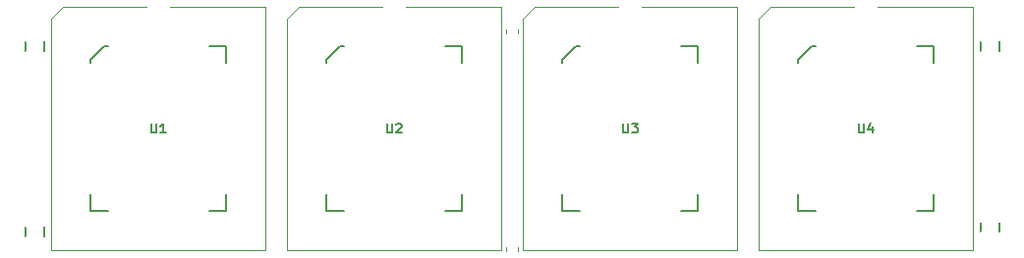
<source format=gto>
G04 #@! TF.GenerationSoftware,KiCad,Pcbnew,(5.1.5-0-10_14)*
G04 #@! TF.CreationDate,2020-05-17T02:55:49-04:00*
G04 #@! TF.ProjectId,ROMSIMM,524f4d53-494d-44d2-9e6b-696361645f70,rev?*
G04 #@! TF.SameCoordinates,Original*
G04 #@! TF.FileFunction,Legend,Top*
G04 #@! TF.FilePolarity,Positive*
%FSLAX46Y46*%
G04 Gerber Fmt 4.6, Leading zero omitted, Abs format (unit mm)*
G04 Created by KiCad (PCBNEW (5.1.5-0-10_14)) date 2020-05-17 02:55:49*
%MOMM*%
%LPD*%
G04 APERTURE LIST*
%ADD10C,0.120000*%
%ADD11C,0.152400*%
%ADD12C,0.150000*%
%ADD13C,0.203200*%
%ADD14C,0.175000*%
%ADD15C,0.100000*%
%ADD16C,2.152400*%
%ADD17C,2.000000*%
G04 APERTURE END LIST*
D10*
X121160000Y-123281221D02*
X121160000Y-123606779D01*
X120140000Y-123281221D02*
X120140000Y-123606779D01*
X120140000Y-104485221D02*
X120140000Y-104810779D01*
X121160000Y-104485221D02*
X121160000Y-104810779D01*
D11*
X94540000Y-105935000D02*
X95995000Y-105935000D01*
X95995000Y-105935000D02*
X95995000Y-107390000D01*
X85800000Y-120125000D02*
X84345000Y-120125000D01*
X84345000Y-120125000D02*
X84345000Y-118670000D01*
X94540000Y-120125000D02*
X95995000Y-120125000D01*
X95995000Y-120125000D02*
X95995000Y-118670000D01*
X85800000Y-105935000D02*
X85517218Y-105935000D01*
X85517218Y-105935000D02*
X84345000Y-107107218D01*
X84345000Y-107107218D02*
X84345000Y-107390000D01*
D10*
X99410000Y-102520000D02*
X91170000Y-102520000D01*
X99410000Y-123540000D02*
X99410000Y-102520000D01*
X80930000Y-123540000D02*
X99410000Y-123540000D01*
X80930000Y-103520000D02*
X80930000Y-123540000D01*
X81930000Y-102520000D02*
X80930000Y-103520000D01*
X89170000Y-102520000D02*
X81930000Y-102520000D01*
D11*
X135180000Y-105935000D02*
X136635000Y-105935000D01*
X136635000Y-105935000D02*
X136635000Y-107390000D01*
X126440000Y-120125000D02*
X124985000Y-120125000D01*
X124985000Y-120125000D02*
X124985000Y-118670000D01*
X135180000Y-120125000D02*
X136635000Y-120125000D01*
X136635000Y-120125000D02*
X136635000Y-118670000D01*
X126440000Y-105935000D02*
X126157218Y-105935000D01*
X126157218Y-105935000D02*
X124985000Y-107107218D01*
X124985000Y-107107218D02*
X124985000Y-107390000D01*
D10*
X140050000Y-102520000D02*
X131810000Y-102520000D01*
X140050000Y-123540000D02*
X140050000Y-102520000D01*
X121570000Y-123540000D02*
X140050000Y-123540000D01*
X121570000Y-103520000D02*
X121570000Y-123540000D01*
X122570000Y-102520000D02*
X121570000Y-103520000D01*
X129810000Y-102520000D02*
X122570000Y-102520000D01*
X150130000Y-102520000D02*
X142890000Y-102520000D01*
X142890000Y-102520000D02*
X141890000Y-103520000D01*
X141890000Y-103520000D02*
X141890000Y-123540000D01*
X141890000Y-123540000D02*
X160370000Y-123540000D01*
X160370000Y-123540000D02*
X160370000Y-102520000D01*
X160370000Y-102520000D02*
X152130000Y-102520000D01*
D11*
X145305000Y-107107218D02*
X145305000Y-107390000D01*
X146477218Y-105935000D02*
X145305000Y-107107218D01*
X146760000Y-105935000D02*
X146477218Y-105935000D01*
X156955000Y-120125000D02*
X156955000Y-118670000D01*
X155500000Y-120125000D02*
X156955000Y-120125000D01*
X145305000Y-120125000D02*
X145305000Y-118670000D01*
X146760000Y-120125000D02*
X145305000Y-120125000D01*
X156955000Y-105935000D02*
X156955000Y-107390000D01*
X155500000Y-105935000D02*
X156955000Y-105935000D01*
D10*
X109490000Y-102520000D02*
X102250000Y-102520000D01*
X102250000Y-102520000D02*
X101250000Y-103520000D01*
X101250000Y-103520000D02*
X101250000Y-123540000D01*
X101250000Y-123540000D02*
X119730000Y-123540000D01*
X119730000Y-123540000D02*
X119730000Y-102520000D01*
X119730000Y-102520000D02*
X111490000Y-102520000D01*
D11*
X104665000Y-107107218D02*
X104665000Y-107390000D01*
X105837218Y-105935000D02*
X104665000Y-107107218D01*
X106120000Y-105935000D02*
X105837218Y-105935000D01*
X116315000Y-120125000D02*
X116315000Y-118670000D01*
X114860000Y-120125000D02*
X116315000Y-120125000D01*
X104665000Y-120125000D02*
X104665000Y-118670000D01*
X106120000Y-120125000D02*
X104665000Y-120125000D01*
X116315000Y-105935000D02*
X116315000Y-107390000D01*
X114860000Y-105935000D02*
X116315000Y-105935000D01*
X78702000Y-122326400D02*
X78702000Y-121513600D01*
X80302000Y-122326400D02*
X80302000Y-121513600D01*
X78702000Y-105511600D02*
X78702000Y-106324400D01*
X80302000Y-105511600D02*
X80302000Y-106324400D01*
X162598000Y-105511600D02*
X162598000Y-106324400D01*
X160998000Y-105511600D02*
X160998000Y-106324400D01*
X162598000Y-121945400D02*
X162598000Y-121132600D01*
X160998000Y-121945400D02*
X160998000Y-121132600D01*
D12*
D13*
X89550723Y-112584895D02*
X89550723Y-113242876D01*
X89589428Y-113320285D01*
X89628133Y-113358990D01*
X89705542Y-113397695D01*
X89860361Y-113397695D01*
X89937771Y-113358990D01*
X89976476Y-113320285D01*
X90015180Y-113242876D01*
X90015180Y-112584895D01*
X90827980Y-113397695D02*
X90363523Y-113397695D01*
X90595752Y-113397695D02*
X90595752Y-112584895D01*
X90518342Y-112701009D01*
X90440933Y-112778419D01*
X90363523Y-112817123D01*
X130190723Y-112584895D02*
X130190723Y-113242876D01*
X130229428Y-113320285D01*
X130268133Y-113358990D01*
X130345542Y-113397695D01*
X130500361Y-113397695D01*
X130577771Y-113358990D01*
X130616476Y-113320285D01*
X130655180Y-113242876D01*
X130655180Y-112584895D01*
X130964819Y-112584895D02*
X131467980Y-112584895D01*
X131197047Y-112894533D01*
X131313161Y-112894533D01*
X131390571Y-112933238D01*
X131429276Y-112971942D01*
X131467980Y-113049352D01*
X131467980Y-113242876D01*
X131429276Y-113320285D01*
X131390571Y-113358990D01*
X131313161Y-113397695D01*
X131080933Y-113397695D01*
X131003523Y-113358990D01*
X130964819Y-113320285D01*
X150510723Y-112584895D02*
X150510723Y-113242876D01*
X150549428Y-113320285D01*
X150588133Y-113358990D01*
X150665542Y-113397695D01*
X150820361Y-113397695D01*
X150897771Y-113358990D01*
X150936476Y-113320285D01*
X150975180Y-113242876D01*
X150975180Y-112584895D01*
X151710571Y-112855828D02*
X151710571Y-113397695D01*
X151517047Y-112546190D02*
X151323523Y-113126761D01*
X151826685Y-113126761D01*
X109870723Y-112584895D02*
X109870723Y-113242876D01*
X109909428Y-113320285D01*
X109948133Y-113358990D01*
X110025542Y-113397695D01*
X110180361Y-113397695D01*
X110257771Y-113358990D01*
X110296476Y-113320285D01*
X110335180Y-113242876D01*
X110335180Y-112584895D01*
X110683523Y-112662304D02*
X110722228Y-112623600D01*
X110799638Y-112584895D01*
X110993161Y-112584895D01*
X111070571Y-112623600D01*
X111109276Y-112662304D01*
X111147980Y-112739714D01*
X111147980Y-112817123D01*
X111109276Y-112933238D01*
X110644819Y-113397695D01*
X111147980Y-113397695D01*
%LPC*%
D14*
G36*
X163195000Y-127635000D02*
G01*
X123825000Y-127635000D01*
X123317000Y-125031500D01*
X163703000Y-125031500D01*
X163195000Y-127635000D01*
G37*
X163195000Y-127635000D02*
X123825000Y-127635000D01*
X123317000Y-125031500D01*
X163703000Y-125031500D01*
X163195000Y-127635000D01*
G36*
X117475000Y-127635000D02*
G01*
X78105000Y-127635000D01*
X77597000Y-125031500D01*
X117983000Y-125031500D01*
X117475000Y-127635000D01*
G37*
X117475000Y-127635000D02*
X78105000Y-127635000D01*
X77597000Y-125031500D01*
X117983000Y-125031500D01*
X117475000Y-127635000D01*
D15*
G36*
X163361185Y-124513099D02*
G01*
X163407540Y-124519975D01*
X163452997Y-124531362D01*
X163497119Y-124547149D01*
X163539481Y-124567185D01*
X163579676Y-124591277D01*
X163617315Y-124619192D01*
X163652038Y-124650662D01*
X163683508Y-124685385D01*
X163711423Y-124723024D01*
X163735515Y-124763219D01*
X163755551Y-124805581D01*
X163771338Y-124849703D01*
X163782725Y-124895160D01*
X163789601Y-124941515D01*
X163791900Y-124988320D01*
X163791900Y-127233680D01*
X163789601Y-127280485D01*
X163782725Y-127326840D01*
X163771338Y-127372297D01*
X163755551Y-127416419D01*
X163735515Y-127458781D01*
X163711423Y-127498976D01*
X163683508Y-127536615D01*
X163652038Y-127571338D01*
X163617315Y-127602808D01*
X163579676Y-127630723D01*
X163539481Y-127654815D01*
X163497119Y-127674851D01*
X163452997Y-127690638D01*
X163407540Y-127702025D01*
X163361185Y-127708901D01*
X163314380Y-127711200D01*
X163075620Y-127711200D01*
X163028815Y-127708901D01*
X162982460Y-127702025D01*
X162937003Y-127690638D01*
X162892881Y-127674851D01*
X162850519Y-127654815D01*
X162810324Y-127630723D01*
X162772685Y-127602808D01*
X162737962Y-127571338D01*
X162706492Y-127536615D01*
X162678577Y-127498976D01*
X162654485Y-127458781D01*
X162634449Y-127416419D01*
X162618662Y-127372297D01*
X162607275Y-127326840D01*
X162600399Y-127280485D01*
X162598100Y-127233680D01*
X162598100Y-124988320D01*
X162600399Y-124941515D01*
X162607275Y-124895160D01*
X162618662Y-124849703D01*
X162634449Y-124805581D01*
X162654485Y-124763219D01*
X162678577Y-124723024D01*
X162706492Y-124685385D01*
X162737962Y-124650662D01*
X162772685Y-124619192D01*
X162810324Y-124591277D01*
X162850519Y-124567185D01*
X162892881Y-124547149D01*
X162937003Y-124531362D01*
X162982460Y-124519975D01*
X163028815Y-124513099D01*
X163075620Y-124510800D01*
X163314380Y-124510800D01*
X163361185Y-124513099D01*
G37*
G36*
X162091185Y-124513099D02*
G01*
X162137540Y-124519975D01*
X162182997Y-124531362D01*
X162227119Y-124547149D01*
X162269481Y-124567185D01*
X162309676Y-124591277D01*
X162347315Y-124619192D01*
X162382038Y-124650662D01*
X162413508Y-124685385D01*
X162441423Y-124723024D01*
X162465515Y-124763219D01*
X162485551Y-124805581D01*
X162501338Y-124849703D01*
X162512725Y-124895160D01*
X162519601Y-124941515D01*
X162521900Y-124988320D01*
X162521900Y-127233680D01*
X162519601Y-127280485D01*
X162512725Y-127326840D01*
X162501338Y-127372297D01*
X162485551Y-127416419D01*
X162465515Y-127458781D01*
X162441423Y-127498976D01*
X162413508Y-127536615D01*
X162382038Y-127571338D01*
X162347315Y-127602808D01*
X162309676Y-127630723D01*
X162269481Y-127654815D01*
X162227119Y-127674851D01*
X162182997Y-127690638D01*
X162137540Y-127702025D01*
X162091185Y-127708901D01*
X162044380Y-127711200D01*
X161805620Y-127711200D01*
X161758815Y-127708901D01*
X161712460Y-127702025D01*
X161667003Y-127690638D01*
X161622881Y-127674851D01*
X161580519Y-127654815D01*
X161540324Y-127630723D01*
X161502685Y-127602808D01*
X161467962Y-127571338D01*
X161436492Y-127536615D01*
X161408577Y-127498976D01*
X161384485Y-127458781D01*
X161364449Y-127416419D01*
X161348662Y-127372297D01*
X161337275Y-127326840D01*
X161330399Y-127280485D01*
X161328100Y-127233680D01*
X161328100Y-124988320D01*
X161330399Y-124941515D01*
X161337275Y-124895160D01*
X161348662Y-124849703D01*
X161364449Y-124805581D01*
X161384485Y-124763219D01*
X161408577Y-124723024D01*
X161436492Y-124685385D01*
X161467962Y-124650662D01*
X161502685Y-124619192D01*
X161540324Y-124591277D01*
X161580519Y-124567185D01*
X161622881Y-124547149D01*
X161667003Y-124531362D01*
X161712460Y-124519975D01*
X161758815Y-124513099D01*
X161805620Y-124510800D01*
X162044380Y-124510800D01*
X162091185Y-124513099D01*
G37*
G36*
X160821185Y-124513099D02*
G01*
X160867540Y-124519975D01*
X160912997Y-124531362D01*
X160957119Y-124547149D01*
X160999481Y-124567185D01*
X161039676Y-124591277D01*
X161077315Y-124619192D01*
X161112038Y-124650662D01*
X161143508Y-124685385D01*
X161171423Y-124723024D01*
X161195515Y-124763219D01*
X161215551Y-124805581D01*
X161231338Y-124849703D01*
X161242725Y-124895160D01*
X161249601Y-124941515D01*
X161251900Y-124988320D01*
X161251900Y-127233680D01*
X161249601Y-127280485D01*
X161242725Y-127326840D01*
X161231338Y-127372297D01*
X161215551Y-127416419D01*
X161195515Y-127458781D01*
X161171423Y-127498976D01*
X161143508Y-127536615D01*
X161112038Y-127571338D01*
X161077315Y-127602808D01*
X161039676Y-127630723D01*
X160999481Y-127654815D01*
X160957119Y-127674851D01*
X160912997Y-127690638D01*
X160867540Y-127702025D01*
X160821185Y-127708901D01*
X160774380Y-127711200D01*
X160535620Y-127711200D01*
X160488815Y-127708901D01*
X160442460Y-127702025D01*
X160397003Y-127690638D01*
X160352881Y-127674851D01*
X160310519Y-127654815D01*
X160270324Y-127630723D01*
X160232685Y-127602808D01*
X160197962Y-127571338D01*
X160166492Y-127536615D01*
X160138577Y-127498976D01*
X160114485Y-127458781D01*
X160094449Y-127416419D01*
X160078662Y-127372297D01*
X160067275Y-127326840D01*
X160060399Y-127280485D01*
X160058100Y-127233680D01*
X160058100Y-124988320D01*
X160060399Y-124941515D01*
X160067275Y-124895160D01*
X160078662Y-124849703D01*
X160094449Y-124805581D01*
X160114485Y-124763219D01*
X160138577Y-124723024D01*
X160166492Y-124685385D01*
X160197962Y-124650662D01*
X160232685Y-124619192D01*
X160270324Y-124591277D01*
X160310519Y-124567185D01*
X160352881Y-124547149D01*
X160397003Y-124531362D01*
X160442460Y-124519975D01*
X160488815Y-124513099D01*
X160535620Y-124510800D01*
X160774380Y-124510800D01*
X160821185Y-124513099D01*
G37*
G36*
X159551185Y-124513099D02*
G01*
X159597540Y-124519975D01*
X159642997Y-124531362D01*
X159687119Y-124547149D01*
X159729481Y-124567185D01*
X159769676Y-124591277D01*
X159807315Y-124619192D01*
X159842038Y-124650662D01*
X159873508Y-124685385D01*
X159901423Y-124723024D01*
X159925515Y-124763219D01*
X159945551Y-124805581D01*
X159961338Y-124849703D01*
X159972725Y-124895160D01*
X159979601Y-124941515D01*
X159981900Y-124988320D01*
X159981900Y-127233680D01*
X159979601Y-127280485D01*
X159972725Y-127326840D01*
X159961338Y-127372297D01*
X159945551Y-127416419D01*
X159925515Y-127458781D01*
X159901423Y-127498976D01*
X159873508Y-127536615D01*
X159842038Y-127571338D01*
X159807315Y-127602808D01*
X159769676Y-127630723D01*
X159729481Y-127654815D01*
X159687119Y-127674851D01*
X159642997Y-127690638D01*
X159597540Y-127702025D01*
X159551185Y-127708901D01*
X159504380Y-127711200D01*
X159265620Y-127711200D01*
X159218815Y-127708901D01*
X159172460Y-127702025D01*
X159127003Y-127690638D01*
X159082881Y-127674851D01*
X159040519Y-127654815D01*
X159000324Y-127630723D01*
X158962685Y-127602808D01*
X158927962Y-127571338D01*
X158896492Y-127536615D01*
X158868577Y-127498976D01*
X158844485Y-127458781D01*
X158824449Y-127416419D01*
X158808662Y-127372297D01*
X158797275Y-127326840D01*
X158790399Y-127280485D01*
X158788100Y-127233680D01*
X158788100Y-124988320D01*
X158790399Y-124941515D01*
X158797275Y-124895160D01*
X158808662Y-124849703D01*
X158824449Y-124805581D01*
X158844485Y-124763219D01*
X158868577Y-124723024D01*
X158896492Y-124685385D01*
X158927962Y-124650662D01*
X158962685Y-124619192D01*
X159000324Y-124591277D01*
X159040519Y-124567185D01*
X159082881Y-124547149D01*
X159127003Y-124531362D01*
X159172460Y-124519975D01*
X159218815Y-124513099D01*
X159265620Y-124510800D01*
X159504380Y-124510800D01*
X159551185Y-124513099D01*
G37*
G36*
X158281185Y-124513099D02*
G01*
X158327540Y-124519975D01*
X158372997Y-124531362D01*
X158417119Y-124547149D01*
X158459481Y-124567185D01*
X158499676Y-124591277D01*
X158537315Y-124619192D01*
X158572038Y-124650662D01*
X158603508Y-124685385D01*
X158631423Y-124723024D01*
X158655515Y-124763219D01*
X158675551Y-124805581D01*
X158691338Y-124849703D01*
X158702725Y-124895160D01*
X158709601Y-124941515D01*
X158711900Y-124988320D01*
X158711900Y-127233680D01*
X158709601Y-127280485D01*
X158702725Y-127326840D01*
X158691338Y-127372297D01*
X158675551Y-127416419D01*
X158655515Y-127458781D01*
X158631423Y-127498976D01*
X158603508Y-127536615D01*
X158572038Y-127571338D01*
X158537315Y-127602808D01*
X158499676Y-127630723D01*
X158459481Y-127654815D01*
X158417119Y-127674851D01*
X158372997Y-127690638D01*
X158327540Y-127702025D01*
X158281185Y-127708901D01*
X158234380Y-127711200D01*
X157995620Y-127711200D01*
X157948815Y-127708901D01*
X157902460Y-127702025D01*
X157857003Y-127690638D01*
X157812881Y-127674851D01*
X157770519Y-127654815D01*
X157730324Y-127630723D01*
X157692685Y-127602808D01*
X157657962Y-127571338D01*
X157626492Y-127536615D01*
X157598577Y-127498976D01*
X157574485Y-127458781D01*
X157554449Y-127416419D01*
X157538662Y-127372297D01*
X157527275Y-127326840D01*
X157520399Y-127280485D01*
X157518100Y-127233680D01*
X157518100Y-124988320D01*
X157520399Y-124941515D01*
X157527275Y-124895160D01*
X157538662Y-124849703D01*
X157554449Y-124805581D01*
X157574485Y-124763219D01*
X157598577Y-124723024D01*
X157626492Y-124685385D01*
X157657962Y-124650662D01*
X157692685Y-124619192D01*
X157730324Y-124591277D01*
X157770519Y-124567185D01*
X157812881Y-124547149D01*
X157857003Y-124531362D01*
X157902460Y-124519975D01*
X157948815Y-124513099D01*
X157995620Y-124510800D01*
X158234380Y-124510800D01*
X158281185Y-124513099D01*
G37*
G36*
X157011185Y-124513099D02*
G01*
X157057540Y-124519975D01*
X157102997Y-124531362D01*
X157147119Y-124547149D01*
X157189481Y-124567185D01*
X157229676Y-124591277D01*
X157267315Y-124619192D01*
X157302038Y-124650662D01*
X157333508Y-124685385D01*
X157361423Y-124723024D01*
X157385515Y-124763219D01*
X157405551Y-124805581D01*
X157421338Y-124849703D01*
X157432725Y-124895160D01*
X157439601Y-124941515D01*
X157441900Y-124988320D01*
X157441900Y-127233680D01*
X157439601Y-127280485D01*
X157432725Y-127326840D01*
X157421338Y-127372297D01*
X157405551Y-127416419D01*
X157385515Y-127458781D01*
X157361423Y-127498976D01*
X157333508Y-127536615D01*
X157302038Y-127571338D01*
X157267315Y-127602808D01*
X157229676Y-127630723D01*
X157189481Y-127654815D01*
X157147119Y-127674851D01*
X157102997Y-127690638D01*
X157057540Y-127702025D01*
X157011185Y-127708901D01*
X156964380Y-127711200D01*
X156725620Y-127711200D01*
X156678815Y-127708901D01*
X156632460Y-127702025D01*
X156587003Y-127690638D01*
X156542881Y-127674851D01*
X156500519Y-127654815D01*
X156460324Y-127630723D01*
X156422685Y-127602808D01*
X156387962Y-127571338D01*
X156356492Y-127536615D01*
X156328577Y-127498976D01*
X156304485Y-127458781D01*
X156284449Y-127416419D01*
X156268662Y-127372297D01*
X156257275Y-127326840D01*
X156250399Y-127280485D01*
X156248100Y-127233680D01*
X156248100Y-124988320D01*
X156250399Y-124941515D01*
X156257275Y-124895160D01*
X156268662Y-124849703D01*
X156284449Y-124805581D01*
X156304485Y-124763219D01*
X156328577Y-124723024D01*
X156356492Y-124685385D01*
X156387962Y-124650662D01*
X156422685Y-124619192D01*
X156460324Y-124591277D01*
X156500519Y-124567185D01*
X156542881Y-124547149D01*
X156587003Y-124531362D01*
X156632460Y-124519975D01*
X156678815Y-124513099D01*
X156725620Y-124510800D01*
X156964380Y-124510800D01*
X157011185Y-124513099D01*
G37*
G36*
X155741185Y-124513099D02*
G01*
X155787540Y-124519975D01*
X155832997Y-124531362D01*
X155877119Y-124547149D01*
X155919481Y-124567185D01*
X155959676Y-124591277D01*
X155997315Y-124619192D01*
X156032038Y-124650662D01*
X156063508Y-124685385D01*
X156091423Y-124723024D01*
X156115515Y-124763219D01*
X156135551Y-124805581D01*
X156151338Y-124849703D01*
X156162725Y-124895160D01*
X156169601Y-124941515D01*
X156171900Y-124988320D01*
X156171900Y-127233680D01*
X156169601Y-127280485D01*
X156162725Y-127326840D01*
X156151338Y-127372297D01*
X156135551Y-127416419D01*
X156115515Y-127458781D01*
X156091423Y-127498976D01*
X156063508Y-127536615D01*
X156032038Y-127571338D01*
X155997315Y-127602808D01*
X155959676Y-127630723D01*
X155919481Y-127654815D01*
X155877119Y-127674851D01*
X155832997Y-127690638D01*
X155787540Y-127702025D01*
X155741185Y-127708901D01*
X155694380Y-127711200D01*
X155455620Y-127711200D01*
X155408815Y-127708901D01*
X155362460Y-127702025D01*
X155317003Y-127690638D01*
X155272881Y-127674851D01*
X155230519Y-127654815D01*
X155190324Y-127630723D01*
X155152685Y-127602808D01*
X155117962Y-127571338D01*
X155086492Y-127536615D01*
X155058577Y-127498976D01*
X155034485Y-127458781D01*
X155014449Y-127416419D01*
X154998662Y-127372297D01*
X154987275Y-127326840D01*
X154980399Y-127280485D01*
X154978100Y-127233680D01*
X154978100Y-124988320D01*
X154980399Y-124941515D01*
X154987275Y-124895160D01*
X154998662Y-124849703D01*
X155014449Y-124805581D01*
X155034485Y-124763219D01*
X155058577Y-124723024D01*
X155086492Y-124685385D01*
X155117962Y-124650662D01*
X155152685Y-124619192D01*
X155190324Y-124591277D01*
X155230519Y-124567185D01*
X155272881Y-124547149D01*
X155317003Y-124531362D01*
X155362460Y-124519975D01*
X155408815Y-124513099D01*
X155455620Y-124510800D01*
X155694380Y-124510800D01*
X155741185Y-124513099D01*
G37*
G36*
X154471185Y-124513099D02*
G01*
X154517540Y-124519975D01*
X154562997Y-124531362D01*
X154607119Y-124547149D01*
X154649481Y-124567185D01*
X154689676Y-124591277D01*
X154727315Y-124619192D01*
X154762038Y-124650662D01*
X154793508Y-124685385D01*
X154821423Y-124723024D01*
X154845515Y-124763219D01*
X154865551Y-124805581D01*
X154881338Y-124849703D01*
X154892725Y-124895160D01*
X154899601Y-124941515D01*
X154901900Y-124988320D01*
X154901900Y-127233680D01*
X154899601Y-127280485D01*
X154892725Y-127326840D01*
X154881338Y-127372297D01*
X154865551Y-127416419D01*
X154845515Y-127458781D01*
X154821423Y-127498976D01*
X154793508Y-127536615D01*
X154762038Y-127571338D01*
X154727315Y-127602808D01*
X154689676Y-127630723D01*
X154649481Y-127654815D01*
X154607119Y-127674851D01*
X154562997Y-127690638D01*
X154517540Y-127702025D01*
X154471185Y-127708901D01*
X154424380Y-127711200D01*
X154185620Y-127711200D01*
X154138815Y-127708901D01*
X154092460Y-127702025D01*
X154047003Y-127690638D01*
X154002881Y-127674851D01*
X153960519Y-127654815D01*
X153920324Y-127630723D01*
X153882685Y-127602808D01*
X153847962Y-127571338D01*
X153816492Y-127536615D01*
X153788577Y-127498976D01*
X153764485Y-127458781D01*
X153744449Y-127416419D01*
X153728662Y-127372297D01*
X153717275Y-127326840D01*
X153710399Y-127280485D01*
X153708100Y-127233680D01*
X153708100Y-124988320D01*
X153710399Y-124941515D01*
X153717275Y-124895160D01*
X153728662Y-124849703D01*
X153744449Y-124805581D01*
X153764485Y-124763219D01*
X153788577Y-124723024D01*
X153816492Y-124685385D01*
X153847962Y-124650662D01*
X153882685Y-124619192D01*
X153920324Y-124591277D01*
X153960519Y-124567185D01*
X154002881Y-124547149D01*
X154047003Y-124531362D01*
X154092460Y-124519975D01*
X154138815Y-124513099D01*
X154185620Y-124510800D01*
X154424380Y-124510800D01*
X154471185Y-124513099D01*
G37*
G36*
X153201185Y-124513099D02*
G01*
X153247540Y-124519975D01*
X153292997Y-124531362D01*
X153337119Y-124547149D01*
X153379481Y-124567185D01*
X153419676Y-124591277D01*
X153457315Y-124619192D01*
X153492038Y-124650662D01*
X153523508Y-124685385D01*
X153551423Y-124723024D01*
X153575515Y-124763219D01*
X153595551Y-124805581D01*
X153611338Y-124849703D01*
X153622725Y-124895160D01*
X153629601Y-124941515D01*
X153631900Y-124988320D01*
X153631900Y-127233680D01*
X153629601Y-127280485D01*
X153622725Y-127326840D01*
X153611338Y-127372297D01*
X153595551Y-127416419D01*
X153575515Y-127458781D01*
X153551423Y-127498976D01*
X153523508Y-127536615D01*
X153492038Y-127571338D01*
X153457315Y-127602808D01*
X153419676Y-127630723D01*
X153379481Y-127654815D01*
X153337119Y-127674851D01*
X153292997Y-127690638D01*
X153247540Y-127702025D01*
X153201185Y-127708901D01*
X153154380Y-127711200D01*
X152915620Y-127711200D01*
X152868815Y-127708901D01*
X152822460Y-127702025D01*
X152777003Y-127690638D01*
X152732881Y-127674851D01*
X152690519Y-127654815D01*
X152650324Y-127630723D01*
X152612685Y-127602808D01*
X152577962Y-127571338D01*
X152546492Y-127536615D01*
X152518577Y-127498976D01*
X152494485Y-127458781D01*
X152474449Y-127416419D01*
X152458662Y-127372297D01*
X152447275Y-127326840D01*
X152440399Y-127280485D01*
X152438100Y-127233680D01*
X152438100Y-124988320D01*
X152440399Y-124941515D01*
X152447275Y-124895160D01*
X152458662Y-124849703D01*
X152474449Y-124805581D01*
X152494485Y-124763219D01*
X152518577Y-124723024D01*
X152546492Y-124685385D01*
X152577962Y-124650662D01*
X152612685Y-124619192D01*
X152650324Y-124591277D01*
X152690519Y-124567185D01*
X152732881Y-124547149D01*
X152777003Y-124531362D01*
X152822460Y-124519975D01*
X152868815Y-124513099D01*
X152915620Y-124510800D01*
X153154380Y-124510800D01*
X153201185Y-124513099D01*
G37*
G36*
X151931185Y-124513099D02*
G01*
X151977540Y-124519975D01*
X152022997Y-124531362D01*
X152067119Y-124547149D01*
X152109481Y-124567185D01*
X152149676Y-124591277D01*
X152187315Y-124619192D01*
X152222038Y-124650662D01*
X152253508Y-124685385D01*
X152281423Y-124723024D01*
X152305515Y-124763219D01*
X152325551Y-124805581D01*
X152341338Y-124849703D01*
X152352725Y-124895160D01*
X152359601Y-124941515D01*
X152361900Y-124988320D01*
X152361900Y-127233680D01*
X152359601Y-127280485D01*
X152352725Y-127326840D01*
X152341338Y-127372297D01*
X152325551Y-127416419D01*
X152305515Y-127458781D01*
X152281423Y-127498976D01*
X152253508Y-127536615D01*
X152222038Y-127571338D01*
X152187315Y-127602808D01*
X152149676Y-127630723D01*
X152109481Y-127654815D01*
X152067119Y-127674851D01*
X152022997Y-127690638D01*
X151977540Y-127702025D01*
X151931185Y-127708901D01*
X151884380Y-127711200D01*
X151645620Y-127711200D01*
X151598815Y-127708901D01*
X151552460Y-127702025D01*
X151507003Y-127690638D01*
X151462881Y-127674851D01*
X151420519Y-127654815D01*
X151380324Y-127630723D01*
X151342685Y-127602808D01*
X151307962Y-127571338D01*
X151276492Y-127536615D01*
X151248577Y-127498976D01*
X151224485Y-127458781D01*
X151204449Y-127416419D01*
X151188662Y-127372297D01*
X151177275Y-127326840D01*
X151170399Y-127280485D01*
X151168100Y-127233680D01*
X151168100Y-124988320D01*
X151170399Y-124941515D01*
X151177275Y-124895160D01*
X151188662Y-124849703D01*
X151204449Y-124805581D01*
X151224485Y-124763219D01*
X151248577Y-124723024D01*
X151276492Y-124685385D01*
X151307962Y-124650662D01*
X151342685Y-124619192D01*
X151380324Y-124591277D01*
X151420519Y-124567185D01*
X151462881Y-124547149D01*
X151507003Y-124531362D01*
X151552460Y-124519975D01*
X151598815Y-124513099D01*
X151645620Y-124510800D01*
X151884380Y-124510800D01*
X151931185Y-124513099D01*
G37*
G36*
X150661185Y-124513099D02*
G01*
X150707540Y-124519975D01*
X150752997Y-124531362D01*
X150797119Y-124547149D01*
X150839481Y-124567185D01*
X150879676Y-124591277D01*
X150917315Y-124619192D01*
X150952038Y-124650662D01*
X150983508Y-124685385D01*
X151011423Y-124723024D01*
X151035515Y-124763219D01*
X151055551Y-124805581D01*
X151071338Y-124849703D01*
X151082725Y-124895160D01*
X151089601Y-124941515D01*
X151091900Y-124988320D01*
X151091900Y-127233680D01*
X151089601Y-127280485D01*
X151082725Y-127326840D01*
X151071338Y-127372297D01*
X151055551Y-127416419D01*
X151035515Y-127458781D01*
X151011423Y-127498976D01*
X150983508Y-127536615D01*
X150952038Y-127571338D01*
X150917315Y-127602808D01*
X150879676Y-127630723D01*
X150839481Y-127654815D01*
X150797119Y-127674851D01*
X150752997Y-127690638D01*
X150707540Y-127702025D01*
X150661185Y-127708901D01*
X150614380Y-127711200D01*
X150375620Y-127711200D01*
X150328815Y-127708901D01*
X150282460Y-127702025D01*
X150237003Y-127690638D01*
X150192881Y-127674851D01*
X150150519Y-127654815D01*
X150110324Y-127630723D01*
X150072685Y-127602808D01*
X150037962Y-127571338D01*
X150006492Y-127536615D01*
X149978577Y-127498976D01*
X149954485Y-127458781D01*
X149934449Y-127416419D01*
X149918662Y-127372297D01*
X149907275Y-127326840D01*
X149900399Y-127280485D01*
X149898100Y-127233680D01*
X149898100Y-124988320D01*
X149900399Y-124941515D01*
X149907275Y-124895160D01*
X149918662Y-124849703D01*
X149934449Y-124805581D01*
X149954485Y-124763219D01*
X149978577Y-124723024D01*
X150006492Y-124685385D01*
X150037962Y-124650662D01*
X150072685Y-124619192D01*
X150110324Y-124591277D01*
X150150519Y-124567185D01*
X150192881Y-124547149D01*
X150237003Y-124531362D01*
X150282460Y-124519975D01*
X150328815Y-124513099D01*
X150375620Y-124510800D01*
X150614380Y-124510800D01*
X150661185Y-124513099D01*
G37*
G36*
X149391185Y-124513099D02*
G01*
X149437540Y-124519975D01*
X149482997Y-124531362D01*
X149527119Y-124547149D01*
X149569481Y-124567185D01*
X149609676Y-124591277D01*
X149647315Y-124619192D01*
X149682038Y-124650662D01*
X149713508Y-124685385D01*
X149741423Y-124723024D01*
X149765515Y-124763219D01*
X149785551Y-124805581D01*
X149801338Y-124849703D01*
X149812725Y-124895160D01*
X149819601Y-124941515D01*
X149821900Y-124988320D01*
X149821900Y-127233680D01*
X149819601Y-127280485D01*
X149812725Y-127326840D01*
X149801338Y-127372297D01*
X149785551Y-127416419D01*
X149765515Y-127458781D01*
X149741423Y-127498976D01*
X149713508Y-127536615D01*
X149682038Y-127571338D01*
X149647315Y-127602808D01*
X149609676Y-127630723D01*
X149569481Y-127654815D01*
X149527119Y-127674851D01*
X149482997Y-127690638D01*
X149437540Y-127702025D01*
X149391185Y-127708901D01*
X149344380Y-127711200D01*
X149105620Y-127711200D01*
X149058815Y-127708901D01*
X149012460Y-127702025D01*
X148967003Y-127690638D01*
X148922881Y-127674851D01*
X148880519Y-127654815D01*
X148840324Y-127630723D01*
X148802685Y-127602808D01*
X148767962Y-127571338D01*
X148736492Y-127536615D01*
X148708577Y-127498976D01*
X148684485Y-127458781D01*
X148664449Y-127416419D01*
X148648662Y-127372297D01*
X148637275Y-127326840D01*
X148630399Y-127280485D01*
X148628100Y-127233680D01*
X148628100Y-124988320D01*
X148630399Y-124941515D01*
X148637275Y-124895160D01*
X148648662Y-124849703D01*
X148664449Y-124805581D01*
X148684485Y-124763219D01*
X148708577Y-124723024D01*
X148736492Y-124685385D01*
X148767962Y-124650662D01*
X148802685Y-124619192D01*
X148840324Y-124591277D01*
X148880519Y-124567185D01*
X148922881Y-124547149D01*
X148967003Y-124531362D01*
X149012460Y-124519975D01*
X149058815Y-124513099D01*
X149105620Y-124510800D01*
X149344380Y-124510800D01*
X149391185Y-124513099D01*
G37*
G36*
X148121185Y-124513099D02*
G01*
X148167540Y-124519975D01*
X148212997Y-124531362D01*
X148257119Y-124547149D01*
X148299481Y-124567185D01*
X148339676Y-124591277D01*
X148377315Y-124619192D01*
X148412038Y-124650662D01*
X148443508Y-124685385D01*
X148471423Y-124723024D01*
X148495515Y-124763219D01*
X148515551Y-124805581D01*
X148531338Y-124849703D01*
X148542725Y-124895160D01*
X148549601Y-124941515D01*
X148551900Y-124988320D01*
X148551900Y-127233680D01*
X148549601Y-127280485D01*
X148542725Y-127326840D01*
X148531338Y-127372297D01*
X148515551Y-127416419D01*
X148495515Y-127458781D01*
X148471423Y-127498976D01*
X148443508Y-127536615D01*
X148412038Y-127571338D01*
X148377315Y-127602808D01*
X148339676Y-127630723D01*
X148299481Y-127654815D01*
X148257119Y-127674851D01*
X148212997Y-127690638D01*
X148167540Y-127702025D01*
X148121185Y-127708901D01*
X148074380Y-127711200D01*
X147835620Y-127711200D01*
X147788815Y-127708901D01*
X147742460Y-127702025D01*
X147697003Y-127690638D01*
X147652881Y-127674851D01*
X147610519Y-127654815D01*
X147570324Y-127630723D01*
X147532685Y-127602808D01*
X147497962Y-127571338D01*
X147466492Y-127536615D01*
X147438577Y-127498976D01*
X147414485Y-127458781D01*
X147394449Y-127416419D01*
X147378662Y-127372297D01*
X147367275Y-127326840D01*
X147360399Y-127280485D01*
X147358100Y-127233680D01*
X147358100Y-124988320D01*
X147360399Y-124941515D01*
X147367275Y-124895160D01*
X147378662Y-124849703D01*
X147394449Y-124805581D01*
X147414485Y-124763219D01*
X147438577Y-124723024D01*
X147466492Y-124685385D01*
X147497962Y-124650662D01*
X147532685Y-124619192D01*
X147570324Y-124591277D01*
X147610519Y-124567185D01*
X147652881Y-124547149D01*
X147697003Y-124531362D01*
X147742460Y-124519975D01*
X147788815Y-124513099D01*
X147835620Y-124510800D01*
X148074380Y-124510800D01*
X148121185Y-124513099D01*
G37*
G36*
X146851185Y-124513099D02*
G01*
X146897540Y-124519975D01*
X146942997Y-124531362D01*
X146987119Y-124547149D01*
X147029481Y-124567185D01*
X147069676Y-124591277D01*
X147107315Y-124619192D01*
X147142038Y-124650662D01*
X147173508Y-124685385D01*
X147201423Y-124723024D01*
X147225515Y-124763219D01*
X147245551Y-124805581D01*
X147261338Y-124849703D01*
X147272725Y-124895160D01*
X147279601Y-124941515D01*
X147281900Y-124988320D01*
X147281900Y-127233680D01*
X147279601Y-127280485D01*
X147272725Y-127326840D01*
X147261338Y-127372297D01*
X147245551Y-127416419D01*
X147225515Y-127458781D01*
X147201423Y-127498976D01*
X147173508Y-127536615D01*
X147142038Y-127571338D01*
X147107315Y-127602808D01*
X147069676Y-127630723D01*
X147029481Y-127654815D01*
X146987119Y-127674851D01*
X146942997Y-127690638D01*
X146897540Y-127702025D01*
X146851185Y-127708901D01*
X146804380Y-127711200D01*
X146565620Y-127711200D01*
X146518815Y-127708901D01*
X146472460Y-127702025D01*
X146427003Y-127690638D01*
X146382881Y-127674851D01*
X146340519Y-127654815D01*
X146300324Y-127630723D01*
X146262685Y-127602808D01*
X146227962Y-127571338D01*
X146196492Y-127536615D01*
X146168577Y-127498976D01*
X146144485Y-127458781D01*
X146124449Y-127416419D01*
X146108662Y-127372297D01*
X146097275Y-127326840D01*
X146090399Y-127280485D01*
X146088100Y-127233680D01*
X146088100Y-124988320D01*
X146090399Y-124941515D01*
X146097275Y-124895160D01*
X146108662Y-124849703D01*
X146124449Y-124805581D01*
X146144485Y-124763219D01*
X146168577Y-124723024D01*
X146196492Y-124685385D01*
X146227962Y-124650662D01*
X146262685Y-124619192D01*
X146300324Y-124591277D01*
X146340519Y-124567185D01*
X146382881Y-124547149D01*
X146427003Y-124531362D01*
X146472460Y-124519975D01*
X146518815Y-124513099D01*
X146565620Y-124510800D01*
X146804380Y-124510800D01*
X146851185Y-124513099D01*
G37*
G36*
X145581185Y-124513099D02*
G01*
X145627540Y-124519975D01*
X145672997Y-124531362D01*
X145717119Y-124547149D01*
X145759481Y-124567185D01*
X145799676Y-124591277D01*
X145837315Y-124619192D01*
X145872038Y-124650662D01*
X145903508Y-124685385D01*
X145931423Y-124723024D01*
X145955515Y-124763219D01*
X145975551Y-124805581D01*
X145991338Y-124849703D01*
X146002725Y-124895160D01*
X146009601Y-124941515D01*
X146011900Y-124988320D01*
X146011900Y-127233680D01*
X146009601Y-127280485D01*
X146002725Y-127326840D01*
X145991338Y-127372297D01*
X145975551Y-127416419D01*
X145955515Y-127458781D01*
X145931423Y-127498976D01*
X145903508Y-127536615D01*
X145872038Y-127571338D01*
X145837315Y-127602808D01*
X145799676Y-127630723D01*
X145759481Y-127654815D01*
X145717119Y-127674851D01*
X145672997Y-127690638D01*
X145627540Y-127702025D01*
X145581185Y-127708901D01*
X145534380Y-127711200D01*
X145295620Y-127711200D01*
X145248815Y-127708901D01*
X145202460Y-127702025D01*
X145157003Y-127690638D01*
X145112881Y-127674851D01*
X145070519Y-127654815D01*
X145030324Y-127630723D01*
X144992685Y-127602808D01*
X144957962Y-127571338D01*
X144926492Y-127536615D01*
X144898577Y-127498976D01*
X144874485Y-127458781D01*
X144854449Y-127416419D01*
X144838662Y-127372297D01*
X144827275Y-127326840D01*
X144820399Y-127280485D01*
X144818100Y-127233680D01*
X144818100Y-124988320D01*
X144820399Y-124941515D01*
X144827275Y-124895160D01*
X144838662Y-124849703D01*
X144854449Y-124805581D01*
X144874485Y-124763219D01*
X144898577Y-124723024D01*
X144926492Y-124685385D01*
X144957962Y-124650662D01*
X144992685Y-124619192D01*
X145030324Y-124591277D01*
X145070519Y-124567185D01*
X145112881Y-124547149D01*
X145157003Y-124531362D01*
X145202460Y-124519975D01*
X145248815Y-124513099D01*
X145295620Y-124510800D01*
X145534380Y-124510800D01*
X145581185Y-124513099D01*
G37*
G36*
X144311185Y-124513099D02*
G01*
X144357540Y-124519975D01*
X144402997Y-124531362D01*
X144447119Y-124547149D01*
X144489481Y-124567185D01*
X144529676Y-124591277D01*
X144567315Y-124619192D01*
X144602038Y-124650662D01*
X144633508Y-124685385D01*
X144661423Y-124723024D01*
X144685515Y-124763219D01*
X144705551Y-124805581D01*
X144721338Y-124849703D01*
X144732725Y-124895160D01*
X144739601Y-124941515D01*
X144741900Y-124988320D01*
X144741900Y-127233680D01*
X144739601Y-127280485D01*
X144732725Y-127326840D01*
X144721338Y-127372297D01*
X144705551Y-127416419D01*
X144685515Y-127458781D01*
X144661423Y-127498976D01*
X144633508Y-127536615D01*
X144602038Y-127571338D01*
X144567315Y-127602808D01*
X144529676Y-127630723D01*
X144489481Y-127654815D01*
X144447119Y-127674851D01*
X144402997Y-127690638D01*
X144357540Y-127702025D01*
X144311185Y-127708901D01*
X144264380Y-127711200D01*
X144025620Y-127711200D01*
X143978815Y-127708901D01*
X143932460Y-127702025D01*
X143887003Y-127690638D01*
X143842881Y-127674851D01*
X143800519Y-127654815D01*
X143760324Y-127630723D01*
X143722685Y-127602808D01*
X143687962Y-127571338D01*
X143656492Y-127536615D01*
X143628577Y-127498976D01*
X143604485Y-127458781D01*
X143584449Y-127416419D01*
X143568662Y-127372297D01*
X143557275Y-127326840D01*
X143550399Y-127280485D01*
X143548100Y-127233680D01*
X143548100Y-124988320D01*
X143550399Y-124941515D01*
X143557275Y-124895160D01*
X143568662Y-124849703D01*
X143584449Y-124805581D01*
X143604485Y-124763219D01*
X143628577Y-124723024D01*
X143656492Y-124685385D01*
X143687962Y-124650662D01*
X143722685Y-124619192D01*
X143760324Y-124591277D01*
X143800519Y-124567185D01*
X143842881Y-124547149D01*
X143887003Y-124531362D01*
X143932460Y-124519975D01*
X143978815Y-124513099D01*
X144025620Y-124510800D01*
X144264380Y-124510800D01*
X144311185Y-124513099D01*
G37*
G36*
X143041185Y-124513099D02*
G01*
X143087540Y-124519975D01*
X143132997Y-124531362D01*
X143177119Y-124547149D01*
X143219481Y-124567185D01*
X143259676Y-124591277D01*
X143297315Y-124619192D01*
X143332038Y-124650662D01*
X143363508Y-124685385D01*
X143391423Y-124723024D01*
X143415515Y-124763219D01*
X143435551Y-124805581D01*
X143451338Y-124849703D01*
X143462725Y-124895160D01*
X143469601Y-124941515D01*
X143471900Y-124988320D01*
X143471900Y-127233680D01*
X143469601Y-127280485D01*
X143462725Y-127326840D01*
X143451338Y-127372297D01*
X143435551Y-127416419D01*
X143415515Y-127458781D01*
X143391423Y-127498976D01*
X143363508Y-127536615D01*
X143332038Y-127571338D01*
X143297315Y-127602808D01*
X143259676Y-127630723D01*
X143219481Y-127654815D01*
X143177119Y-127674851D01*
X143132997Y-127690638D01*
X143087540Y-127702025D01*
X143041185Y-127708901D01*
X142994380Y-127711200D01*
X142755620Y-127711200D01*
X142708815Y-127708901D01*
X142662460Y-127702025D01*
X142617003Y-127690638D01*
X142572881Y-127674851D01*
X142530519Y-127654815D01*
X142490324Y-127630723D01*
X142452685Y-127602808D01*
X142417962Y-127571338D01*
X142386492Y-127536615D01*
X142358577Y-127498976D01*
X142334485Y-127458781D01*
X142314449Y-127416419D01*
X142298662Y-127372297D01*
X142287275Y-127326840D01*
X142280399Y-127280485D01*
X142278100Y-127233680D01*
X142278100Y-124988320D01*
X142280399Y-124941515D01*
X142287275Y-124895160D01*
X142298662Y-124849703D01*
X142314449Y-124805581D01*
X142334485Y-124763219D01*
X142358577Y-124723024D01*
X142386492Y-124685385D01*
X142417962Y-124650662D01*
X142452685Y-124619192D01*
X142490324Y-124591277D01*
X142530519Y-124567185D01*
X142572881Y-124547149D01*
X142617003Y-124531362D01*
X142662460Y-124519975D01*
X142708815Y-124513099D01*
X142755620Y-124510800D01*
X142994380Y-124510800D01*
X143041185Y-124513099D01*
G37*
G36*
X141771185Y-124513099D02*
G01*
X141817540Y-124519975D01*
X141862997Y-124531362D01*
X141907119Y-124547149D01*
X141949481Y-124567185D01*
X141989676Y-124591277D01*
X142027315Y-124619192D01*
X142062038Y-124650662D01*
X142093508Y-124685385D01*
X142121423Y-124723024D01*
X142145515Y-124763219D01*
X142165551Y-124805581D01*
X142181338Y-124849703D01*
X142192725Y-124895160D01*
X142199601Y-124941515D01*
X142201900Y-124988320D01*
X142201900Y-127233680D01*
X142199601Y-127280485D01*
X142192725Y-127326840D01*
X142181338Y-127372297D01*
X142165551Y-127416419D01*
X142145515Y-127458781D01*
X142121423Y-127498976D01*
X142093508Y-127536615D01*
X142062038Y-127571338D01*
X142027315Y-127602808D01*
X141989676Y-127630723D01*
X141949481Y-127654815D01*
X141907119Y-127674851D01*
X141862997Y-127690638D01*
X141817540Y-127702025D01*
X141771185Y-127708901D01*
X141724380Y-127711200D01*
X141485620Y-127711200D01*
X141438815Y-127708901D01*
X141392460Y-127702025D01*
X141347003Y-127690638D01*
X141302881Y-127674851D01*
X141260519Y-127654815D01*
X141220324Y-127630723D01*
X141182685Y-127602808D01*
X141147962Y-127571338D01*
X141116492Y-127536615D01*
X141088577Y-127498976D01*
X141064485Y-127458781D01*
X141044449Y-127416419D01*
X141028662Y-127372297D01*
X141017275Y-127326840D01*
X141010399Y-127280485D01*
X141008100Y-127233680D01*
X141008100Y-124988320D01*
X141010399Y-124941515D01*
X141017275Y-124895160D01*
X141028662Y-124849703D01*
X141044449Y-124805581D01*
X141064485Y-124763219D01*
X141088577Y-124723024D01*
X141116492Y-124685385D01*
X141147962Y-124650662D01*
X141182685Y-124619192D01*
X141220324Y-124591277D01*
X141260519Y-124567185D01*
X141302881Y-124547149D01*
X141347003Y-124531362D01*
X141392460Y-124519975D01*
X141438815Y-124513099D01*
X141485620Y-124510800D01*
X141724380Y-124510800D01*
X141771185Y-124513099D01*
G37*
G36*
X140501185Y-124513099D02*
G01*
X140547540Y-124519975D01*
X140592997Y-124531362D01*
X140637119Y-124547149D01*
X140679481Y-124567185D01*
X140719676Y-124591277D01*
X140757315Y-124619192D01*
X140792038Y-124650662D01*
X140823508Y-124685385D01*
X140851423Y-124723024D01*
X140875515Y-124763219D01*
X140895551Y-124805581D01*
X140911338Y-124849703D01*
X140922725Y-124895160D01*
X140929601Y-124941515D01*
X140931900Y-124988320D01*
X140931900Y-127233680D01*
X140929601Y-127280485D01*
X140922725Y-127326840D01*
X140911338Y-127372297D01*
X140895551Y-127416419D01*
X140875515Y-127458781D01*
X140851423Y-127498976D01*
X140823508Y-127536615D01*
X140792038Y-127571338D01*
X140757315Y-127602808D01*
X140719676Y-127630723D01*
X140679481Y-127654815D01*
X140637119Y-127674851D01*
X140592997Y-127690638D01*
X140547540Y-127702025D01*
X140501185Y-127708901D01*
X140454380Y-127711200D01*
X140215620Y-127711200D01*
X140168815Y-127708901D01*
X140122460Y-127702025D01*
X140077003Y-127690638D01*
X140032881Y-127674851D01*
X139990519Y-127654815D01*
X139950324Y-127630723D01*
X139912685Y-127602808D01*
X139877962Y-127571338D01*
X139846492Y-127536615D01*
X139818577Y-127498976D01*
X139794485Y-127458781D01*
X139774449Y-127416419D01*
X139758662Y-127372297D01*
X139747275Y-127326840D01*
X139740399Y-127280485D01*
X139738100Y-127233680D01*
X139738100Y-124988320D01*
X139740399Y-124941515D01*
X139747275Y-124895160D01*
X139758662Y-124849703D01*
X139774449Y-124805581D01*
X139794485Y-124763219D01*
X139818577Y-124723024D01*
X139846492Y-124685385D01*
X139877962Y-124650662D01*
X139912685Y-124619192D01*
X139950324Y-124591277D01*
X139990519Y-124567185D01*
X140032881Y-124547149D01*
X140077003Y-124531362D01*
X140122460Y-124519975D01*
X140168815Y-124513099D01*
X140215620Y-124510800D01*
X140454380Y-124510800D01*
X140501185Y-124513099D01*
G37*
G36*
X139231185Y-124513099D02*
G01*
X139277540Y-124519975D01*
X139322997Y-124531362D01*
X139367119Y-124547149D01*
X139409481Y-124567185D01*
X139449676Y-124591277D01*
X139487315Y-124619192D01*
X139522038Y-124650662D01*
X139553508Y-124685385D01*
X139581423Y-124723024D01*
X139605515Y-124763219D01*
X139625551Y-124805581D01*
X139641338Y-124849703D01*
X139652725Y-124895160D01*
X139659601Y-124941515D01*
X139661900Y-124988320D01*
X139661900Y-127233680D01*
X139659601Y-127280485D01*
X139652725Y-127326840D01*
X139641338Y-127372297D01*
X139625551Y-127416419D01*
X139605515Y-127458781D01*
X139581423Y-127498976D01*
X139553508Y-127536615D01*
X139522038Y-127571338D01*
X139487315Y-127602808D01*
X139449676Y-127630723D01*
X139409481Y-127654815D01*
X139367119Y-127674851D01*
X139322997Y-127690638D01*
X139277540Y-127702025D01*
X139231185Y-127708901D01*
X139184380Y-127711200D01*
X138945620Y-127711200D01*
X138898815Y-127708901D01*
X138852460Y-127702025D01*
X138807003Y-127690638D01*
X138762881Y-127674851D01*
X138720519Y-127654815D01*
X138680324Y-127630723D01*
X138642685Y-127602808D01*
X138607962Y-127571338D01*
X138576492Y-127536615D01*
X138548577Y-127498976D01*
X138524485Y-127458781D01*
X138504449Y-127416419D01*
X138488662Y-127372297D01*
X138477275Y-127326840D01*
X138470399Y-127280485D01*
X138468100Y-127233680D01*
X138468100Y-124988320D01*
X138470399Y-124941515D01*
X138477275Y-124895160D01*
X138488662Y-124849703D01*
X138504449Y-124805581D01*
X138524485Y-124763219D01*
X138548577Y-124723024D01*
X138576492Y-124685385D01*
X138607962Y-124650662D01*
X138642685Y-124619192D01*
X138680324Y-124591277D01*
X138720519Y-124567185D01*
X138762881Y-124547149D01*
X138807003Y-124531362D01*
X138852460Y-124519975D01*
X138898815Y-124513099D01*
X138945620Y-124510800D01*
X139184380Y-124510800D01*
X139231185Y-124513099D01*
G37*
G36*
X137961185Y-124513099D02*
G01*
X138007540Y-124519975D01*
X138052997Y-124531362D01*
X138097119Y-124547149D01*
X138139481Y-124567185D01*
X138179676Y-124591277D01*
X138217315Y-124619192D01*
X138252038Y-124650662D01*
X138283508Y-124685385D01*
X138311423Y-124723024D01*
X138335515Y-124763219D01*
X138355551Y-124805581D01*
X138371338Y-124849703D01*
X138382725Y-124895160D01*
X138389601Y-124941515D01*
X138391900Y-124988320D01*
X138391900Y-127233680D01*
X138389601Y-127280485D01*
X138382725Y-127326840D01*
X138371338Y-127372297D01*
X138355551Y-127416419D01*
X138335515Y-127458781D01*
X138311423Y-127498976D01*
X138283508Y-127536615D01*
X138252038Y-127571338D01*
X138217315Y-127602808D01*
X138179676Y-127630723D01*
X138139481Y-127654815D01*
X138097119Y-127674851D01*
X138052997Y-127690638D01*
X138007540Y-127702025D01*
X137961185Y-127708901D01*
X137914380Y-127711200D01*
X137675620Y-127711200D01*
X137628815Y-127708901D01*
X137582460Y-127702025D01*
X137537003Y-127690638D01*
X137492881Y-127674851D01*
X137450519Y-127654815D01*
X137410324Y-127630723D01*
X137372685Y-127602808D01*
X137337962Y-127571338D01*
X137306492Y-127536615D01*
X137278577Y-127498976D01*
X137254485Y-127458781D01*
X137234449Y-127416419D01*
X137218662Y-127372297D01*
X137207275Y-127326840D01*
X137200399Y-127280485D01*
X137198100Y-127233680D01*
X137198100Y-124988320D01*
X137200399Y-124941515D01*
X137207275Y-124895160D01*
X137218662Y-124849703D01*
X137234449Y-124805581D01*
X137254485Y-124763219D01*
X137278577Y-124723024D01*
X137306492Y-124685385D01*
X137337962Y-124650662D01*
X137372685Y-124619192D01*
X137410324Y-124591277D01*
X137450519Y-124567185D01*
X137492881Y-124547149D01*
X137537003Y-124531362D01*
X137582460Y-124519975D01*
X137628815Y-124513099D01*
X137675620Y-124510800D01*
X137914380Y-124510800D01*
X137961185Y-124513099D01*
G37*
G36*
X136691185Y-124513099D02*
G01*
X136737540Y-124519975D01*
X136782997Y-124531362D01*
X136827119Y-124547149D01*
X136869481Y-124567185D01*
X136909676Y-124591277D01*
X136947315Y-124619192D01*
X136982038Y-124650662D01*
X137013508Y-124685385D01*
X137041423Y-124723024D01*
X137065515Y-124763219D01*
X137085551Y-124805581D01*
X137101338Y-124849703D01*
X137112725Y-124895160D01*
X137119601Y-124941515D01*
X137121900Y-124988320D01*
X137121900Y-127233680D01*
X137119601Y-127280485D01*
X137112725Y-127326840D01*
X137101338Y-127372297D01*
X137085551Y-127416419D01*
X137065515Y-127458781D01*
X137041423Y-127498976D01*
X137013508Y-127536615D01*
X136982038Y-127571338D01*
X136947315Y-127602808D01*
X136909676Y-127630723D01*
X136869481Y-127654815D01*
X136827119Y-127674851D01*
X136782997Y-127690638D01*
X136737540Y-127702025D01*
X136691185Y-127708901D01*
X136644380Y-127711200D01*
X136405620Y-127711200D01*
X136358815Y-127708901D01*
X136312460Y-127702025D01*
X136267003Y-127690638D01*
X136222881Y-127674851D01*
X136180519Y-127654815D01*
X136140324Y-127630723D01*
X136102685Y-127602808D01*
X136067962Y-127571338D01*
X136036492Y-127536615D01*
X136008577Y-127498976D01*
X135984485Y-127458781D01*
X135964449Y-127416419D01*
X135948662Y-127372297D01*
X135937275Y-127326840D01*
X135930399Y-127280485D01*
X135928100Y-127233680D01*
X135928100Y-124988320D01*
X135930399Y-124941515D01*
X135937275Y-124895160D01*
X135948662Y-124849703D01*
X135964449Y-124805581D01*
X135984485Y-124763219D01*
X136008577Y-124723024D01*
X136036492Y-124685385D01*
X136067962Y-124650662D01*
X136102685Y-124619192D01*
X136140324Y-124591277D01*
X136180519Y-124567185D01*
X136222881Y-124547149D01*
X136267003Y-124531362D01*
X136312460Y-124519975D01*
X136358815Y-124513099D01*
X136405620Y-124510800D01*
X136644380Y-124510800D01*
X136691185Y-124513099D01*
G37*
G36*
X135421185Y-124513099D02*
G01*
X135467540Y-124519975D01*
X135512997Y-124531362D01*
X135557119Y-124547149D01*
X135599481Y-124567185D01*
X135639676Y-124591277D01*
X135677315Y-124619192D01*
X135712038Y-124650662D01*
X135743508Y-124685385D01*
X135771423Y-124723024D01*
X135795515Y-124763219D01*
X135815551Y-124805581D01*
X135831338Y-124849703D01*
X135842725Y-124895160D01*
X135849601Y-124941515D01*
X135851900Y-124988320D01*
X135851900Y-127233680D01*
X135849601Y-127280485D01*
X135842725Y-127326840D01*
X135831338Y-127372297D01*
X135815551Y-127416419D01*
X135795515Y-127458781D01*
X135771423Y-127498976D01*
X135743508Y-127536615D01*
X135712038Y-127571338D01*
X135677315Y-127602808D01*
X135639676Y-127630723D01*
X135599481Y-127654815D01*
X135557119Y-127674851D01*
X135512997Y-127690638D01*
X135467540Y-127702025D01*
X135421185Y-127708901D01*
X135374380Y-127711200D01*
X135135620Y-127711200D01*
X135088815Y-127708901D01*
X135042460Y-127702025D01*
X134997003Y-127690638D01*
X134952881Y-127674851D01*
X134910519Y-127654815D01*
X134870324Y-127630723D01*
X134832685Y-127602808D01*
X134797962Y-127571338D01*
X134766492Y-127536615D01*
X134738577Y-127498976D01*
X134714485Y-127458781D01*
X134694449Y-127416419D01*
X134678662Y-127372297D01*
X134667275Y-127326840D01*
X134660399Y-127280485D01*
X134658100Y-127233680D01*
X134658100Y-124988320D01*
X134660399Y-124941515D01*
X134667275Y-124895160D01*
X134678662Y-124849703D01*
X134694449Y-124805581D01*
X134714485Y-124763219D01*
X134738577Y-124723024D01*
X134766492Y-124685385D01*
X134797962Y-124650662D01*
X134832685Y-124619192D01*
X134870324Y-124591277D01*
X134910519Y-124567185D01*
X134952881Y-124547149D01*
X134997003Y-124531362D01*
X135042460Y-124519975D01*
X135088815Y-124513099D01*
X135135620Y-124510800D01*
X135374380Y-124510800D01*
X135421185Y-124513099D01*
G37*
G36*
X134151185Y-124513099D02*
G01*
X134197540Y-124519975D01*
X134242997Y-124531362D01*
X134287119Y-124547149D01*
X134329481Y-124567185D01*
X134369676Y-124591277D01*
X134407315Y-124619192D01*
X134442038Y-124650662D01*
X134473508Y-124685385D01*
X134501423Y-124723024D01*
X134525515Y-124763219D01*
X134545551Y-124805581D01*
X134561338Y-124849703D01*
X134572725Y-124895160D01*
X134579601Y-124941515D01*
X134581900Y-124988320D01*
X134581900Y-127233680D01*
X134579601Y-127280485D01*
X134572725Y-127326840D01*
X134561338Y-127372297D01*
X134545551Y-127416419D01*
X134525515Y-127458781D01*
X134501423Y-127498976D01*
X134473508Y-127536615D01*
X134442038Y-127571338D01*
X134407315Y-127602808D01*
X134369676Y-127630723D01*
X134329481Y-127654815D01*
X134287119Y-127674851D01*
X134242997Y-127690638D01*
X134197540Y-127702025D01*
X134151185Y-127708901D01*
X134104380Y-127711200D01*
X133865620Y-127711200D01*
X133818815Y-127708901D01*
X133772460Y-127702025D01*
X133727003Y-127690638D01*
X133682881Y-127674851D01*
X133640519Y-127654815D01*
X133600324Y-127630723D01*
X133562685Y-127602808D01*
X133527962Y-127571338D01*
X133496492Y-127536615D01*
X133468577Y-127498976D01*
X133444485Y-127458781D01*
X133424449Y-127416419D01*
X133408662Y-127372297D01*
X133397275Y-127326840D01*
X133390399Y-127280485D01*
X133388100Y-127233680D01*
X133388100Y-124988320D01*
X133390399Y-124941515D01*
X133397275Y-124895160D01*
X133408662Y-124849703D01*
X133424449Y-124805581D01*
X133444485Y-124763219D01*
X133468577Y-124723024D01*
X133496492Y-124685385D01*
X133527962Y-124650662D01*
X133562685Y-124619192D01*
X133600324Y-124591277D01*
X133640519Y-124567185D01*
X133682881Y-124547149D01*
X133727003Y-124531362D01*
X133772460Y-124519975D01*
X133818815Y-124513099D01*
X133865620Y-124510800D01*
X134104380Y-124510800D01*
X134151185Y-124513099D01*
G37*
G36*
X132881185Y-124513099D02*
G01*
X132927540Y-124519975D01*
X132972997Y-124531362D01*
X133017119Y-124547149D01*
X133059481Y-124567185D01*
X133099676Y-124591277D01*
X133137315Y-124619192D01*
X133172038Y-124650662D01*
X133203508Y-124685385D01*
X133231423Y-124723024D01*
X133255515Y-124763219D01*
X133275551Y-124805581D01*
X133291338Y-124849703D01*
X133302725Y-124895160D01*
X133309601Y-124941515D01*
X133311900Y-124988320D01*
X133311900Y-127233680D01*
X133309601Y-127280485D01*
X133302725Y-127326840D01*
X133291338Y-127372297D01*
X133275551Y-127416419D01*
X133255515Y-127458781D01*
X133231423Y-127498976D01*
X133203508Y-127536615D01*
X133172038Y-127571338D01*
X133137315Y-127602808D01*
X133099676Y-127630723D01*
X133059481Y-127654815D01*
X133017119Y-127674851D01*
X132972997Y-127690638D01*
X132927540Y-127702025D01*
X132881185Y-127708901D01*
X132834380Y-127711200D01*
X132595620Y-127711200D01*
X132548815Y-127708901D01*
X132502460Y-127702025D01*
X132457003Y-127690638D01*
X132412881Y-127674851D01*
X132370519Y-127654815D01*
X132330324Y-127630723D01*
X132292685Y-127602808D01*
X132257962Y-127571338D01*
X132226492Y-127536615D01*
X132198577Y-127498976D01*
X132174485Y-127458781D01*
X132154449Y-127416419D01*
X132138662Y-127372297D01*
X132127275Y-127326840D01*
X132120399Y-127280485D01*
X132118100Y-127233680D01*
X132118100Y-124988320D01*
X132120399Y-124941515D01*
X132127275Y-124895160D01*
X132138662Y-124849703D01*
X132154449Y-124805581D01*
X132174485Y-124763219D01*
X132198577Y-124723024D01*
X132226492Y-124685385D01*
X132257962Y-124650662D01*
X132292685Y-124619192D01*
X132330324Y-124591277D01*
X132370519Y-124567185D01*
X132412881Y-124547149D01*
X132457003Y-124531362D01*
X132502460Y-124519975D01*
X132548815Y-124513099D01*
X132595620Y-124510800D01*
X132834380Y-124510800D01*
X132881185Y-124513099D01*
G37*
G36*
X131611185Y-124513099D02*
G01*
X131657540Y-124519975D01*
X131702997Y-124531362D01*
X131747119Y-124547149D01*
X131789481Y-124567185D01*
X131829676Y-124591277D01*
X131867315Y-124619192D01*
X131902038Y-124650662D01*
X131933508Y-124685385D01*
X131961423Y-124723024D01*
X131985515Y-124763219D01*
X132005551Y-124805581D01*
X132021338Y-124849703D01*
X132032725Y-124895160D01*
X132039601Y-124941515D01*
X132041900Y-124988320D01*
X132041900Y-127233680D01*
X132039601Y-127280485D01*
X132032725Y-127326840D01*
X132021338Y-127372297D01*
X132005551Y-127416419D01*
X131985515Y-127458781D01*
X131961423Y-127498976D01*
X131933508Y-127536615D01*
X131902038Y-127571338D01*
X131867315Y-127602808D01*
X131829676Y-127630723D01*
X131789481Y-127654815D01*
X131747119Y-127674851D01*
X131702997Y-127690638D01*
X131657540Y-127702025D01*
X131611185Y-127708901D01*
X131564380Y-127711200D01*
X131325620Y-127711200D01*
X131278815Y-127708901D01*
X131232460Y-127702025D01*
X131187003Y-127690638D01*
X131142881Y-127674851D01*
X131100519Y-127654815D01*
X131060324Y-127630723D01*
X131022685Y-127602808D01*
X130987962Y-127571338D01*
X130956492Y-127536615D01*
X130928577Y-127498976D01*
X130904485Y-127458781D01*
X130884449Y-127416419D01*
X130868662Y-127372297D01*
X130857275Y-127326840D01*
X130850399Y-127280485D01*
X130848100Y-127233680D01*
X130848100Y-124988320D01*
X130850399Y-124941515D01*
X130857275Y-124895160D01*
X130868662Y-124849703D01*
X130884449Y-124805581D01*
X130904485Y-124763219D01*
X130928577Y-124723024D01*
X130956492Y-124685385D01*
X130987962Y-124650662D01*
X131022685Y-124619192D01*
X131060324Y-124591277D01*
X131100519Y-124567185D01*
X131142881Y-124547149D01*
X131187003Y-124531362D01*
X131232460Y-124519975D01*
X131278815Y-124513099D01*
X131325620Y-124510800D01*
X131564380Y-124510800D01*
X131611185Y-124513099D01*
G37*
G36*
X130341185Y-124513099D02*
G01*
X130387540Y-124519975D01*
X130432997Y-124531362D01*
X130477119Y-124547149D01*
X130519481Y-124567185D01*
X130559676Y-124591277D01*
X130597315Y-124619192D01*
X130632038Y-124650662D01*
X130663508Y-124685385D01*
X130691423Y-124723024D01*
X130715515Y-124763219D01*
X130735551Y-124805581D01*
X130751338Y-124849703D01*
X130762725Y-124895160D01*
X130769601Y-124941515D01*
X130771900Y-124988320D01*
X130771900Y-127233680D01*
X130769601Y-127280485D01*
X130762725Y-127326840D01*
X130751338Y-127372297D01*
X130735551Y-127416419D01*
X130715515Y-127458781D01*
X130691423Y-127498976D01*
X130663508Y-127536615D01*
X130632038Y-127571338D01*
X130597315Y-127602808D01*
X130559676Y-127630723D01*
X130519481Y-127654815D01*
X130477119Y-127674851D01*
X130432997Y-127690638D01*
X130387540Y-127702025D01*
X130341185Y-127708901D01*
X130294380Y-127711200D01*
X130055620Y-127711200D01*
X130008815Y-127708901D01*
X129962460Y-127702025D01*
X129917003Y-127690638D01*
X129872881Y-127674851D01*
X129830519Y-127654815D01*
X129790324Y-127630723D01*
X129752685Y-127602808D01*
X129717962Y-127571338D01*
X129686492Y-127536615D01*
X129658577Y-127498976D01*
X129634485Y-127458781D01*
X129614449Y-127416419D01*
X129598662Y-127372297D01*
X129587275Y-127326840D01*
X129580399Y-127280485D01*
X129578100Y-127233680D01*
X129578100Y-124988320D01*
X129580399Y-124941515D01*
X129587275Y-124895160D01*
X129598662Y-124849703D01*
X129614449Y-124805581D01*
X129634485Y-124763219D01*
X129658577Y-124723024D01*
X129686492Y-124685385D01*
X129717962Y-124650662D01*
X129752685Y-124619192D01*
X129790324Y-124591277D01*
X129830519Y-124567185D01*
X129872881Y-124547149D01*
X129917003Y-124531362D01*
X129962460Y-124519975D01*
X130008815Y-124513099D01*
X130055620Y-124510800D01*
X130294380Y-124510800D01*
X130341185Y-124513099D01*
G37*
G36*
X129071185Y-124513099D02*
G01*
X129117540Y-124519975D01*
X129162997Y-124531362D01*
X129207119Y-124547149D01*
X129249481Y-124567185D01*
X129289676Y-124591277D01*
X129327315Y-124619192D01*
X129362038Y-124650662D01*
X129393508Y-124685385D01*
X129421423Y-124723024D01*
X129445515Y-124763219D01*
X129465551Y-124805581D01*
X129481338Y-124849703D01*
X129492725Y-124895160D01*
X129499601Y-124941515D01*
X129501900Y-124988320D01*
X129501900Y-127233680D01*
X129499601Y-127280485D01*
X129492725Y-127326840D01*
X129481338Y-127372297D01*
X129465551Y-127416419D01*
X129445515Y-127458781D01*
X129421423Y-127498976D01*
X129393508Y-127536615D01*
X129362038Y-127571338D01*
X129327315Y-127602808D01*
X129289676Y-127630723D01*
X129249481Y-127654815D01*
X129207119Y-127674851D01*
X129162997Y-127690638D01*
X129117540Y-127702025D01*
X129071185Y-127708901D01*
X129024380Y-127711200D01*
X128785620Y-127711200D01*
X128738815Y-127708901D01*
X128692460Y-127702025D01*
X128647003Y-127690638D01*
X128602881Y-127674851D01*
X128560519Y-127654815D01*
X128520324Y-127630723D01*
X128482685Y-127602808D01*
X128447962Y-127571338D01*
X128416492Y-127536615D01*
X128388577Y-127498976D01*
X128364485Y-127458781D01*
X128344449Y-127416419D01*
X128328662Y-127372297D01*
X128317275Y-127326840D01*
X128310399Y-127280485D01*
X128308100Y-127233680D01*
X128308100Y-124988320D01*
X128310399Y-124941515D01*
X128317275Y-124895160D01*
X128328662Y-124849703D01*
X128344449Y-124805581D01*
X128364485Y-124763219D01*
X128388577Y-124723024D01*
X128416492Y-124685385D01*
X128447962Y-124650662D01*
X128482685Y-124619192D01*
X128520324Y-124591277D01*
X128560519Y-124567185D01*
X128602881Y-124547149D01*
X128647003Y-124531362D01*
X128692460Y-124519975D01*
X128738815Y-124513099D01*
X128785620Y-124510800D01*
X129024380Y-124510800D01*
X129071185Y-124513099D01*
G37*
G36*
X127801185Y-124513099D02*
G01*
X127847540Y-124519975D01*
X127892997Y-124531362D01*
X127937119Y-124547149D01*
X127979481Y-124567185D01*
X128019676Y-124591277D01*
X128057315Y-124619192D01*
X128092038Y-124650662D01*
X128123508Y-124685385D01*
X128151423Y-124723024D01*
X128175515Y-124763219D01*
X128195551Y-124805581D01*
X128211338Y-124849703D01*
X128222725Y-124895160D01*
X128229601Y-124941515D01*
X128231900Y-124988320D01*
X128231900Y-127233680D01*
X128229601Y-127280485D01*
X128222725Y-127326840D01*
X128211338Y-127372297D01*
X128195551Y-127416419D01*
X128175515Y-127458781D01*
X128151423Y-127498976D01*
X128123508Y-127536615D01*
X128092038Y-127571338D01*
X128057315Y-127602808D01*
X128019676Y-127630723D01*
X127979481Y-127654815D01*
X127937119Y-127674851D01*
X127892997Y-127690638D01*
X127847540Y-127702025D01*
X127801185Y-127708901D01*
X127754380Y-127711200D01*
X127515620Y-127711200D01*
X127468815Y-127708901D01*
X127422460Y-127702025D01*
X127377003Y-127690638D01*
X127332881Y-127674851D01*
X127290519Y-127654815D01*
X127250324Y-127630723D01*
X127212685Y-127602808D01*
X127177962Y-127571338D01*
X127146492Y-127536615D01*
X127118577Y-127498976D01*
X127094485Y-127458781D01*
X127074449Y-127416419D01*
X127058662Y-127372297D01*
X127047275Y-127326840D01*
X127040399Y-127280485D01*
X127038100Y-127233680D01*
X127038100Y-124988320D01*
X127040399Y-124941515D01*
X127047275Y-124895160D01*
X127058662Y-124849703D01*
X127074449Y-124805581D01*
X127094485Y-124763219D01*
X127118577Y-124723024D01*
X127146492Y-124685385D01*
X127177962Y-124650662D01*
X127212685Y-124619192D01*
X127250324Y-124591277D01*
X127290519Y-124567185D01*
X127332881Y-124547149D01*
X127377003Y-124531362D01*
X127422460Y-124519975D01*
X127468815Y-124513099D01*
X127515620Y-124510800D01*
X127754380Y-124510800D01*
X127801185Y-124513099D01*
G37*
G36*
X126531185Y-124513099D02*
G01*
X126577540Y-124519975D01*
X126622997Y-124531362D01*
X126667119Y-124547149D01*
X126709481Y-124567185D01*
X126749676Y-124591277D01*
X126787315Y-124619192D01*
X126822038Y-124650662D01*
X126853508Y-124685385D01*
X126881423Y-124723024D01*
X126905515Y-124763219D01*
X126925551Y-124805581D01*
X126941338Y-124849703D01*
X126952725Y-124895160D01*
X126959601Y-124941515D01*
X126961900Y-124988320D01*
X126961900Y-127233680D01*
X126959601Y-127280485D01*
X126952725Y-127326840D01*
X126941338Y-127372297D01*
X126925551Y-127416419D01*
X126905515Y-127458781D01*
X126881423Y-127498976D01*
X126853508Y-127536615D01*
X126822038Y-127571338D01*
X126787315Y-127602808D01*
X126749676Y-127630723D01*
X126709481Y-127654815D01*
X126667119Y-127674851D01*
X126622997Y-127690638D01*
X126577540Y-127702025D01*
X126531185Y-127708901D01*
X126484380Y-127711200D01*
X126245620Y-127711200D01*
X126198815Y-127708901D01*
X126152460Y-127702025D01*
X126107003Y-127690638D01*
X126062881Y-127674851D01*
X126020519Y-127654815D01*
X125980324Y-127630723D01*
X125942685Y-127602808D01*
X125907962Y-127571338D01*
X125876492Y-127536615D01*
X125848577Y-127498976D01*
X125824485Y-127458781D01*
X125804449Y-127416419D01*
X125788662Y-127372297D01*
X125777275Y-127326840D01*
X125770399Y-127280485D01*
X125768100Y-127233680D01*
X125768100Y-124988320D01*
X125770399Y-124941515D01*
X125777275Y-124895160D01*
X125788662Y-124849703D01*
X125804449Y-124805581D01*
X125824485Y-124763219D01*
X125848577Y-124723024D01*
X125876492Y-124685385D01*
X125907962Y-124650662D01*
X125942685Y-124619192D01*
X125980324Y-124591277D01*
X126020519Y-124567185D01*
X126062881Y-124547149D01*
X126107003Y-124531362D01*
X126152460Y-124519975D01*
X126198815Y-124513099D01*
X126245620Y-124510800D01*
X126484380Y-124510800D01*
X126531185Y-124513099D01*
G37*
G36*
X125261185Y-124513099D02*
G01*
X125307540Y-124519975D01*
X125352997Y-124531362D01*
X125397119Y-124547149D01*
X125439481Y-124567185D01*
X125479676Y-124591277D01*
X125517315Y-124619192D01*
X125552038Y-124650662D01*
X125583508Y-124685385D01*
X125611423Y-124723024D01*
X125635515Y-124763219D01*
X125655551Y-124805581D01*
X125671338Y-124849703D01*
X125682725Y-124895160D01*
X125689601Y-124941515D01*
X125691900Y-124988320D01*
X125691900Y-127233680D01*
X125689601Y-127280485D01*
X125682725Y-127326840D01*
X125671338Y-127372297D01*
X125655551Y-127416419D01*
X125635515Y-127458781D01*
X125611423Y-127498976D01*
X125583508Y-127536615D01*
X125552038Y-127571338D01*
X125517315Y-127602808D01*
X125479676Y-127630723D01*
X125439481Y-127654815D01*
X125397119Y-127674851D01*
X125352997Y-127690638D01*
X125307540Y-127702025D01*
X125261185Y-127708901D01*
X125214380Y-127711200D01*
X124975620Y-127711200D01*
X124928815Y-127708901D01*
X124882460Y-127702025D01*
X124837003Y-127690638D01*
X124792881Y-127674851D01*
X124750519Y-127654815D01*
X124710324Y-127630723D01*
X124672685Y-127602808D01*
X124637962Y-127571338D01*
X124606492Y-127536615D01*
X124578577Y-127498976D01*
X124554485Y-127458781D01*
X124534449Y-127416419D01*
X124518662Y-127372297D01*
X124507275Y-127326840D01*
X124500399Y-127280485D01*
X124498100Y-127233680D01*
X124498100Y-124988320D01*
X124500399Y-124941515D01*
X124507275Y-124895160D01*
X124518662Y-124849703D01*
X124534449Y-124805581D01*
X124554485Y-124763219D01*
X124578577Y-124723024D01*
X124606492Y-124685385D01*
X124637962Y-124650662D01*
X124672685Y-124619192D01*
X124710324Y-124591277D01*
X124750519Y-124567185D01*
X124792881Y-124547149D01*
X124837003Y-124531362D01*
X124882460Y-124519975D01*
X124928815Y-124513099D01*
X124975620Y-124510800D01*
X125214380Y-124510800D01*
X125261185Y-124513099D01*
G37*
G36*
X123991185Y-124513099D02*
G01*
X124037540Y-124519975D01*
X124082997Y-124531362D01*
X124127119Y-124547149D01*
X124169481Y-124567185D01*
X124209676Y-124591277D01*
X124247315Y-124619192D01*
X124282038Y-124650662D01*
X124313508Y-124685385D01*
X124341423Y-124723024D01*
X124365515Y-124763219D01*
X124385551Y-124805581D01*
X124401338Y-124849703D01*
X124412725Y-124895160D01*
X124419601Y-124941515D01*
X124421900Y-124988320D01*
X124421900Y-127233680D01*
X124419601Y-127280485D01*
X124412725Y-127326840D01*
X124401338Y-127372297D01*
X124385551Y-127416419D01*
X124365515Y-127458781D01*
X124341423Y-127498976D01*
X124313508Y-127536615D01*
X124282038Y-127571338D01*
X124247315Y-127602808D01*
X124209676Y-127630723D01*
X124169481Y-127654815D01*
X124127119Y-127674851D01*
X124082997Y-127690638D01*
X124037540Y-127702025D01*
X123991185Y-127708901D01*
X123944380Y-127711200D01*
X123705620Y-127711200D01*
X123658815Y-127708901D01*
X123612460Y-127702025D01*
X123567003Y-127690638D01*
X123522881Y-127674851D01*
X123480519Y-127654815D01*
X123440324Y-127630723D01*
X123402685Y-127602808D01*
X123367962Y-127571338D01*
X123336492Y-127536615D01*
X123308577Y-127498976D01*
X123284485Y-127458781D01*
X123264449Y-127416419D01*
X123248662Y-127372297D01*
X123237275Y-127326840D01*
X123230399Y-127280485D01*
X123228100Y-127233680D01*
X123228100Y-124988320D01*
X123230399Y-124941515D01*
X123237275Y-124895160D01*
X123248662Y-124849703D01*
X123264449Y-124805581D01*
X123284485Y-124763219D01*
X123308577Y-124723024D01*
X123336492Y-124685385D01*
X123367962Y-124650662D01*
X123402685Y-124619192D01*
X123440324Y-124591277D01*
X123480519Y-124567185D01*
X123522881Y-124547149D01*
X123567003Y-124531362D01*
X123612460Y-124519975D01*
X123658815Y-124513099D01*
X123705620Y-124510800D01*
X123944380Y-124510800D01*
X123991185Y-124513099D01*
G37*
G36*
X117641185Y-124513099D02*
G01*
X117687540Y-124519975D01*
X117732997Y-124531362D01*
X117777119Y-124547149D01*
X117819481Y-124567185D01*
X117859676Y-124591277D01*
X117897315Y-124619192D01*
X117932038Y-124650662D01*
X117963508Y-124685385D01*
X117991423Y-124723024D01*
X118015515Y-124763219D01*
X118035551Y-124805581D01*
X118051338Y-124849703D01*
X118062725Y-124895160D01*
X118069601Y-124941515D01*
X118071900Y-124988320D01*
X118071900Y-127233680D01*
X118069601Y-127280485D01*
X118062725Y-127326840D01*
X118051338Y-127372297D01*
X118035551Y-127416419D01*
X118015515Y-127458781D01*
X117991423Y-127498976D01*
X117963508Y-127536615D01*
X117932038Y-127571338D01*
X117897315Y-127602808D01*
X117859676Y-127630723D01*
X117819481Y-127654815D01*
X117777119Y-127674851D01*
X117732997Y-127690638D01*
X117687540Y-127702025D01*
X117641185Y-127708901D01*
X117594380Y-127711200D01*
X117355620Y-127711200D01*
X117308815Y-127708901D01*
X117262460Y-127702025D01*
X117217003Y-127690638D01*
X117172881Y-127674851D01*
X117130519Y-127654815D01*
X117090324Y-127630723D01*
X117052685Y-127602808D01*
X117017962Y-127571338D01*
X116986492Y-127536615D01*
X116958577Y-127498976D01*
X116934485Y-127458781D01*
X116914449Y-127416419D01*
X116898662Y-127372297D01*
X116887275Y-127326840D01*
X116880399Y-127280485D01*
X116878100Y-127233680D01*
X116878100Y-124988320D01*
X116880399Y-124941515D01*
X116887275Y-124895160D01*
X116898662Y-124849703D01*
X116914449Y-124805581D01*
X116934485Y-124763219D01*
X116958577Y-124723024D01*
X116986492Y-124685385D01*
X117017962Y-124650662D01*
X117052685Y-124619192D01*
X117090324Y-124591277D01*
X117130519Y-124567185D01*
X117172881Y-124547149D01*
X117217003Y-124531362D01*
X117262460Y-124519975D01*
X117308815Y-124513099D01*
X117355620Y-124510800D01*
X117594380Y-124510800D01*
X117641185Y-124513099D01*
G37*
G36*
X116371185Y-124513099D02*
G01*
X116417540Y-124519975D01*
X116462997Y-124531362D01*
X116507119Y-124547149D01*
X116549481Y-124567185D01*
X116589676Y-124591277D01*
X116627315Y-124619192D01*
X116662038Y-124650662D01*
X116693508Y-124685385D01*
X116721423Y-124723024D01*
X116745515Y-124763219D01*
X116765551Y-124805581D01*
X116781338Y-124849703D01*
X116792725Y-124895160D01*
X116799601Y-124941515D01*
X116801900Y-124988320D01*
X116801900Y-127233680D01*
X116799601Y-127280485D01*
X116792725Y-127326840D01*
X116781338Y-127372297D01*
X116765551Y-127416419D01*
X116745515Y-127458781D01*
X116721423Y-127498976D01*
X116693508Y-127536615D01*
X116662038Y-127571338D01*
X116627315Y-127602808D01*
X116589676Y-127630723D01*
X116549481Y-127654815D01*
X116507119Y-127674851D01*
X116462997Y-127690638D01*
X116417540Y-127702025D01*
X116371185Y-127708901D01*
X116324380Y-127711200D01*
X116085620Y-127711200D01*
X116038815Y-127708901D01*
X115992460Y-127702025D01*
X115947003Y-127690638D01*
X115902881Y-127674851D01*
X115860519Y-127654815D01*
X115820324Y-127630723D01*
X115782685Y-127602808D01*
X115747962Y-127571338D01*
X115716492Y-127536615D01*
X115688577Y-127498976D01*
X115664485Y-127458781D01*
X115644449Y-127416419D01*
X115628662Y-127372297D01*
X115617275Y-127326840D01*
X115610399Y-127280485D01*
X115608100Y-127233680D01*
X115608100Y-124988320D01*
X115610399Y-124941515D01*
X115617275Y-124895160D01*
X115628662Y-124849703D01*
X115644449Y-124805581D01*
X115664485Y-124763219D01*
X115688577Y-124723024D01*
X115716492Y-124685385D01*
X115747962Y-124650662D01*
X115782685Y-124619192D01*
X115820324Y-124591277D01*
X115860519Y-124567185D01*
X115902881Y-124547149D01*
X115947003Y-124531362D01*
X115992460Y-124519975D01*
X116038815Y-124513099D01*
X116085620Y-124510800D01*
X116324380Y-124510800D01*
X116371185Y-124513099D01*
G37*
G36*
X115101185Y-124513099D02*
G01*
X115147540Y-124519975D01*
X115192997Y-124531362D01*
X115237119Y-124547149D01*
X115279481Y-124567185D01*
X115319676Y-124591277D01*
X115357315Y-124619192D01*
X115392038Y-124650662D01*
X115423508Y-124685385D01*
X115451423Y-124723024D01*
X115475515Y-124763219D01*
X115495551Y-124805581D01*
X115511338Y-124849703D01*
X115522725Y-124895160D01*
X115529601Y-124941515D01*
X115531900Y-124988320D01*
X115531900Y-127233680D01*
X115529601Y-127280485D01*
X115522725Y-127326840D01*
X115511338Y-127372297D01*
X115495551Y-127416419D01*
X115475515Y-127458781D01*
X115451423Y-127498976D01*
X115423508Y-127536615D01*
X115392038Y-127571338D01*
X115357315Y-127602808D01*
X115319676Y-127630723D01*
X115279481Y-127654815D01*
X115237119Y-127674851D01*
X115192997Y-127690638D01*
X115147540Y-127702025D01*
X115101185Y-127708901D01*
X115054380Y-127711200D01*
X114815620Y-127711200D01*
X114768815Y-127708901D01*
X114722460Y-127702025D01*
X114677003Y-127690638D01*
X114632881Y-127674851D01*
X114590519Y-127654815D01*
X114550324Y-127630723D01*
X114512685Y-127602808D01*
X114477962Y-127571338D01*
X114446492Y-127536615D01*
X114418577Y-127498976D01*
X114394485Y-127458781D01*
X114374449Y-127416419D01*
X114358662Y-127372297D01*
X114347275Y-127326840D01*
X114340399Y-127280485D01*
X114338100Y-127233680D01*
X114338100Y-124988320D01*
X114340399Y-124941515D01*
X114347275Y-124895160D01*
X114358662Y-124849703D01*
X114374449Y-124805581D01*
X114394485Y-124763219D01*
X114418577Y-124723024D01*
X114446492Y-124685385D01*
X114477962Y-124650662D01*
X114512685Y-124619192D01*
X114550324Y-124591277D01*
X114590519Y-124567185D01*
X114632881Y-124547149D01*
X114677003Y-124531362D01*
X114722460Y-124519975D01*
X114768815Y-124513099D01*
X114815620Y-124510800D01*
X115054380Y-124510800D01*
X115101185Y-124513099D01*
G37*
G36*
X113831185Y-124513099D02*
G01*
X113877540Y-124519975D01*
X113922997Y-124531362D01*
X113967119Y-124547149D01*
X114009481Y-124567185D01*
X114049676Y-124591277D01*
X114087315Y-124619192D01*
X114122038Y-124650662D01*
X114153508Y-124685385D01*
X114181423Y-124723024D01*
X114205515Y-124763219D01*
X114225551Y-124805581D01*
X114241338Y-124849703D01*
X114252725Y-124895160D01*
X114259601Y-124941515D01*
X114261900Y-124988320D01*
X114261900Y-127233680D01*
X114259601Y-127280485D01*
X114252725Y-127326840D01*
X114241338Y-127372297D01*
X114225551Y-127416419D01*
X114205515Y-127458781D01*
X114181423Y-127498976D01*
X114153508Y-127536615D01*
X114122038Y-127571338D01*
X114087315Y-127602808D01*
X114049676Y-127630723D01*
X114009481Y-127654815D01*
X113967119Y-127674851D01*
X113922997Y-127690638D01*
X113877540Y-127702025D01*
X113831185Y-127708901D01*
X113784380Y-127711200D01*
X113545620Y-127711200D01*
X113498815Y-127708901D01*
X113452460Y-127702025D01*
X113407003Y-127690638D01*
X113362881Y-127674851D01*
X113320519Y-127654815D01*
X113280324Y-127630723D01*
X113242685Y-127602808D01*
X113207962Y-127571338D01*
X113176492Y-127536615D01*
X113148577Y-127498976D01*
X113124485Y-127458781D01*
X113104449Y-127416419D01*
X113088662Y-127372297D01*
X113077275Y-127326840D01*
X113070399Y-127280485D01*
X113068100Y-127233680D01*
X113068100Y-124988320D01*
X113070399Y-124941515D01*
X113077275Y-124895160D01*
X113088662Y-124849703D01*
X113104449Y-124805581D01*
X113124485Y-124763219D01*
X113148577Y-124723024D01*
X113176492Y-124685385D01*
X113207962Y-124650662D01*
X113242685Y-124619192D01*
X113280324Y-124591277D01*
X113320519Y-124567185D01*
X113362881Y-124547149D01*
X113407003Y-124531362D01*
X113452460Y-124519975D01*
X113498815Y-124513099D01*
X113545620Y-124510800D01*
X113784380Y-124510800D01*
X113831185Y-124513099D01*
G37*
G36*
X112561185Y-124513099D02*
G01*
X112607540Y-124519975D01*
X112652997Y-124531362D01*
X112697119Y-124547149D01*
X112739481Y-124567185D01*
X112779676Y-124591277D01*
X112817315Y-124619192D01*
X112852038Y-124650662D01*
X112883508Y-124685385D01*
X112911423Y-124723024D01*
X112935515Y-124763219D01*
X112955551Y-124805581D01*
X112971338Y-124849703D01*
X112982725Y-124895160D01*
X112989601Y-124941515D01*
X112991900Y-124988320D01*
X112991900Y-127233680D01*
X112989601Y-127280485D01*
X112982725Y-127326840D01*
X112971338Y-127372297D01*
X112955551Y-127416419D01*
X112935515Y-127458781D01*
X112911423Y-127498976D01*
X112883508Y-127536615D01*
X112852038Y-127571338D01*
X112817315Y-127602808D01*
X112779676Y-127630723D01*
X112739481Y-127654815D01*
X112697119Y-127674851D01*
X112652997Y-127690638D01*
X112607540Y-127702025D01*
X112561185Y-127708901D01*
X112514380Y-127711200D01*
X112275620Y-127711200D01*
X112228815Y-127708901D01*
X112182460Y-127702025D01*
X112137003Y-127690638D01*
X112092881Y-127674851D01*
X112050519Y-127654815D01*
X112010324Y-127630723D01*
X111972685Y-127602808D01*
X111937962Y-127571338D01*
X111906492Y-127536615D01*
X111878577Y-127498976D01*
X111854485Y-127458781D01*
X111834449Y-127416419D01*
X111818662Y-127372297D01*
X111807275Y-127326840D01*
X111800399Y-127280485D01*
X111798100Y-127233680D01*
X111798100Y-124988320D01*
X111800399Y-124941515D01*
X111807275Y-124895160D01*
X111818662Y-124849703D01*
X111834449Y-124805581D01*
X111854485Y-124763219D01*
X111878577Y-124723024D01*
X111906492Y-124685385D01*
X111937962Y-124650662D01*
X111972685Y-124619192D01*
X112010324Y-124591277D01*
X112050519Y-124567185D01*
X112092881Y-124547149D01*
X112137003Y-124531362D01*
X112182460Y-124519975D01*
X112228815Y-124513099D01*
X112275620Y-124510800D01*
X112514380Y-124510800D01*
X112561185Y-124513099D01*
G37*
G36*
X111291185Y-124513099D02*
G01*
X111337540Y-124519975D01*
X111382997Y-124531362D01*
X111427119Y-124547149D01*
X111469481Y-124567185D01*
X111509676Y-124591277D01*
X111547315Y-124619192D01*
X111582038Y-124650662D01*
X111613508Y-124685385D01*
X111641423Y-124723024D01*
X111665515Y-124763219D01*
X111685551Y-124805581D01*
X111701338Y-124849703D01*
X111712725Y-124895160D01*
X111719601Y-124941515D01*
X111721900Y-124988320D01*
X111721900Y-127233680D01*
X111719601Y-127280485D01*
X111712725Y-127326840D01*
X111701338Y-127372297D01*
X111685551Y-127416419D01*
X111665515Y-127458781D01*
X111641423Y-127498976D01*
X111613508Y-127536615D01*
X111582038Y-127571338D01*
X111547315Y-127602808D01*
X111509676Y-127630723D01*
X111469481Y-127654815D01*
X111427119Y-127674851D01*
X111382997Y-127690638D01*
X111337540Y-127702025D01*
X111291185Y-127708901D01*
X111244380Y-127711200D01*
X111005620Y-127711200D01*
X110958815Y-127708901D01*
X110912460Y-127702025D01*
X110867003Y-127690638D01*
X110822881Y-127674851D01*
X110780519Y-127654815D01*
X110740324Y-127630723D01*
X110702685Y-127602808D01*
X110667962Y-127571338D01*
X110636492Y-127536615D01*
X110608577Y-127498976D01*
X110584485Y-127458781D01*
X110564449Y-127416419D01*
X110548662Y-127372297D01*
X110537275Y-127326840D01*
X110530399Y-127280485D01*
X110528100Y-127233680D01*
X110528100Y-124988320D01*
X110530399Y-124941515D01*
X110537275Y-124895160D01*
X110548662Y-124849703D01*
X110564449Y-124805581D01*
X110584485Y-124763219D01*
X110608577Y-124723024D01*
X110636492Y-124685385D01*
X110667962Y-124650662D01*
X110702685Y-124619192D01*
X110740324Y-124591277D01*
X110780519Y-124567185D01*
X110822881Y-124547149D01*
X110867003Y-124531362D01*
X110912460Y-124519975D01*
X110958815Y-124513099D01*
X111005620Y-124510800D01*
X111244380Y-124510800D01*
X111291185Y-124513099D01*
G37*
G36*
X110021185Y-124513099D02*
G01*
X110067540Y-124519975D01*
X110112997Y-124531362D01*
X110157119Y-124547149D01*
X110199481Y-124567185D01*
X110239676Y-124591277D01*
X110277315Y-124619192D01*
X110312038Y-124650662D01*
X110343508Y-124685385D01*
X110371423Y-124723024D01*
X110395515Y-124763219D01*
X110415551Y-124805581D01*
X110431338Y-124849703D01*
X110442725Y-124895160D01*
X110449601Y-124941515D01*
X110451900Y-124988320D01*
X110451900Y-127233680D01*
X110449601Y-127280485D01*
X110442725Y-127326840D01*
X110431338Y-127372297D01*
X110415551Y-127416419D01*
X110395515Y-127458781D01*
X110371423Y-127498976D01*
X110343508Y-127536615D01*
X110312038Y-127571338D01*
X110277315Y-127602808D01*
X110239676Y-127630723D01*
X110199481Y-127654815D01*
X110157119Y-127674851D01*
X110112997Y-127690638D01*
X110067540Y-127702025D01*
X110021185Y-127708901D01*
X109974380Y-127711200D01*
X109735620Y-127711200D01*
X109688815Y-127708901D01*
X109642460Y-127702025D01*
X109597003Y-127690638D01*
X109552881Y-127674851D01*
X109510519Y-127654815D01*
X109470324Y-127630723D01*
X109432685Y-127602808D01*
X109397962Y-127571338D01*
X109366492Y-127536615D01*
X109338577Y-127498976D01*
X109314485Y-127458781D01*
X109294449Y-127416419D01*
X109278662Y-127372297D01*
X109267275Y-127326840D01*
X109260399Y-127280485D01*
X109258100Y-127233680D01*
X109258100Y-124988320D01*
X109260399Y-124941515D01*
X109267275Y-124895160D01*
X109278662Y-124849703D01*
X109294449Y-124805581D01*
X109314485Y-124763219D01*
X109338577Y-124723024D01*
X109366492Y-124685385D01*
X109397962Y-124650662D01*
X109432685Y-124619192D01*
X109470324Y-124591277D01*
X109510519Y-124567185D01*
X109552881Y-124547149D01*
X109597003Y-124531362D01*
X109642460Y-124519975D01*
X109688815Y-124513099D01*
X109735620Y-124510800D01*
X109974380Y-124510800D01*
X110021185Y-124513099D01*
G37*
G36*
X108751185Y-124513099D02*
G01*
X108797540Y-124519975D01*
X108842997Y-124531362D01*
X108887119Y-124547149D01*
X108929481Y-124567185D01*
X108969676Y-124591277D01*
X109007315Y-124619192D01*
X109042038Y-124650662D01*
X109073508Y-124685385D01*
X109101423Y-124723024D01*
X109125515Y-124763219D01*
X109145551Y-124805581D01*
X109161338Y-124849703D01*
X109172725Y-124895160D01*
X109179601Y-124941515D01*
X109181900Y-124988320D01*
X109181900Y-127233680D01*
X109179601Y-127280485D01*
X109172725Y-127326840D01*
X109161338Y-127372297D01*
X109145551Y-127416419D01*
X109125515Y-127458781D01*
X109101423Y-127498976D01*
X109073508Y-127536615D01*
X109042038Y-127571338D01*
X109007315Y-127602808D01*
X108969676Y-127630723D01*
X108929481Y-127654815D01*
X108887119Y-127674851D01*
X108842997Y-127690638D01*
X108797540Y-127702025D01*
X108751185Y-127708901D01*
X108704380Y-127711200D01*
X108465620Y-127711200D01*
X108418815Y-127708901D01*
X108372460Y-127702025D01*
X108327003Y-127690638D01*
X108282881Y-127674851D01*
X108240519Y-127654815D01*
X108200324Y-127630723D01*
X108162685Y-127602808D01*
X108127962Y-127571338D01*
X108096492Y-127536615D01*
X108068577Y-127498976D01*
X108044485Y-127458781D01*
X108024449Y-127416419D01*
X108008662Y-127372297D01*
X107997275Y-127326840D01*
X107990399Y-127280485D01*
X107988100Y-127233680D01*
X107988100Y-124988320D01*
X107990399Y-124941515D01*
X107997275Y-124895160D01*
X108008662Y-124849703D01*
X108024449Y-124805581D01*
X108044485Y-124763219D01*
X108068577Y-124723024D01*
X108096492Y-124685385D01*
X108127962Y-124650662D01*
X108162685Y-124619192D01*
X108200324Y-124591277D01*
X108240519Y-124567185D01*
X108282881Y-124547149D01*
X108327003Y-124531362D01*
X108372460Y-124519975D01*
X108418815Y-124513099D01*
X108465620Y-124510800D01*
X108704380Y-124510800D01*
X108751185Y-124513099D01*
G37*
G36*
X107481185Y-124513099D02*
G01*
X107527540Y-124519975D01*
X107572997Y-124531362D01*
X107617119Y-124547149D01*
X107659481Y-124567185D01*
X107699676Y-124591277D01*
X107737315Y-124619192D01*
X107772038Y-124650662D01*
X107803508Y-124685385D01*
X107831423Y-124723024D01*
X107855515Y-124763219D01*
X107875551Y-124805581D01*
X107891338Y-124849703D01*
X107902725Y-124895160D01*
X107909601Y-124941515D01*
X107911900Y-124988320D01*
X107911900Y-127233680D01*
X107909601Y-127280485D01*
X107902725Y-127326840D01*
X107891338Y-127372297D01*
X107875551Y-127416419D01*
X107855515Y-127458781D01*
X107831423Y-127498976D01*
X107803508Y-127536615D01*
X107772038Y-127571338D01*
X107737315Y-127602808D01*
X107699676Y-127630723D01*
X107659481Y-127654815D01*
X107617119Y-127674851D01*
X107572997Y-127690638D01*
X107527540Y-127702025D01*
X107481185Y-127708901D01*
X107434380Y-127711200D01*
X107195620Y-127711200D01*
X107148815Y-127708901D01*
X107102460Y-127702025D01*
X107057003Y-127690638D01*
X107012881Y-127674851D01*
X106970519Y-127654815D01*
X106930324Y-127630723D01*
X106892685Y-127602808D01*
X106857962Y-127571338D01*
X106826492Y-127536615D01*
X106798577Y-127498976D01*
X106774485Y-127458781D01*
X106754449Y-127416419D01*
X106738662Y-127372297D01*
X106727275Y-127326840D01*
X106720399Y-127280485D01*
X106718100Y-127233680D01*
X106718100Y-124988320D01*
X106720399Y-124941515D01*
X106727275Y-124895160D01*
X106738662Y-124849703D01*
X106754449Y-124805581D01*
X106774485Y-124763219D01*
X106798577Y-124723024D01*
X106826492Y-124685385D01*
X106857962Y-124650662D01*
X106892685Y-124619192D01*
X106930324Y-124591277D01*
X106970519Y-124567185D01*
X107012881Y-124547149D01*
X107057003Y-124531362D01*
X107102460Y-124519975D01*
X107148815Y-124513099D01*
X107195620Y-124510800D01*
X107434380Y-124510800D01*
X107481185Y-124513099D01*
G37*
G36*
X106211185Y-124513099D02*
G01*
X106257540Y-124519975D01*
X106302997Y-124531362D01*
X106347119Y-124547149D01*
X106389481Y-124567185D01*
X106429676Y-124591277D01*
X106467315Y-124619192D01*
X106502038Y-124650662D01*
X106533508Y-124685385D01*
X106561423Y-124723024D01*
X106585515Y-124763219D01*
X106605551Y-124805581D01*
X106621338Y-124849703D01*
X106632725Y-124895160D01*
X106639601Y-124941515D01*
X106641900Y-124988320D01*
X106641900Y-127233680D01*
X106639601Y-127280485D01*
X106632725Y-127326840D01*
X106621338Y-127372297D01*
X106605551Y-127416419D01*
X106585515Y-127458781D01*
X106561423Y-127498976D01*
X106533508Y-127536615D01*
X106502038Y-127571338D01*
X106467315Y-127602808D01*
X106429676Y-127630723D01*
X106389481Y-127654815D01*
X106347119Y-127674851D01*
X106302997Y-127690638D01*
X106257540Y-127702025D01*
X106211185Y-127708901D01*
X106164380Y-127711200D01*
X105925620Y-127711200D01*
X105878815Y-127708901D01*
X105832460Y-127702025D01*
X105787003Y-127690638D01*
X105742881Y-127674851D01*
X105700519Y-127654815D01*
X105660324Y-127630723D01*
X105622685Y-127602808D01*
X105587962Y-127571338D01*
X105556492Y-127536615D01*
X105528577Y-127498976D01*
X105504485Y-127458781D01*
X105484449Y-127416419D01*
X105468662Y-127372297D01*
X105457275Y-127326840D01*
X105450399Y-127280485D01*
X105448100Y-127233680D01*
X105448100Y-124988320D01*
X105450399Y-124941515D01*
X105457275Y-124895160D01*
X105468662Y-124849703D01*
X105484449Y-124805581D01*
X105504485Y-124763219D01*
X105528577Y-124723024D01*
X105556492Y-124685385D01*
X105587962Y-124650662D01*
X105622685Y-124619192D01*
X105660324Y-124591277D01*
X105700519Y-124567185D01*
X105742881Y-124547149D01*
X105787003Y-124531362D01*
X105832460Y-124519975D01*
X105878815Y-124513099D01*
X105925620Y-124510800D01*
X106164380Y-124510800D01*
X106211185Y-124513099D01*
G37*
G36*
X104941185Y-124513099D02*
G01*
X104987540Y-124519975D01*
X105032997Y-124531362D01*
X105077119Y-124547149D01*
X105119481Y-124567185D01*
X105159676Y-124591277D01*
X105197315Y-124619192D01*
X105232038Y-124650662D01*
X105263508Y-124685385D01*
X105291423Y-124723024D01*
X105315515Y-124763219D01*
X105335551Y-124805581D01*
X105351338Y-124849703D01*
X105362725Y-124895160D01*
X105369601Y-124941515D01*
X105371900Y-124988320D01*
X105371900Y-127233680D01*
X105369601Y-127280485D01*
X105362725Y-127326840D01*
X105351338Y-127372297D01*
X105335551Y-127416419D01*
X105315515Y-127458781D01*
X105291423Y-127498976D01*
X105263508Y-127536615D01*
X105232038Y-127571338D01*
X105197315Y-127602808D01*
X105159676Y-127630723D01*
X105119481Y-127654815D01*
X105077119Y-127674851D01*
X105032997Y-127690638D01*
X104987540Y-127702025D01*
X104941185Y-127708901D01*
X104894380Y-127711200D01*
X104655620Y-127711200D01*
X104608815Y-127708901D01*
X104562460Y-127702025D01*
X104517003Y-127690638D01*
X104472881Y-127674851D01*
X104430519Y-127654815D01*
X104390324Y-127630723D01*
X104352685Y-127602808D01*
X104317962Y-127571338D01*
X104286492Y-127536615D01*
X104258577Y-127498976D01*
X104234485Y-127458781D01*
X104214449Y-127416419D01*
X104198662Y-127372297D01*
X104187275Y-127326840D01*
X104180399Y-127280485D01*
X104178100Y-127233680D01*
X104178100Y-124988320D01*
X104180399Y-124941515D01*
X104187275Y-124895160D01*
X104198662Y-124849703D01*
X104214449Y-124805581D01*
X104234485Y-124763219D01*
X104258577Y-124723024D01*
X104286492Y-124685385D01*
X104317962Y-124650662D01*
X104352685Y-124619192D01*
X104390324Y-124591277D01*
X104430519Y-124567185D01*
X104472881Y-124547149D01*
X104517003Y-124531362D01*
X104562460Y-124519975D01*
X104608815Y-124513099D01*
X104655620Y-124510800D01*
X104894380Y-124510800D01*
X104941185Y-124513099D01*
G37*
G36*
X103671185Y-124513099D02*
G01*
X103717540Y-124519975D01*
X103762997Y-124531362D01*
X103807119Y-124547149D01*
X103849481Y-124567185D01*
X103889676Y-124591277D01*
X103927315Y-124619192D01*
X103962038Y-124650662D01*
X103993508Y-124685385D01*
X104021423Y-124723024D01*
X104045515Y-124763219D01*
X104065551Y-124805581D01*
X104081338Y-124849703D01*
X104092725Y-124895160D01*
X104099601Y-124941515D01*
X104101900Y-124988320D01*
X104101900Y-127233680D01*
X104099601Y-127280485D01*
X104092725Y-127326840D01*
X104081338Y-127372297D01*
X104065551Y-127416419D01*
X104045515Y-127458781D01*
X104021423Y-127498976D01*
X103993508Y-127536615D01*
X103962038Y-127571338D01*
X103927315Y-127602808D01*
X103889676Y-127630723D01*
X103849481Y-127654815D01*
X103807119Y-127674851D01*
X103762997Y-127690638D01*
X103717540Y-127702025D01*
X103671185Y-127708901D01*
X103624380Y-127711200D01*
X103385620Y-127711200D01*
X103338815Y-127708901D01*
X103292460Y-127702025D01*
X103247003Y-127690638D01*
X103202881Y-127674851D01*
X103160519Y-127654815D01*
X103120324Y-127630723D01*
X103082685Y-127602808D01*
X103047962Y-127571338D01*
X103016492Y-127536615D01*
X102988577Y-127498976D01*
X102964485Y-127458781D01*
X102944449Y-127416419D01*
X102928662Y-127372297D01*
X102917275Y-127326840D01*
X102910399Y-127280485D01*
X102908100Y-127233680D01*
X102908100Y-124988320D01*
X102910399Y-124941515D01*
X102917275Y-124895160D01*
X102928662Y-124849703D01*
X102944449Y-124805581D01*
X102964485Y-124763219D01*
X102988577Y-124723024D01*
X103016492Y-124685385D01*
X103047962Y-124650662D01*
X103082685Y-124619192D01*
X103120324Y-124591277D01*
X103160519Y-124567185D01*
X103202881Y-124547149D01*
X103247003Y-124531362D01*
X103292460Y-124519975D01*
X103338815Y-124513099D01*
X103385620Y-124510800D01*
X103624380Y-124510800D01*
X103671185Y-124513099D01*
G37*
G36*
X102401185Y-124513099D02*
G01*
X102447540Y-124519975D01*
X102492997Y-124531362D01*
X102537119Y-124547149D01*
X102579481Y-124567185D01*
X102619676Y-124591277D01*
X102657315Y-124619192D01*
X102692038Y-124650662D01*
X102723508Y-124685385D01*
X102751423Y-124723024D01*
X102775515Y-124763219D01*
X102795551Y-124805581D01*
X102811338Y-124849703D01*
X102822725Y-124895160D01*
X102829601Y-124941515D01*
X102831900Y-124988320D01*
X102831900Y-127233680D01*
X102829601Y-127280485D01*
X102822725Y-127326840D01*
X102811338Y-127372297D01*
X102795551Y-127416419D01*
X102775515Y-127458781D01*
X102751423Y-127498976D01*
X102723508Y-127536615D01*
X102692038Y-127571338D01*
X102657315Y-127602808D01*
X102619676Y-127630723D01*
X102579481Y-127654815D01*
X102537119Y-127674851D01*
X102492997Y-127690638D01*
X102447540Y-127702025D01*
X102401185Y-127708901D01*
X102354380Y-127711200D01*
X102115620Y-127711200D01*
X102068815Y-127708901D01*
X102022460Y-127702025D01*
X101977003Y-127690638D01*
X101932881Y-127674851D01*
X101890519Y-127654815D01*
X101850324Y-127630723D01*
X101812685Y-127602808D01*
X101777962Y-127571338D01*
X101746492Y-127536615D01*
X101718577Y-127498976D01*
X101694485Y-127458781D01*
X101674449Y-127416419D01*
X101658662Y-127372297D01*
X101647275Y-127326840D01*
X101640399Y-127280485D01*
X101638100Y-127233680D01*
X101638100Y-124988320D01*
X101640399Y-124941515D01*
X101647275Y-124895160D01*
X101658662Y-124849703D01*
X101674449Y-124805581D01*
X101694485Y-124763219D01*
X101718577Y-124723024D01*
X101746492Y-124685385D01*
X101777962Y-124650662D01*
X101812685Y-124619192D01*
X101850324Y-124591277D01*
X101890519Y-124567185D01*
X101932881Y-124547149D01*
X101977003Y-124531362D01*
X102022460Y-124519975D01*
X102068815Y-124513099D01*
X102115620Y-124510800D01*
X102354380Y-124510800D01*
X102401185Y-124513099D01*
G37*
G36*
X101131185Y-124513099D02*
G01*
X101177540Y-124519975D01*
X101222997Y-124531362D01*
X101267119Y-124547149D01*
X101309481Y-124567185D01*
X101349676Y-124591277D01*
X101387315Y-124619192D01*
X101422038Y-124650662D01*
X101453508Y-124685385D01*
X101481423Y-124723024D01*
X101505515Y-124763219D01*
X101525551Y-124805581D01*
X101541338Y-124849703D01*
X101552725Y-124895160D01*
X101559601Y-124941515D01*
X101561900Y-124988320D01*
X101561900Y-127233680D01*
X101559601Y-127280485D01*
X101552725Y-127326840D01*
X101541338Y-127372297D01*
X101525551Y-127416419D01*
X101505515Y-127458781D01*
X101481423Y-127498976D01*
X101453508Y-127536615D01*
X101422038Y-127571338D01*
X101387315Y-127602808D01*
X101349676Y-127630723D01*
X101309481Y-127654815D01*
X101267119Y-127674851D01*
X101222997Y-127690638D01*
X101177540Y-127702025D01*
X101131185Y-127708901D01*
X101084380Y-127711200D01*
X100845620Y-127711200D01*
X100798815Y-127708901D01*
X100752460Y-127702025D01*
X100707003Y-127690638D01*
X100662881Y-127674851D01*
X100620519Y-127654815D01*
X100580324Y-127630723D01*
X100542685Y-127602808D01*
X100507962Y-127571338D01*
X100476492Y-127536615D01*
X100448577Y-127498976D01*
X100424485Y-127458781D01*
X100404449Y-127416419D01*
X100388662Y-127372297D01*
X100377275Y-127326840D01*
X100370399Y-127280485D01*
X100368100Y-127233680D01*
X100368100Y-124988320D01*
X100370399Y-124941515D01*
X100377275Y-124895160D01*
X100388662Y-124849703D01*
X100404449Y-124805581D01*
X100424485Y-124763219D01*
X100448577Y-124723024D01*
X100476492Y-124685385D01*
X100507962Y-124650662D01*
X100542685Y-124619192D01*
X100580324Y-124591277D01*
X100620519Y-124567185D01*
X100662881Y-124547149D01*
X100707003Y-124531362D01*
X100752460Y-124519975D01*
X100798815Y-124513099D01*
X100845620Y-124510800D01*
X101084380Y-124510800D01*
X101131185Y-124513099D01*
G37*
G36*
X99861185Y-124513099D02*
G01*
X99907540Y-124519975D01*
X99952997Y-124531362D01*
X99997119Y-124547149D01*
X100039481Y-124567185D01*
X100079676Y-124591277D01*
X100117315Y-124619192D01*
X100152038Y-124650662D01*
X100183508Y-124685385D01*
X100211423Y-124723024D01*
X100235515Y-124763219D01*
X100255551Y-124805581D01*
X100271338Y-124849703D01*
X100282725Y-124895160D01*
X100289601Y-124941515D01*
X100291900Y-124988320D01*
X100291900Y-127233680D01*
X100289601Y-127280485D01*
X100282725Y-127326840D01*
X100271338Y-127372297D01*
X100255551Y-127416419D01*
X100235515Y-127458781D01*
X100211423Y-127498976D01*
X100183508Y-127536615D01*
X100152038Y-127571338D01*
X100117315Y-127602808D01*
X100079676Y-127630723D01*
X100039481Y-127654815D01*
X99997119Y-127674851D01*
X99952997Y-127690638D01*
X99907540Y-127702025D01*
X99861185Y-127708901D01*
X99814380Y-127711200D01*
X99575620Y-127711200D01*
X99528815Y-127708901D01*
X99482460Y-127702025D01*
X99437003Y-127690638D01*
X99392881Y-127674851D01*
X99350519Y-127654815D01*
X99310324Y-127630723D01*
X99272685Y-127602808D01*
X99237962Y-127571338D01*
X99206492Y-127536615D01*
X99178577Y-127498976D01*
X99154485Y-127458781D01*
X99134449Y-127416419D01*
X99118662Y-127372297D01*
X99107275Y-127326840D01*
X99100399Y-127280485D01*
X99098100Y-127233680D01*
X99098100Y-124988320D01*
X99100399Y-124941515D01*
X99107275Y-124895160D01*
X99118662Y-124849703D01*
X99134449Y-124805581D01*
X99154485Y-124763219D01*
X99178577Y-124723024D01*
X99206492Y-124685385D01*
X99237962Y-124650662D01*
X99272685Y-124619192D01*
X99310324Y-124591277D01*
X99350519Y-124567185D01*
X99392881Y-124547149D01*
X99437003Y-124531362D01*
X99482460Y-124519975D01*
X99528815Y-124513099D01*
X99575620Y-124510800D01*
X99814380Y-124510800D01*
X99861185Y-124513099D01*
G37*
G36*
X98591185Y-124513099D02*
G01*
X98637540Y-124519975D01*
X98682997Y-124531362D01*
X98727119Y-124547149D01*
X98769481Y-124567185D01*
X98809676Y-124591277D01*
X98847315Y-124619192D01*
X98882038Y-124650662D01*
X98913508Y-124685385D01*
X98941423Y-124723024D01*
X98965515Y-124763219D01*
X98985551Y-124805581D01*
X99001338Y-124849703D01*
X99012725Y-124895160D01*
X99019601Y-124941515D01*
X99021900Y-124988320D01*
X99021900Y-127233680D01*
X99019601Y-127280485D01*
X99012725Y-127326840D01*
X99001338Y-127372297D01*
X98985551Y-127416419D01*
X98965515Y-127458781D01*
X98941423Y-127498976D01*
X98913508Y-127536615D01*
X98882038Y-127571338D01*
X98847315Y-127602808D01*
X98809676Y-127630723D01*
X98769481Y-127654815D01*
X98727119Y-127674851D01*
X98682997Y-127690638D01*
X98637540Y-127702025D01*
X98591185Y-127708901D01*
X98544380Y-127711200D01*
X98305620Y-127711200D01*
X98258815Y-127708901D01*
X98212460Y-127702025D01*
X98167003Y-127690638D01*
X98122881Y-127674851D01*
X98080519Y-127654815D01*
X98040324Y-127630723D01*
X98002685Y-127602808D01*
X97967962Y-127571338D01*
X97936492Y-127536615D01*
X97908577Y-127498976D01*
X97884485Y-127458781D01*
X97864449Y-127416419D01*
X97848662Y-127372297D01*
X97837275Y-127326840D01*
X97830399Y-127280485D01*
X97828100Y-127233680D01*
X97828100Y-124988320D01*
X97830399Y-124941515D01*
X97837275Y-124895160D01*
X97848662Y-124849703D01*
X97864449Y-124805581D01*
X97884485Y-124763219D01*
X97908577Y-124723024D01*
X97936492Y-124685385D01*
X97967962Y-124650662D01*
X98002685Y-124619192D01*
X98040324Y-124591277D01*
X98080519Y-124567185D01*
X98122881Y-124547149D01*
X98167003Y-124531362D01*
X98212460Y-124519975D01*
X98258815Y-124513099D01*
X98305620Y-124510800D01*
X98544380Y-124510800D01*
X98591185Y-124513099D01*
G37*
G36*
X97321185Y-124513099D02*
G01*
X97367540Y-124519975D01*
X97412997Y-124531362D01*
X97457119Y-124547149D01*
X97499481Y-124567185D01*
X97539676Y-124591277D01*
X97577315Y-124619192D01*
X97612038Y-124650662D01*
X97643508Y-124685385D01*
X97671423Y-124723024D01*
X97695515Y-124763219D01*
X97715551Y-124805581D01*
X97731338Y-124849703D01*
X97742725Y-124895160D01*
X97749601Y-124941515D01*
X97751900Y-124988320D01*
X97751900Y-127233680D01*
X97749601Y-127280485D01*
X97742725Y-127326840D01*
X97731338Y-127372297D01*
X97715551Y-127416419D01*
X97695515Y-127458781D01*
X97671423Y-127498976D01*
X97643508Y-127536615D01*
X97612038Y-127571338D01*
X97577315Y-127602808D01*
X97539676Y-127630723D01*
X97499481Y-127654815D01*
X97457119Y-127674851D01*
X97412997Y-127690638D01*
X97367540Y-127702025D01*
X97321185Y-127708901D01*
X97274380Y-127711200D01*
X97035620Y-127711200D01*
X96988815Y-127708901D01*
X96942460Y-127702025D01*
X96897003Y-127690638D01*
X96852881Y-127674851D01*
X96810519Y-127654815D01*
X96770324Y-127630723D01*
X96732685Y-127602808D01*
X96697962Y-127571338D01*
X96666492Y-127536615D01*
X96638577Y-127498976D01*
X96614485Y-127458781D01*
X96594449Y-127416419D01*
X96578662Y-127372297D01*
X96567275Y-127326840D01*
X96560399Y-127280485D01*
X96558100Y-127233680D01*
X96558100Y-124988320D01*
X96560399Y-124941515D01*
X96567275Y-124895160D01*
X96578662Y-124849703D01*
X96594449Y-124805581D01*
X96614485Y-124763219D01*
X96638577Y-124723024D01*
X96666492Y-124685385D01*
X96697962Y-124650662D01*
X96732685Y-124619192D01*
X96770324Y-124591277D01*
X96810519Y-124567185D01*
X96852881Y-124547149D01*
X96897003Y-124531362D01*
X96942460Y-124519975D01*
X96988815Y-124513099D01*
X97035620Y-124510800D01*
X97274380Y-124510800D01*
X97321185Y-124513099D01*
G37*
G36*
X96051185Y-124513099D02*
G01*
X96097540Y-124519975D01*
X96142997Y-124531362D01*
X96187119Y-124547149D01*
X96229481Y-124567185D01*
X96269676Y-124591277D01*
X96307315Y-124619192D01*
X96342038Y-124650662D01*
X96373508Y-124685385D01*
X96401423Y-124723024D01*
X96425515Y-124763219D01*
X96445551Y-124805581D01*
X96461338Y-124849703D01*
X96472725Y-124895160D01*
X96479601Y-124941515D01*
X96481900Y-124988320D01*
X96481900Y-127233680D01*
X96479601Y-127280485D01*
X96472725Y-127326840D01*
X96461338Y-127372297D01*
X96445551Y-127416419D01*
X96425515Y-127458781D01*
X96401423Y-127498976D01*
X96373508Y-127536615D01*
X96342038Y-127571338D01*
X96307315Y-127602808D01*
X96269676Y-127630723D01*
X96229481Y-127654815D01*
X96187119Y-127674851D01*
X96142997Y-127690638D01*
X96097540Y-127702025D01*
X96051185Y-127708901D01*
X96004380Y-127711200D01*
X95765620Y-127711200D01*
X95718815Y-127708901D01*
X95672460Y-127702025D01*
X95627003Y-127690638D01*
X95582881Y-127674851D01*
X95540519Y-127654815D01*
X95500324Y-127630723D01*
X95462685Y-127602808D01*
X95427962Y-127571338D01*
X95396492Y-127536615D01*
X95368577Y-127498976D01*
X95344485Y-127458781D01*
X95324449Y-127416419D01*
X95308662Y-127372297D01*
X95297275Y-127326840D01*
X95290399Y-127280485D01*
X95288100Y-127233680D01*
X95288100Y-124988320D01*
X95290399Y-124941515D01*
X95297275Y-124895160D01*
X95308662Y-124849703D01*
X95324449Y-124805581D01*
X95344485Y-124763219D01*
X95368577Y-124723024D01*
X95396492Y-124685385D01*
X95427962Y-124650662D01*
X95462685Y-124619192D01*
X95500324Y-124591277D01*
X95540519Y-124567185D01*
X95582881Y-124547149D01*
X95627003Y-124531362D01*
X95672460Y-124519975D01*
X95718815Y-124513099D01*
X95765620Y-124510800D01*
X96004380Y-124510800D01*
X96051185Y-124513099D01*
G37*
G36*
X94781185Y-124513099D02*
G01*
X94827540Y-124519975D01*
X94872997Y-124531362D01*
X94917119Y-124547149D01*
X94959481Y-124567185D01*
X94999676Y-124591277D01*
X95037315Y-124619192D01*
X95072038Y-124650662D01*
X95103508Y-124685385D01*
X95131423Y-124723024D01*
X95155515Y-124763219D01*
X95175551Y-124805581D01*
X95191338Y-124849703D01*
X95202725Y-124895160D01*
X95209601Y-124941515D01*
X95211900Y-124988320D01*
X95211900Y-127233680D01*
X95209601Y-127280485D01*
X95202725Y-127326840D01*
X95191338Y-127372297D01*
X95175551Y-127416419D01*
X95155515Y-127458781D01*
X95131423Y-127498976D01*
X95103508Y-127536615D01*
X95072038Y-127571338D01*
X95037315Y-127602808D01*
X94999676Y-127630723D01*
X94959481Y-127654815D01*
X94917119Y-127674851D01*
X94872997Y-127690638D01*
X94827540Y-127702025D01*
X94781185Y-127708901D01*
X94734380Y-127711200D01*
X94495620Y-127711200D01*
X94448815Y-127708901D01*
X94402460Y-127702025D01*
X94357003Y-127690638D01*
X94312881Y-127674851D01*
X94270519Y-127654815D01*
X94230324Y-127630723D01*
X94192685Y-127602808D01*
X94157962Y-127571338D01*
X94126492Y-127536615D01*
X94098577Y-127498976D01*
X94074485Y-127458781D01*
X94054449Y-127416419D01*
X94038662Y-127372297D01*
X94027275Y-127326840D01*
X94020399Y-127280485D01*
X94018100Y-127233680D01*
X94018100Y-124988320D01*
X94020399Y-124941515D01*
X94027275Y-124895160D01*
X94038662Y-124849703D01*
X94054449Y-124805581D01*
X94074485Y-124763219D01*
X94098577Y-124723024D01*
X94126492Y-124685385D01*
X94157962Y-124650662D01*
X94192685Y-124619192D01*
X94230324Y-124591277D01*
X94270519Y-124567185D01*
X94312881Y-124547149D01*
X94357003Y-124531362D01*
X94402460Y-124519975D01*
X94448815Y-124513099D01*
X94495620Y-124510800D01*
X94734380Y-124510800D01*
X94781185Y-124513099D01*
G37*
G36*
X93511185Y-124513099D02*
G01*
X93557540Y-124519975D01*
X93602997Y-124531362D01*
X93647119Y-124547149D01*
X93689481Y-124567185D01*
X93729676Y-124591277D01*
X93767315Y-124619192D01*
X93802038Y-124650662D01*
X93833508Y-124685385D01*
X93861423Y-124723024D01*
X93885515Y-124763219D01*
X93905551Y-124805581D01*
X93921338Y-124849703D01*
X93932725Y-124895160D01*
X93939601Y-124941515D01*
X93941900Y-124988320D01*
X93941900Y-127233680D01*
X93939601Y-127280485D01*
X93932725Y-127326840D01*
X93921338Y-127372297D01*
X93905551Y-127416419D01*
X93885515Y-127458781D01*
X93861423Y-127498976D01*
X93833508Y-127536615D01*
X93802038Y-127571338D01*
X93767315Y-127602808D01*
X93729676Y-127630723D01*
X93689481Y-127654815D01*
X93647119Y-127674851D01*
X93602997Y-127690638D01*
X93557540Y-127702025D01*
X93511185Y-127708901D01*
X93464380Y-127711200D01*
X93225620Y-127711200D01*
X93178815Y-127708901D01*
X93132460Y-127702025D01*
X93087003Y-127690638D01*
X93042881Y-127674851D01*
X93000519Y-127654815D01*
X92960324Y-127630723D01*
X92922685Y-127602808D01*
X92887962Y-127571338D01*
X92856492Y-127536615D01*
X92828577Y-127498976D01*
X92804485Y-127458781D01*
X92784449Y-127416419D01*
X92768662Y-127372297D01*
X92757275Y-127326840D01*
X92750399Y-127280485D01*
X92748100Y-127233680D01*
X92748100Y-124988320D01*
X92750399Y-124941515D01*
X92757275Y-124895160D01*
X92768662Y-124849703D01*
X92784449Y-124805581D01*
X92804485Y-124763219D01*
X92828577Y-124723024D01*
X92856492Y-124685385D01*
X92887962Y-124650662D01*
X92922685Y-124619192D01*
X92960324Y-124591277D01*
X93000519Y-124567185D01*
X93042881Y-124547149D01*
X93087003Y-124531362D01*
X93132460Y-124519975D01*
X93178815Y-124513099D01*
X93225620Y-124510800D01*
X93464380Y-124510800D01*
X93511185Y-124513099D01*
G37*
G36*
X92241185Y-124513099D02*
G01*
X92287540Y-124519975D01*
X92332997Y-124531362D01*
X92377119Y-124547149D01*
X92419481Y-124567185D01*
X92459676Y-124591277D01*
X92497315Y-124619192D01*
X92532038Y-124650662D01*
X92563508Y-124685385D01*
X92591423Y-124723024D01*
X92615515Y-124763219D01*
X92635551Y-124805581D01*
X92651338Y-124849703D01*
X92662725Y-124895160D01*
X92669601Y-124941515D01*
X92671900Y-124988320D01*
X92671900Y-127233680D01*
X92669601Y-127280485D01*
X92662725Y-127326840D01*
X92651338Y-127372297D01*
X92635551Y-127416419D01*
X92615515Y-127458781D01*
X92591423Y-127498976D01*
X92563508Y-127536615D01*
X92532038Y-127571338D01*
X92497315Y-127602808D01*
X92459676Y-127630723D01*
X92419481Y-127654815D01*
X92377119Y-127674851D01*
X92332997Y-127690638D01*
X92287540Y-127702025D01*
X92241185Y-127708901D01*
X92194380Y-127711200D01*
X91955620Y-127711200D01*
X91908815Y-127708901D01*
X91862460Y-127702025D01*
X91817003Y-127690638D01*
X91772881Y-127674851D01*
X91730519Y-127654815D01*
X91690324Y-127630723D01*
X91652685Y-127602808D01*
X91617962Y-127571338D01*
X91586492Y-127536615D01*
X91558577Y-127498976D01*
X91534485Y-127458781D01*
X91514449Y-127416419D01*
X91498662Y-127372297D01*
X91487275Y-127326840D01*
X91480399Y-127280485D01*
X91478100Y-127233680D01*
X91478100Y-124988320D01*
X91480399Y-124941515D01*
X91487275Y-124895160D01*
X91498662Y-124849703D01*
X91514449Y-124805581D01*
X91534485Y-124763219D01*
X91558577Y-124723024D01*
X91586492Y-124685385D01*
X91617962Y-124650662D01*
X91652685Y-124619192D01*
X91690324Y-124591277D01*
X91730519Y-124567185D01*
X91772881Y-124547149D01*
X91817003Y-124531362D01*
X91862460Y-124519975D01*
X91908815Y-124513099D01*
X91955620Y-124510800D01*
X92194380Y-124510800D01*
X92241185Y-124513099D01*
G37*
G36*
X90971185Y-124513099D02*
G01*
X91017540Y-124519975D01*
X91062997Y-124531362D01*
X91107119Y-124547149D01*
X91149481Y-124567185D01*
X91189676Y-124591277D01*
X91227315Y-124619192D01*
X91262038Y-124650662D01*
X91293508Y-124685385D01*
X91321423Y-124723024D01*
X91345515Y-124763219D01*
X91365551Y-124805581D01*
X91381338Y-124849703D01*
X91392725Y-124895160D01*
X91399601Y-124941515D01*
X91401900Y-124988320D01*
X91401900Y-127233680D01*
X91399601Y-127280485D01*
X91392725Y-127326840D01*
X91381338Y-127372297D01*
X91365551Y-127416419D01*
X91345515Y-127458781D01*
X91321423Y-127498976D01*
X91293508Y-127536615D01*
X91262038Y-127571338D01*
X91227315Y-127602808D01*
X91189676Y-127630723D01*
X91149481Y-127654815D01*
X91107119Y-127674851D01*
X91062997Y-127690638D01*
X91017540Y-127702025D01*
X90971185Y-127708901D01*
X90924380Y-127711200D01*
X90685620Y-127711200D01*
X90638815Y-127708901D01*
X90592460Y-127702025D01*
X90547003Y-127690638D01*
X90502881Y-127674851D01*
X90460519Y-127654815D01*
X90420324Y-127630723D01*
X90382685Y-127602808D01*
X90347962Y-127571338D01*
X90316492Y-127536615D01*
X90288577Y-127498976D01*
X90264485Y-127458781D01*
X90244449Y-127416419D01*
X90228662Y-127372297D01*
X90217275Y-127326840D01*
X90210399Y-127280485D01*
X90208100Y-127233680D01*
X90208100Y-124988320D01*
X90210399Y-124941515D01*
X90217275Y-124895160D01*
X90228662Y-124849703D01*
X90244449Y-124805581D01*
X90264485Y-124763219D01*
X90288577Y-124723024D01*
X90316492Y-124685385D01*
X90347962Y-124650662D01*
X90382685Y-124619192D01*
X90420324Y-124591277D01*
X90460519Y-124567185D01*
X90502881Y-124547149D01*
X90547003Y-124531362D01*
X90592460Y-124519975D01*
X90638815Y-124513099D01*
X90685620Y-124510800D01*
X90924380Y-124510800D01*
X90971185Y-124513099D01*
G37*
G36*
X89701185Y-124513099D02*
G01*
X89747540Y-124519975D01*
X89792997Y-124531362D01*
X89837119Y-124547149D01*
X89879481Y-124567185D01*
X89919676Y-124591277D01*
X89957315Y-124619192D01*
X89992038Y-124650662D01*
X90023508Y-124685385D01*
X90051423Y-124723024D01*
X90075515Y-124763219D01*
X90095551Y-124805581D01*
X90111338Y-124849703D01*
X90122725Y-124895160D01*
X90129601Y-124941515D01*
X90131900Y-124988320D01*
X90131900Y-127233680D01*
X90129601Y-127280485D01*
X90122725Y-127326840D01*
X90111338Y-127372297D01*
X90095551Y-127416419D01*
X90075515Y-127458781D01*
X90051423Y-127498976D01*
X90023508Y-127536615D01*
X89992038Y-127571338D01*
X89957315Y-127602808D01*
X89919676Y-127630723D01*
X89879481Y-127654815D01*
X89837119Y-127674851D01*
X89792997Y-127690638D01*
X89747540Y-127702025D01*
X89701185Y-127708901D01*
X89654380Y-127711200D01*
X89415620Y-127711200D01*
X89368815Y-127708901D01*
X89322460Y-127702025D01*
X89277003Y-127690638D01*
X89232881Y-127674851D01*
X89190519Y-127654815D01*
X89150324Y-127630723D01*
X89112685Y-127602808D01*
X89077962Y-127571338D01*
X89046492Y-127536615D01*
X89018577Y-127498976D01*
X88994485Y-127458781D01*
X88974449Y-127416419D01*
X88958662Y-127372297D01*
X88947275Y-127326840D01*
X88940399Y-127280485D01*
X88938100Y-127233680D01*
X88938100Y-124988320D01*
X88940399Y-124941515D01*
X88947275Y-124895160D01*
X88958662Y-124849703D01*
X88974449Y-124805581D01*
X88994485Y-124763219D01*
X89018577Y-124723024D01*
X89046492Y-124685385D01*
X89077962Y-124650662D01*
X89112685Y-124619192D01*
X89150324Y-124591277D01*
X89190519Y-124567185D01*
X89232881Y-124547149D01*
X89277003Y-124531362D01*
X89322460Y-124519975D01*
X89368815Y-124513099D01*
X89415620Y-124510800D01*
X89654380Y-124510800D01*
X89701185Y-124513099D01*
G37*
G36*
X88431185Y-124513099D02*
G01*
X88477540Y-124519975D01*
X88522997Y-124531362D01*
X88567119Y-124547149D01*
X88609481Y-124567185D01*
X88649676Y-124591277D01*
X88687315Y-124619192D01*
X88722038Y-124650662D01*
X88753508Y-124685385D01*
X88781423Y-124723024D01*
X88805515Y-124763219D01*
X88825551Y-124805581D01*
X88841338Y-124849703D01*
X88852725Y-124895160D01*
X88859601Y-124941515D01*
X88861900Y-124988320D01*
X88861900Y-127233680D01*
X88859601Y-127280485D01*
X88852725Y-127326840D01*
X88841338Y-127372297D01*
X88825551Y-127416419D01*
X88805515Y-127458781D01*
X88781423Y-127498976D01*
X88753508Y-127536615D01*
X88722038Y-127571338D01*
X88687315Y-127602808D01*
X88649676Y-127630723D01*
X88609481Y-127654815D01*
X88567119Y-127674851D01*
X88522997Y-127690638D01*
X88477540Y-127702025D01*
X88431185Y-127708901D01*
X88384380Y-127711200D01*
X88145620Y-127711200D01*
X88098815Y-127708901D01*
X88052460Y-127702025D01*
X88007003Y-127690638D01*
X87962881Y-127674851D01*
X87920519Y-127654815D01*
X87880324Y-127630723D01*
X87842685Y-127602808D01*
X87807962Y-127571338D01*
X87776492Y-127536615D01*
X87748577Y-127498976D01*
X87724485Y-127458781D01*
X87704449Y-127416419D01*
X87688662Y-127372297D01*
X87677275Y-127326840D01*
X87670399Y-127280485D01*
X87668100Y-127233680D01*
X87668100Y-124988320D01*
X87670399Y-124941515D01*
X87677275Y-124895160D01*
X87688662Y-124849703D01*
X87704449Y-124805581D01*
X87724485Y-124763219D01*
X87748577Y-124723024D01*
X87776492Y-124685385D01*
X87807962Y-124650662D01*
X87842685Y-124619192D01*
X87880324Y-124591277D01*
X87920519Y-124567185D01*
X87962881Y-124547149D01*
X88007003Y-124531362D01*
X88052460Y-124519975D01*
X88098815Y-124513099D01*
X88145620Y-124510800D01*
X88384380Y-124510800D01*
X88431185Y-124513099D01*
G37*
G36*
X87161185Y-124513099D02*
G01*
X87207540Y-124519975D01*
X87252997Y-124531362D01*
X87297119Y-124547149D01*
X87339481Y-124567185D01*
X87379676Y-124591277D01*
X87417315Y-124619192D01*
X87452038Y-124650662D01*
X87483508Y-124685385D01*
X87511423Y-124723024D01*
X87535515Y-124763219D01*
X87555551Y-124805581D01*
X87571338Y-124849703D01*
X87582725Y-124895160D01*
X87589601Y-124941515D01*
X87591900Y-124988320D01*
X87591900Y-127233680D01*
X87589601Y-127280485D01*
X87582725Y-127326840D01*
X87571338Y-127372297D01*
X87555551Y-127416419D01*
X87535515Y-127458781D01*
X87511423Y-127498976D01*
X87483508Y-127536615D01*
X87452038Y-127571338D01*
X87417315Y-127602808D01*
X87379676Y-127630723D01*
X87339481Y-127654815D01*
X87297119Y-127674851D01*
X87252997Y-127690638D01*
X87207540Y-127702025D01*
X87161185Y-127708901D01*
X87114380Y-127711200D01*
X86875620Y-127711200D01*
X86828815Y-127708901D01*
X86782460Y-127702025D01*
X86737003Y-127690638D01*
X86692881Y-127674851D01*
X86650519Y-127654815D01*
X86610324Y-127630723D01*
X86572685Y-127602808D01*
X86537962Y-127571338D01*
X86506492Y-127536615D01*
X86478577Y-127498976D01*
X86454485Y-127458781D01*
X86434449Y-127416419D01*
X86418662Y-127372297D01*
X86407275Y-127326840D01*
X86400399Y-127280485D01*
X86398100Y-127233680D01*
X86398100Y-124988320D01*
X86400399Y-124941515D01*
X86407275Y-124895160D01*
X86418662Y-124849703D01*
X86434449Y-124805581D01*
X86454485Y-124763219D01*
X86478577Y-124723024D01*
X86506492Y-124685385D01*
X86537962Y-124650662D01*
X86572685Y-124619192D01*
X86610324Y-124591277D01*
X86650519Y-124567185D01*
X86692881Y-124547149D01*
X86737003Y-124531362D01*
X86782460Y-124519975D01*
X86828815Y-124513099D01*
X86875620Y-124510800D01*
X87114380Y-124510800D01*
X87161185Y-124513099D01*
G37*
G36*
X85891185Y-124513099D02*
G01*
X85937540Y-124519975D01*
X85982997Y-124531362D01*
X86027119Y-124547149D01*
X86069481Y-124567185D01*
X86109676Y-124591277D01*
X86147315Y-124619192D01*
X86182038Y-124650662D01*
X86213508Y-124685385D01*
X86241423Y-124723024D01*
X86265515Y-124763219D01*
X86285551Y-124805581D01*
X86301338Y-124849703D01*
X86312725Y-124895160D01*
X86319601Y-124941515D01*
X86321900Y-124988320D01*
X86321900Y-127233680D01*
X86319601Y-127280485D01*
X86312725Y-127326840D01*
X86301338Y-127372297D01*
X86285551Y-127416419D01*
X86265515Y-127458781D01*
X86241423Y-127498976D01*
X86213508Y-127536615D01*
X86182038Y-127571338D01*
X86147315Y-127602808D01*
X86109676Y-127630723D01*
X86069481Y-127654815D01*
X86027119Y-127674851D01*
X85982997Y-127690638D01*
X85937540Y-127702025D01*
X85891185Y-127708901D01*
X85844380Y-127711200D01*
X85605620Y-127711200D01*
X85558815Y-127708901D01*
X85512460Y-127702025D01*
X85467003Y-127690638D01*
X85422881Y-127674851D01*
X85380519Y-127654815D01*
X85340324Y-127630723D01*
X85302685Y-127602808D01*
X85267962Y-127571338D01*
X85236492Y-127536615D01*
X85208577Y-127498976D01*
X85184485Y-127458781D01*
X85164449Y-127416419D01*
X85148662Y-127372297D01*
X85137275Y-127326840D01*
X85130399Y-127280485D01*
X85128100Y-127233680D01*
X85128100Y-124988320D01*
X85130399Y-124941515D01*
X85137275Y-124895160D01*
X85148662Y-124849703D01*
X85164449Y-124805581D01*
X85184485Y-124763219D01*
X85208577Y-124723024D01*
X85236492Y-124685385D01*
X85267962Y-124650662D01*
X85302685Y-124619192D01*
X85340324Y-124591277D01*
X85380519Y-124567185D01*
X85422881Y-124547149D01*
X85467003Y-124531362D01*
X85512460Y-124519975D01*
X85558815Y-124513099D01*
X85605620Y-124510800D01*
X85844380Y-124510800D01*
X85891185Y-124513099D01*
G37*
G36*
X84621185Y-124513099D02*
G01*
X84667540Y-124519975D01*
X84712997Y-124531362D01*
X84757119Y-124547149D01*
X84799481Y-124567185D01*
X84839676Y-124591277D01*
X84877315Y-124619192D01*
X84912038Y-124650662D01*
X84943508Y-124685385D01*
X84971423Y-124723024D01*
X84995515Y-124763219D01*
X85015551Y-124805581D01*
X85031338Y-124849703D01*
X85042725Y-124895160D01*
X85049601Y-124941515D01*
X85051900Y-124988320D01*
X85051900Y-127233680D01*
X85049601Y-127280485D01*
X85042725Y-127326840D01*
X85031338Y-127372297D01*
X85015551Y-127416419D01*
X84995515Y-127458781D01*
X84971423Y-127498976D01*
X84943508Y-127536615D01*
X84912038Y-127571338D01*
X84877315Y-127602808D01*
X84839676Y-127630723D01*
X84799481Y-127654815D01*
X84757119Y-127674851D01*
X84712997Y-127690638D01*
X84667540Y-127702025D01*
X84621185Y-127708901D01*
X84574380Y-127711200D01*
X84335620Y-127711200D01*
X84288815Y-127708901D01*
X84242460Y-127702025D01*
X84197003Y-127690638D01*
X84152881Y-127674851D01*
X84110519Y-127654815D01*
X84070324Y-127630723D01*
X84032685Y-127602808D01*
X83997962Y-127571338D01*
X83966492Y-127536615D01*
X83938577Y-127498976D01*
X83914485Y-127458781D01*
X83894449Y-127416419D01*
X83878662Y-127372297D01*
X83867275Y-127326840D01*
X83860399Y-127280485D01*
X83858100Y-127233680D01*
X83858100Y-124988320D01*
X83860399Y-124941515D01*
X83867275Y-124895160D01*
X83878662Y-124849703D01*
X83894449Y-124805581D01*
X83914485Y-124763219D01*
X83938577Y-124723024D01*
X83966492Y-124685385D01*
X83997962Y-124650662D01*
X84032685Y-124619192D01*
X84070324Y-124591277D01*
X84110519Y-124567185D01*
X84152881Y-124547149D01*
X84197003Y-124531362D01*
X84242460Y-124519975D01*
X84288815Y-124513099D01*
X84335620Y-124510800D01*
X84574380Y-124510800D01*
X84621185Y-124513099D01*
G37*
G36*
X83351185Y-124513099D02*
G01*
X83397540Y-124519975D01*
X83442997Y-124531362D01*
X83487119Y-124547149D01*
X83529481Y-124567185D01*
X83569676Y-124591277D01*
X83607315Y-124619192D01*
X83642038Y-124650662D01*
X83673508Y-124685385D01*
X83701423Y-124723024D01*
X83725515Y-124763219D01*
X83745551Y-124805581D01*
X83761338Y-124849703D01*
X83772725Y-124895160D01*
X83779601Y-124941515D01*
X83781900Y-124988320D01*
X83781900Y-127233680D01*
X83779601Y-127280485D01*
X83772725Y-127326840D01*
X83761338Y-127372297D01*
X83745551Y-127416419D01*
X83725515Y-127458781D01*
X83701423Y-127498976D01*
X83673508Y-127536615D01*
X83642038Y-127571338D01*
X83607315Y-127602808D01*
X83569676Y-127630723D01*
X83529481Y-127654815D01*
X83487119Y-127674851D01*
X83442997Y-127690638D01*
X83397540Y-127702025D01*
X83351185Y-127708901D01*
X83304380Y-127711200D01*
X83065620Y-127711200D01*
X83018815Y-127708901D01*
X82972460Y-127702025D01*
X82927003Y-127690638D01*
X82882881Y-127674851D01*
X82840519Y-127654815D01*
X82800324Y-127630723D01*
X82762685Y-127602808D01*
X82727962Y-127571338D01*
X82696492Y-127536615D01*
X82668577Y-127498976D01*
X82644485Y-127458781D01*
X82624449Y-127416419D01*
X82608662Y-127372297D01*
X82597275Y-127326840D01*
X82590399Y-127280485D01*
X82588100Y-127233680D01*
X82588100Y-124988320D01*
X82590399Y-124941515D01*
X82597275Y-124895160D01*
X82608662Y-124849703D01*
X82624449Y-124805581D01*
X82644485Y-124763219D01*
X82668577Y-124723024D01*
X82696492Y-124685385D01*
X82727962Y-124650662D01*
X82762685Y-124619192D01*
X82800324Y-124591277D01*
X82840519Y-124567185D01*
X82882881Y-124547149D01*
X82927003Y-124531362D01*
X82972460Y-124519975D01*
X83018815Y-124513099D01*
X83065620Y-124510800D01*
X83304380Y-124510800D01*
X83351185Y-124513099D01*
G37*
G36*
X82081185Y-124513099D02*
G01*
X82127540Y-124519975D01*
X82172997Y-124531362D01*
X82217119Y-124547149D01*
X82259481Y-124567185D01*
X82299676Y-124591277D01*
X82337315Y-124619192D01*
X82372038Y-124650662D01*
X82403508Y-124685385D01*
X82431423Y-124723024D01*
X82455515Y-124763219D01*
X82475551Y-124805581D01*
X82491338Y-124849703D01*
X82502725Y-124895160D01*
X82509601Y-124941515D01*
X82511900Y-124988320D01*
X82511900Y-127233680D01*
X82509601Y-127280485D01*
X82502725Y-127326840D01*
X82491338Y-127372297D01*
X82475551Y-127416419D01*
X82455515Y-127458781D01*
X82431423Y-127498976D01*
X82403508Y-127536615D01*
X82372038Y-127571338D01*
X82337315Y-127602808D01*
X82299676Y-127630723D01*
X82259481Y-127654815D01*
X82217119Y-127674851D01*
X82172997Y-127690638D01*
X82127540Y-127702025D01*
X82081185Y-127708901D01*
X82034380Y-127711200D01*
X81795620Y-127711200D01*
X81748815Y-127708901D01*
X81702460Y-127702025D01*
X81657003Y-127690638D01*
X81612881Y-127674851D01*
X81570519Y-127654815D01*
X81530324Y-127630723D01*
X81492685Y-127602808D01*
X81457962Y-127571338D01*
X81426492Y-127536615D01*
X81398577Y-127498976D01*
X81374485Y-127458781D01*
X81354449Y-127416419D01*
X81338662Y-127372297D01*
X81327275Y-127326840D01*
X81320399Y-127280485D01*
X81318100Y-127233680D01*
X81318100Y-124988320D01*
X81320399Y-124941515D01*
X81327275Y-124895160D01*
X81338662Y-124849703D01*
X81354449Y-124805581D01*
X81374485Y-124763219D01*
X81398577Y-124723024D01*
X81426492Y-124685385D01*
X81457962Y-124650662D01*
X81492685Y-124619192D01*
X81530324Y-124591277D01*
X81570519Y-124567185D01*
X81612881Y-124547149D01*
X81657003Y-124531362D01*
X81702460Y-124519975D01*
X81748815Y-124513099D01*
X81795620Y-124510800D01*
X82034380Y-124510800D01*
X82081185Y-124513099D01*
G37*
G36*
X80811185Y-124513099D02*
G01*
X80857540Y-124519975D01*
X80902997Y-124531362D01*
X80947119Y-124547149D01*
X80989481Y-124567185D01*
X81029676Y-124591277D01*
X81067315Y-124619192D01*
X81102038Y-124650662D01*
X81133508Y-124685385D01*
X81161423Y-124723024D01*
X81185515Y-124763219D01*
X81205551Y-124805581D01*
X81221338Y-124849703D01*
X81232725Y-124895160D01*
X81239601Y-124941515D01*
X81241900Y-124988320D01*
X81241900Y-127233680D01*
X81239601Y-127280485D01*
X81232725Y-127326840D01*
X81221338Y-127372297D01*
X81205551Y-127416419D01*
X81185515Y-127458781D01*
X81161423Y-127498976D01*
X81133508Y-127536615D01*
X81102038Y-127571338D01*
X81067315Y-127602808D01*
X81029676Y-127630723D01*
X80989481Y-127654815D01*
X80947119Y-127674851D01*
X80902997Y-127690638D01*
X80857540Y-127702025D01*
X80811185Y-127708901D01*
X80764380Y-127711200D01*
X80525620Y-127711200D01*
X80478815Y-127708901D01*
X80432460Y-127702025D01*
X80387003Y-127690638D01*
X80342881Y-127674851D01*
X80300519Y-127654815D01*
X80260324Y-127630723D01*
X80222685Y-127602808D01*
X80187962Y-127571338D01*
X80156492Y-127536615D01*
X80128577Y-127498976D01*
X80104485Y-127458781D01*
X80084449Y-127416419D01*
X80068662Y-127372297D01*
X80057275Y-127326840D01*
X80050399Y-127280485D01*
X80048100Y-127233680D01*
X80048100Y-124988320D01*
X80050399Y-124941515D01*
X80057275Y-124895160D01*
X80068662Y-124849703D01*
X80084449Y-124805581D01*
X80104485Y-124763219D01*
X80128577Y-124723024D01*
X80156492Y-124685385D01*
X80187962Y-124650662D01*
X80222685Y-124619192D01*
X80260324Y-124591277D01*
X80300519Y-124567185D01*
X80342881Y-124547149D01*
X80387003Y-124531362D01*
X80432460Y-124519975D01*
X80478815Y-124513099D01*
X80525620Y-124510800D01*
X80764380Y-124510800D01*
X80811185Y-124513099D01*
G37*
G36*
X79541185Y-124513099D02*
G01*
X79587540Y-124519975D01*
X79632997Y-124531362D01*
X79677119Y-124547149D01*
X79719481Y-124567185D01*
X79759676Y-124591277D01*
X79797315Y-124619192D01*
X79832038Y-124650662D01*
X79863508Y-124685385D01*
X79891423Y-124723024D01*
X79915515Y-124763219D01*
X79935551Y-124805581D01*
X79951338Y-124849703D01*
X79962725Y-124895160D01*
X79969601Y-124941515D01*
X79971900Y-124988320D01*
X79971900Y-127233680D01*
X79969601Y-127280485D01*
X79962725Y-127326840D01*
X79951338Y-127372297D01*
X79935551Y-127416419D01*
X79915515Y-127458781D01*
X79891423Y-127498976D01*
X79863508Y-127536615D01*
X79832038Y-127571338D01*
X79797315Y-127602808D01*
X79759676Y-127630723D01*
X79719481Y-127654815D01*
X79677119Y-127674851D01*
X79632997Y-127690638D01*
X79587540Y-127702025D01*
X79541185Y-127708901D01*
X79494380Y-127711200D01*
X79255620Y-127711200D01*
X79208815Y-127708901D01*
X79162460Y-127702025D01*
X79117003Y-127690638D01*
X79072881Y-127674851D01*
X79030519Y-127654815D01*
X78990324Y-127630723D01*
X78952685Y-127602808D01*
X78917962Y-127571338D01*
X78886492Y-127536615D01*
X78858577Y-127498976D01*
X78834485Y-127458781D01*
X78814449Y-127416419D01*
X78798662Y-127372297D01*
X78787275Y-127326840D01*
X78780399Y-127280485D01*
X78778100Y-127233680D01*
X78778100Y-124988320D01*
X78780399Y-124941515D01*
X78787275Y-124895160D01*
X78798662Y-124849703D01*
X78814449Y-124805581D01*
X78834485Y-124763219D01*
X78858577Y-124723024D01*
X78886492Y-124685385D01*
X78917962Y-124650662D01*
X78952685Y-124619192D01*
X78990324Y-124591277D01*
X79030519Y-124567185D01*
X79072881Y-124547149D01*
X79117003Y-124531362D01*
X79162460Y-124519975D01*
X79208815Y-124513099D01*
X79255620Y-124510800D01*
X79494380Y-124510800D01*
X79541185Y-124513099D01*
G37*
G36*
X78271185Y-124513099D02*
G01*
X78317540Y-124519975D01*
X78362997Y-124531362D01*
X78407119Y-124547149D01*
X78449481Y-124567185D01*
X78489676Y-124591277D01*
X78527315Y-124619192D01*
X78562038Y-124650662D01*
X78593508Y-124685385D01*
X78621423Y-124723024D01*
X78645515Y-124763219D01*
X78665551Y-124805581D01*
X78681338Y-124849703D01*
X78692725Y-124895160D01*
X78699601Y-124941515D01*
X78701900Y-124988320D01*
X78701900Y-127233680D01*
X78699601Y-127280485D01*
X78692725Y-127326840D01*
X78681338Y-127372297D01*
X78665551Y-127416419D01*
X78645515Y-127458781D01*
X78621423Y-127498976D01*
X78593508Y-127536615D01*
X78562038Y-127571338D01*
X78527315Y-127602808D01*
X78489676Y-127630723D01*
X78449481Y-127654815D01*
X78407119Y-127674851D01*
X78362997Y-127690638D01*
X78317540Y-127702025D01*
X78271185Y-127708901D01*
X78224380Y-127711200D01*
X77985620Y-127711200D01*
X77938815Y-127708901D01*
X77892460Y-127702025D01*
X77847003Y-127690638D01*
X77802881Y-127674851D01*
X77760519Y-127654815D01*
X77720324Y-127630723D01*
X77682685Y-127602808D01*
X77647962Y-127571338D01*
X77616492Y-127536615D01*
X77588577Y-127498976D01*
X77564485Y-127458781D01*
X77544449Y-127416419D01*
X77528662Y-127372297D01*
X77517275Y-127326840D01*
X77510399Y-127280485D01*
X77508100Y-127233680D01*
X77508100Y-124988320D01*
X77510399Y-124941515D01*
X77517275Y-124895160D01*
X77528662Y-124849703D01*
X77544449Y-124805581D01*
X77564485Y-124763219D01*
X77588577Y-124723024D01*
X77616492Y-124685385D01*
X77647962Y-124650662D01*
X77682685Y-124619192D01*
X77720324Y-124591277D01*
X77760519Y-124567185D01*
X77802881Y-124547149D01*
X77847003Y-124531362D01*
X77892460Y-124519975D01*
X77938815Y-124513099D01*
X77985620Y-124510800D01*
X78224380Y-124510800D01*
X78271185Y-124513099D01*
G37*
D16*
X167894000Y-103251000D03*
X73406000Y-103251000D03*
D17*
X75946000Y-103251000D03*
X165354000Y-103251000D03*
X167894000Y-123444000D03*
X75438000Y-123444000D03*
D16*
X167894000Y-125984000D03*
X75438000Y-125984000D03*
D15*
G36*
X120975163Y-122194007D02*
G01*
X120999490Y-122197615D01*
X121023345Y-122203591D01*
X121046500Y-122211876D01*
X121068732Y-122222391D01*
X121089826Y-122235034D01*
X121109579Y-122249684D01*
X121127801Y-122266199D01*
X121144316Y-122284421D01*
X121158966Y-122304174D01*
X121171609Y-122325268D01*
X121182124Y-122347500D01*
X121190409Y-122370655D01*
X121196385Y-122394510D01*
X121199993Y-122418837D01*
X121201200Y-122443400D01*
X121201200Y-122944600D01*
X121199993Y-122969163D01*
X121196385Y-122993490D01*
X121190409Y-123017345D01*
X121182124Y-123040500D01*
X121171609Y-123062732D01*
X121158966Y-123083826D01*
X121144316Y-123103579D01*
X121127801Y-123121801D01*
X121109579Y-123138316D01*
X121089826Y-123152966D01*
X121068732Y-123165609D01*
X121046500Y-123176124D01*
X121023345Y-123184409D01*
X120999490Y-123190385D01*
X120975163Y-123193993D01*
X120950600Y-123195200D01*
X120349400Y-123195200D01*
X120324837Y-123193993D01*
X120300510Y-123190385D01*
X120276655Y-123184409D01*
X120253500Y-123176124D01*
X120231268Y-123165609D01*
X120210174Y-123152966D01*
X120190421Y-123138316D01*
X120172199Y-123121801D01*
X120155684Y-123103579D01*
X120141034Y-123083826D01*
X120128391Y-123062732D01*
X120117876Y-123040500D01*
X120109591Y-123017345D01*
X120103615Y-122993490D01*
X120100007Y-122969163D01*
X120098800Y-122944600D01*
X120098800Y-122443400D01*
X120100007Y-122418837D01*
X120103615Y-122394510D01*
X120109591Y-122370655D01*
X120117876Y-122347500D01*
X120128391Y-122325268D01*
X120141034Y-122304174D01*
X120155684Y-122284421D01*
X120172199Y-122266199D01*
X120190421Y-122249684D01*
X120210174Y-122235034D01*
X120231268Y-122222391D01*
X120253500Y-122211876D01*
X120276655Y-122203591D01*
X120300510Y-122197615D01*
X120324837Y-122194007D01*
X120349400Y-122192800D01*
X120950600Y-122192800D01*
X120975163Y-122194007D01*
G37*
G36*
X120975163Y-123694007D02*
G01*
X120999490Y-123697615D01*
X121023345Y-123703591D01*
X121046500Y-123711876D01*
X121068732Y-123722391D01*
X121089826Y-123735034D01*
X121109579Y-123749684D01*
X121127801Y-123766199D01*
X121144316Y-123784421D01*
X121158966Y-123804174D01*
X121171609Y-123825268D01*
X121182124Y-123847500D01*
X121190409Y-123870655D01*
X121196385Y-123894510D01*
X121199993Y-123918837D01*
X121201200Y-123943400D01*
X121201200Y-124444600D01*
X121199993Y-124469163D01*
X121196385Y-124493490D01*
X121190409Y-124517345D01*
X121182124Y-124540500D01*
X121171609Y-124562732D01*
X121158966Y-124583826D01*
X121144316Y-124603579D01*
X121127801Y-124621801D01*
X121109579Y-124638316D01*
X121089826Y-124652966D01*
X121068732Y-124665609D01*
X121046500Y-124676124D01*
X121023345Y-124684409D01*
X120999490Y-124690385D01*
X120975163Y-124693993D01*
X120950600Y-124695200D01*
X120349400Y-124695200D01*
X120324837Y-124693993D01*
X120300510Y-124690385D01*
X120276655Y-124684409D01*
X120253500Y-124676124D01*
X120231268Y-124665609D01*
X120210174Y-124652966D01*
X120190421Y-124638316D01*
X120172199Y-124621801D01*
X120155684Y-124603579D01*
X120141034Y-124583826D01*
X120128391Y-124562732D01*
X120117876Y-124540500D01*
X120109591Y-124517345D01*
X120103615Y-124493490D01*
X120100007Y-124469163D01*
X120098800Y-124444600D01*
X120098800Y-123943400D01*
X120100007Y-123918837D01*
X120103615Y-123894510D01*
X120109591Y-123870655D01*
X120117876Y-123847500D01*
X120128391Y-123825268D01*
X120141034Y-123804174D01*
X120155684Y-123784421D01*
X120172199Y-123766199D01*
X120190421Y-123749684D01*
X120210174Y-123735034D01*
X120231268Y-123722391D01*
X120253500Y-123711876D01*
X120276655Y-123703591D01*
X120300510Y-123697615D01*
X120324837Y-123694007D01*
X120349400Y-123692800D01*
X120950600Y-123692800D01*
X120975163Y-123694007D01*
G37*
G36*
X120975163Y-104898007D02*
G01*
X120999490Y-104901615D01*
X121023345Y-104907591D01*
X121046500Y-104915876D01*
X121068732Y-104926391D01*
X121089826Y-104939034D01*
X121109579Y-104953684D01*
X121127801Y-104970199D01*
X121144316Y-104988421D01*
X121158966Y-105008174D01*
X121171609Y-105029268D01*
X121182124Y-105051500D01*
X121190409Y-105074655D01*
X121196385Y-105098510D01*
X121199993Y-105122837D01*
X121201200Y-105147400D01*
X121201200Y-105648600D01*
X121199993Y-105673163D01*
X121196385Y-105697490D01*
X121190409Y-105721345D01*
X121182124Y-105744500D01*
X121171609Y-105766732D01*
X121158966Y-105787826D01*
X121144316Y-105807579D01*
X121127801Y-105825801D01*
X121109579Y-105842316D01*
X121089826Y-105856966D01*
X121068732Y-105869609D01*
X121046500Y-105880124D01*
X121023345Y-105888409D01*
X120999490Y-105894385D01*
X120975163Y-105897993D01*
X120950600Y-105899200D01*
X120349400Y-105899200D01*
X120324837Y-105897993D01*
X120300510Y-105894385D01*
X120276655Y-105888409D01*
X120253500Y-105880124D01*
X120231268Y-105869609D01*
X120210174Y-105856966D01*
X120190421Y-105842316D01*
X120172199Y-105825801D01*
X120155684Y-105807579D01*
X120141034Y-105787826D01*
X120128391Y-105766732D01*
X120117876Y-105744500D01*
X120109591Y-105721345D01*
X120103615Y-105697490D01*
X120100007Y-105673163D01*
X120098800Y-105648600D01*
X120098800Y-105147400D01*
X120100007Y-105122837D01*
X120103615Y-105098510D01*
X120109591Y-105074655D01*
X120117876Y-105051500D01*
X120128391Y-105029268D01*
X120141034Y-105008174D01*
X120155684Y-104988421D01*
X120172199Y-104970199D01*
X120190421Y-104953684D01*
X120210174Y-104939034D01*
X120231268Y-104926391D01*
X120253500Y-104915876D01*
X120276655Y-104907591D01*
X120300510Y-104901615D01*
X120324837Y-104898007D01*
X120349400Y-104896800D01*
X120950600Y-104896800D01*
X120975163Y-104898007D01*
G37*
G36*
X120975163Y-103398007D02*
G01*
X120999490Y-103401615D01*
X121023345Y-103407591D01*
X121046500Y-103415876D01*
X121068732Y-103426391D01*
X121089826Y-103439034D01*
X121109579Y-103453684D01*
X121127801Y-103470199D01*
X121144316Y-103488421D01*
X121158966Y-103508174D01*
X121171609Y-103529268D01*
X121182124Y-103551500D01*
X121190409Y-103574655D01*
X121196385Y-103598510D01*
X121199993Y-103622837D01*
X121201200Y-103647400D01*
X121201200Y-104148600D01*
X121199993Y-104173163D01*
X121196385Y-104197490D01*
X121190409Y-104221345D01*
X121182124Y-104244500D01*
X121171609Y-104266732D01*
X121158966Y-104287826D01*
X121144316Y-104307579D01*
X121127801Y-104325801D01*
X121109579Y-104342316D01*
X121089826Y-104356966D01*
X121068732Y-104369609D01*
X121046500Y-104380124D01*
X121023345Y-104388409D01*
X120999490Y-104394385D01*
X120975163Y-104397993D01*
X120950600Y-104399200D01*
X120349400Y-104399200D01*
X120324837Y-104397993D01*
X120300510Y-104394385D01*
X120276655Y-104388409D01*
X120253500Y-104380124D01*
X120231268Y-104369609D01*
X120210174Y-104356966D01*
X120190421Y-104342316D01*
X120172199Y-104325801D01*
X120155684Y-104307579D01*
X120141034Y-104287826D01*
X120128391Y-104266732D01*
X120117876Y-104244500D01*
X120109591Y-104221345D01*
X120103615Y-104197490D01*
X120100007Y-104173163D01*
X120098800Y-104148600D01*
X120098800Y-103647400D01*
X120100007Y-103622837D01*
X120103615Y-103598510D01*
X120109591Y-103574655D01*
X120117876Y-103551500D01*
X120128391Y-103529268D01*
X120141034Y-103508174D01*
X120155684Y-103488421D01*
X120172199Y-103470199D01*
X120190421Y-103453684D01*
X120210174Y-103439034D01*
X120231268Y-103426391D01*
X120253500Y-103415876D01*
X120276655Y-103407591D01*
X120300510Y-103401615D01*
X120324837Y-103398007D01*
X120349400Y-103396800D01*
X120950600Y-103396800D01*
X120975163Y-103398007D01*
G37*
G36*
X90376537Y-105379706D02*
G01*
X90394796Y-105382414D01*
X90412703Y-105386900D01*
X90430083Y-105393118D01*
X90446770Y-105401011D01*
X90462603Y-105410501D01*
X90477429Y-105421497D01*
X90491107Y-105433893D01*
X90503503Y-105447571D01*
X90514499Y-105462397D01*
X90523989Y-105478230D01*
X90531882Y-105494917D01*
X90538100Y-105512297D01*
X90542586Y-105530204D01*
X90545294Y-105548463D01*
X90546200Y-105566900D01*
X90546200Y-106818100D01*
X90545294Y-106836537D01*
X90542586Y-106854796D01*
X90538100Y-106872703D01*
X90531882Y-106890083D01*
X90523989Y-106906770D01*
X90514499Y-106922603D01*
X90503503Y-106937429D01*
X90491107Y-106951107D01*
X90477429Y-106963503D01*
X90462603Y-106974499D01*
X90446770Y-106983989D01*
X90430083Y-106991882D01*
X90412703Y-106998100D01*
X90394796Y-107002586D01*
X90376537Y-107005294D01*
X90358100Y-107006200D01*
X89981900Y-107006200D01*
X89963463Y-107005294D01*
X89945204Y-107002586D01*
X89927297Y-106998100D01*
X89909917Y-106991882D01*
X89893230Y-106983989D01*
X89877397Y-106974499D01*
X89862571Y-106963503D01*
X89848893Y-106951107D01*
X89836497Y-106937429D01*
X89825501Y-106922603D01*
X89816011Y-106906770D01*
X89808118Y-106890083D01*
X89801900Y-106872703D01*
X89797414Y-106854796D01*
X89794706Y-106836537D01*
X89793800Y-106818100D01*
X89793800Y-105566900D01*
X89794706Y-105548463D01*
X89797414Y-105530204D01*
X89801900Y-105512297D01*
X89808118Y-105494917D01*
X89816011Y-105478230D01*
X89825501Y-105462397D01*
X89836497Y-105447571D01*
X89848893Y-105433893D01*
X89862571Y-105421497D01*
X89877397Y-105410501D01*
X89893230Y-105401011D01*
X89909917Y-105393118D01*
X89927297Y-105386900D01*
X89945204Y-105382414D01*
X89963463Y-105379706D01*
X89981900Y-105378800D01*
X90358100Y-105378800D01*
X90376537Y-105379706D01*
G37*
G36*
X89106537Y-105379706D02*
G01*
X89124796Y-105382414D01*
X89142703Y-105386900D01*
X89160083Y-105393118D01*
X89176770Y-105401011D01*
X89192603Y-105410501D01*
X89207429Y-105421497D01*
X89221107Y-105433893D01*
X89233503Y-105447571D01*
X89244499Y-105462397D01*
X89253989Y-105478230D01*
X89261882Y-105494917D01*
X89268100Y-105512297D01*
X89272586Y-105530204D01*
X89275294Y-105548463D01*
X89276200Y-105566900D01*
X89276200Y-106818100D01*
X89275294Y-106836537D01*
X89272586Y-106854796D01*
X89268100Y-106872703D01*
X89261882Y-106890083D01*
X89253989Y-106906770D01*
X89244499Y-106922603D01*
X89233503Y-106937429D01*
X89221107Y-106951107D01*
X89207429Y-106963503D01*
X89192603Y-106974499D01*
X89176770Y-106983989D01*
X89160083Y-106991882D01*
X89142703Y-106998100D01*
X89124796Y-107002586D01*
X89106537Y-107005294D01*
X89088100Y-107006200D01*
X88711900Y-107006200D01*
X88693463Y-107005294D01*
X88675204Y-107002586D01*
X88657297Y-106998100D01*
X88639917Y-106991882D01*
X88623230Y-106983989D01*
X88607397Y-106974499D01*
X88592571Y-106963503D01*
X88578893Y-106951107D01*
X88566497Y-106937429D01*
X88555501Y-106922603D01*
X88546011Y-106906770D01*
X88538118Y-106890083D01*
X88531900Y-106872703D01*
X88527414Y-106854796D01*
X88524706Y-106836537D01*
X88523800Y-106818100D01*
X88523800Y-105566900D01*
X88524706Y-105548463D01*
X88527414Y-105530204D01*
X88531900Y-105512297D01*
X88538118Y-105494917D01*
X88546011Y-105478230D01*
X88555501Y-105462397D01*
X88566497Y-105447571D01*
X88578893Y-105433893D01*
X88592571Y-105421497D01*
X88607397Y-105410501D01*
X88623230Y-105401011D01*
X88639917Y-105393118D01*
X88657297Y-105386900D01*
X88675204Y-105382414D01*
X88693463Y-105379706D01*
X88711900Y-105378800D01*
X89088100Y-105378800D01*
X89106537Y-105379706D01*
G37*
G36*
X87836537Y-105379706D02*
G01*
X87854796Y-105382414D01*
X87872703Y-105386900D01*
X87890083Y-105393118D01*
X87906770Y-105401011D01*
X87922603Y-105410501D01*
X87937429Y-105421497D01*
X87951107Y-105433893D01*
X87963503Y-105447571D01*
X87974499Y-105462397D01*
X87983989Y-105478230D01*
X87991882Y-105494917D01*
X87998100Y-105512297D01*
X88002586Y-105530204D01*
X88005294Y-105548463D01*
X88006200Y-105566900D01*
X88006200Y-106818100D01*
X88005294Y-106836537D01*
X88002586Y-106854796D01*
X87998100Y-106872703D01*
X87991882Y-106890083D01*
X87983989Y-106906770D01*
X87974499Y-106922603D01*
X87963503Y-106937429D01*
X87951107Y-106951107D01*
X87937429Y-106963503D01*
X87922603Y-106974499D01*
X87906770Y-106983989D01*
X87890083Y-106991882D01*
X87872703Y-106998100D01*
X87854796Y-107002586D01*
X87836537Y-107005294D01*
X87818100Y-107006200D01*
X87441900Y-107006200D01*
X87423463Y-107005294D01*
X87405204Y-107002586D01*
X87387297Y-106998100D01*
X87369917Y-106991882D01*
X87353230Y-106983989D01*
X87337397Y-106974499D01*
X87322571Y-106963503D01*
X87308893Y-106951107D01*
X87296497Y-106937429D01*
X87285501Y-106922603D01*
X87276011Y-106906770D01*
X87268118Y-106890083D01*
X87261900Y-106872703D01*
X87257414Y-106854796D01*
X87254706Y-106836537D01*
X87253800Y-106818100D01*
X87253800Y-105566900D01*
X87254706Y-105548463D01*
X87257414Y-105530204D01*
X87261900Y-105512297D01*
X87268118Y-105494917D01*
X87276011Y-105478230D01*
X87285501Y-105462397D01*
X87296497Y-105447571D01*
X87308893Y-105433893D01*
X87322571Y-105421497D01*
X87337397Y-105410501D01*
X87353230Y-105401011D01*
X87369917Y-105393118D01*
X87387297Y-105386900D01*
X87405204Y-105382414D01*
X87423463Y-105379706D01*
X87441900Y-105378800D01*
X87818100Y-105378800D01*
X87836537Y-105379706D01*
G37*
G36*
X86566537Y-105379706D02*
G01*
X86584796Y-105382414D01*
X86602703Y-105386900D01*
X86620083Y-105393118D01*
X86636770Y-105401011D01*
X86652603Y-105410501D01*
X86667429Y-105421497D01*
X86681107Y-105433893D01*
X86693503Y-105447571D01*
X86704499Y-105462397D01*
X86713989Y-105478230D01*
X86721882Y-105494917D01*
X86728100Y-105512297D01*
X86732586Y-105530204D01*
X86735294Y-105548463D01*
X86736200Y-105566900D01*
X86736200Y-106818100D01*
X86735294Y-106836537D01*
X86732586Y-106854796D01*
X86728100Y-106872703D01*
X86721882Y-106890083D01*
X86713989Y-106906770D01*
X86704499Y-106922603D01*
X86693503Y-106937429D01*
X86681107Y-106951107D01*
X86667429Y-106963503D01*
X86652603Y-106974499D01*
X86636770Y-106983989D01*
X86620083Y-106991882D01*
X86602703Y-106998100D01*
X86584796Y-107002586D01*
X86566537Y-107005294D01*
X86548100Y-107006200D01*
X86171900Y-107006200D01*
X86153463Y-107005294D01*
X86135204Y-107002586D01*
X86117297Y-106998100D01*
X86099917Y-106991882D01*
X86083230Y-106983989D01*
X86067397Y-106974499D01*
X86052571Y-106963503D01*
X86038893Y-106951107D01*
X86026497Y-106937429D01*
X86015501Y-106922603D01*
X86006011Y-106906770D01*
X85998118Y-106890083D01*
X85991900Y-106872703D01*
X85987414Y-106854796D01*
X85984706Y-106836537D01*
X85983800Y-106818100D01*
X85983800Y-105566900D01*
X85984706Y-105548463D01*
X85987414Y-105530204D01*
X85991900Y-105512297D01*
X85998118Y-105494917D01*
X86006011Y-105478230D01*
X86015501Y-105462397D01*
X86026497Y-105447571D01*
X86038893Y-105433893D01*
X86052571Y-105421497D01*
X86067397Y-105410501D01*
X86083230Y-105401011D01*
X86099917Y-105393118D01*
X86117297Y-105386900D01*
X86135204Y-105382414D01*
X86153463Y-105379706D01*
X86171900Y-105378800D01*
X86548100Y-105378800D01*
X86566537Y-105379706D01*
G37*
G36*
X85251537Y-107574706D02*
G01*
X85269796Y-107577414D01*
X85287703Y-107581900D01*
X85305083Y-107588118D01*
X85321770Y-107596011D01*
X85337603Y-107605501D01*
X85352429Y-107616497D01*
X85366107Y-107628893D01*
X85378503Y-107642571D01*
X85389499Y-107657397D01*
X85398989Y-107673230D01*
X85406882Y-107689917D01*
X85413100Y-107707297D01*
X85417586Y-107725204D01*
X85420294Y-107743463D01*
X85421200Y-107761900D01*
X85421200Y-108138100D01*
X85420294Y-108156537D01*
X85417586Y-108174796D01*
X85413100Y-108192703D01*
X85406882Y-108210083D01*
X85398989Y-108226770D01*
X85389499Y-108242603D01*
X85378503Y-108257429D01*
X85366107Y-108271107D01*
X85352429Y-108283503D01*
X85337603Y-108294499D01*
X85321770Y-108303989D01*
X85305083Y-108311882D01*
X85287703Y-108318100D01*
X85269796Y-108322586D01*
X85251537Y-108325294D01*
X85233100Y-108326200D01*
X83981900Y-108326200D01*
X83963463Y-108325294D01*
X83945204Y-108322586D01*
X83927297Y-108318100D01*
X83909917Y-108311882D01*
X83893230Y-108303989D01*
X83877397Y-108294499D01*
X83862571Y-108283503D01*
X83848893Y-108271107D01*
X83836497Y-108257429D01*
X83825501Y-108242603D01*
X83816011Y-108226770D01*
X83808118Y-108210083D01*
X83801900Y-108192703D01*
X83797414Y-108174796D01*
X83794706Y-108156537D01*
X83793800Y-108138100D01*
X83793800Y-107761900D01*
X83794706Y-107743463D01*
X83797414Y-107725204D01*
X83801900Y-107707297D01*
X83808118Y-107689917D01*
X83816011Y-107673230D01*
X83825501Y-107657397D01*
X83836497Y-107642571D01*
X83848893Y-107628893D01*
X83862571Y-107616497D01*
X83877397Y-107605501D01*
X83893230Y-107596011D01*
X83909917Y-107588118D01*
X83927297Y-107581900D01*
X83945204Y-107577414D01*
X83963463Y-107574706D01*
X83981900Y-107573800D01*
X85233100Y-107573800D01*
X85251537Y-107574706D01*
G37*
G36*
X85251537Y-108844706D02*
G01*
X85269796Y-108847414D01*
X85287703Y-108851900D01*
X85305083Y-108858118D01*
X85321770Y-108866011D01*
X85337603Y-108875501D01*
X85352429Y-108886497D01*
X85366107Y-108898893D01*
X85378503Y-108912571D01*
X85389499Y-108927397D01*
X85398989Y-108943230D01*
X85406882Y-108959917D01*
X85413100Y-108977297D01*
X85417586Y-108995204D01*
X85420294Y-109013463D01*
X85421200Y-109031900D01*
X85421200Y-109408100D01*
X85420294Y-109426537D01*
X85417586Y-109444796D01*
X85413100Y-109462703D01*
X85406882Y-109480083D01*
X85398989Y-109496770D01*
X85389499Y-109512603D01*
X85378503Y-109527429D01*
X85366107Y-109541107D01*
X85352429Y-109553503D01*
X85337603Y-109564499D01*
X85321770Y-109573989D01*
X85305083Y-109581882D01*
X85287703Y-109588100D01*
X85269796Y-109592586D01*
X85251537Y-109595294D01*
X85233100Y-109596200D01*
X83981900Y-109596200D01*
X83963463Y-109595294D01*
X83945204Y-109592586D01*
X83927297Y-109588100D01*
X83909917Y-109581882D01*
X83893230Y-109573989D01*
X83877397Y-109564499D01*
X83862571Y-109553503D01*
X83848893Y-109541107D01*
X83836497Y-109527429D01*
X83825501Y-109512603D01*
X83816011Y-109496770D01*
X83808118Y-109480083D01*
X83801900Y-109462703D01*
X83797414Y-109444796D01*
X83794706Y-109426537D01*
X83793800Y-109408100D01*
X83793800Y-109031900D01*
X83794706Y-109013463D01*
X83797414Y-108995204D01*
X83801900Y-108977297D01*
X83808118Y-108959917D01*
X83816011Y-108943230D01*
X83825501Y-108927397D01*
X83836497Y-108912571D01*
X83848893Y-108898893D01*
X83862571Y-108886497D01*
X83877397Y-108875501D01*
X83893230Y-108866011D01*
X83909917Y-108858118D01*
X83927297Y-108851900D01*
X83945204Y-108847414D01*
X83963463Y-108844706D01*
X83981900Y-108843800D01*
X85233100Y-108843800D01*
X85251537Y-108844706D01*
G37*
G36*
X85251537Y-110114706D02*
G01*
X85269796Y-110117414D01*
X85287703Y-110121900D01*
X85305083Y-110128118D01*
X85321770Y-110136011D01*
X85337603Y-110145501D01*
X85352429Y-110156497D01*
X85366107Y-110168893D01*
X85378503Y-110182571D01*
X85389499Y-110197397D01*
X85398989Y-110213230D01*
X85406882Y-110229917D01*
X85413100Y-110247297D01*
X85417586Y-110265204D01*
X85420294Y-110283463D01*
X85421200Y-110301900D01*
X85421200Y-110678100D01*
X85420294Y-110696537D01*
X85417586Y-110714796D01*
X85413100Y-110732703D01*
X85406882Y-110750083D01*
X85398989Y-110766770D01*
X85389499Y-110782603D01*
X85378503Y-110797429D01*
X85366107Y-110811107D01*
X85352429Y-110823503D01*
X85337603Y-110834499D01*
X85321770Y-110843989D01*
X85305083Y-110851882D01*
X85287703Y-110858100D01*
X85269796Y-110862586D01*
X85251537Y-110865294D01*
X85233100Y-110866200D01*
X83981900Y-110866200D01*
X83963463Y-110865294D01*
X83945204Y-110862586D01*
X83927297Y-110858100D01*
X83909917Y-110851882D01*
X83893230Y-110843989D01*
X83877397Y-110834499D01*
X83862571Y-110823503D01*
X83848893Y-110811107D01*
X83836497Y-110797429D01*
X83825501Y-110782603D01*
X83816011Y-110766770D01*
X83808118Y-110750083D01*
X83801900Y-110732703D01*
X83797414Y-110714796D01*
X83794706Y-110696537D01*
X83793800Y-110678100D01*
X83793800Y-110301900D01*
X83794706Y-110283463D01*
X83797414Y-110265204D01*
X83801900Y-110247297D01*
X83808118Y-110229917D01*
X83816011Y-110213230D01*
X83825501Y-110197397D01*
X83836497Y-110182571D01*
X83848893Y-110168893D01*
X83862571Y-110156497D01*
X83877397Y-110145501D01*
X83893230Y-110136011D01*
X83909917Y-110128118D01*
X83927297Y-110121900D01*
X83945204Y-110117414D01*
X83963463Y-110114706D01*
X83981900Y-110113800D01*
X85233100Y-110113800D01*
X85251537Y-110114706D01*
G37*
G36*
X85251537Y-111384706D02*
G01*
X85269796Y-111387414D01*
X85287703Y-111391900D01*
X85305083Y-111398118D01*
X85321770Y-111406011D01*
X85337603Y-111415501D01*
X85352429Y-111426497D01*
X85366107Y-111438893D01*
X85378503Y-111452571D01*
X85389499Y-111467397D01*
X85398989Y-111483230D01*
X85406882Y-111499917D01*
X85413100Y-111517297D01*
X85417586Y-111535204D01*
X85420294Y-111553463D01*
X85421200Y-111571900D01*
X85421200Y-111948100D01*
X85420294Y-111966537D01*
X85417586Y-111984796D01*
X85413100Y-112002703D01*
X85406882Y-112020083D01*
X85398989Y-112036770D01*
X85389499Y-112052603D01*
X85378503Y-112067429D01*
X85366107Y-112081107D01*
X85352429Y-112093503D01*
X85337603Y-112104499D01*
X85321770Y-112113989D01*
X85305083Y-112121882D01*
X85287703Y-112128100D01*
X85269796Y-112132586D01*
X85251537Y-112135294D01*
X85233100Y-112136200D01*
X83981900Y-112136200D01*
X83963463Y-112135294D01*
X83945204Y-112132586D01*
X83927297Y-112128100D01*
X83909917Y-112121882D01*
X83893230Y-112113989D01*
X83877397Y-112104499D01*
X83862571Y-112093503D01*
X83848893Y-112081107D01*
X83836497Y-112067429D01*
X83825501Y-112052603D01*
X83816011Y-112036770D01*
X83808118Y-112020083D01*
X83801900Y-112002703D01*
X83797414Y-111984796D01*
X83794706Y-111966537D01*
X83793800Y-111948100D01*
X83793800Y-111571900D01*
X83794706Y-111553463D01*
X83797414Y-111535204D01*
X83801900Y-111517297D01*
X83808118Y-111499917D01*
X83816011Y-111483230D01*
X83825501Y-111467397D01*
X83836497Y-111452571D01*
X83848893Y-111438893D01*
X83862571Y-111426497D01*
X83877397Y-111415501D01*
X83893230Y-111406011D01*
X83909917Y-111398118D01*
X83927297Y-111391900D01*
X83945204Y-111387414D01*
X83963463Y-111384706D01*
X83981900Y-111383800D01*
X85233100Y-111383800D01*
X85251537Y-111384706D01*
G37*
G36*
X85251537Y-112654706D02*
G01*
X85269796Y-112657414D01*
X85287703Y-112661900D01*
X85305083Y-112668118D01*
X85321770Y-112676011D01*
X85337603Y-112685501D01*
X85352429Y-112696497D01*
X85366107Y-112708893D01*
X85378503Y-112722571D01*
X85389499Y-112737397D01*
X85398989Y-112753230D01*
X85406882Y-112769917D01*
X85413100Y-112787297D01*
X85417586Y-112805204D01*
X85420294Y-112823463D01*
X85421200Y-112841900D01*
X85421200Y-113218100D01*
X85420294Y-113236537D01*
X85417586Y-113254796D01*
X85413100Y-113272703D01*
X85406882Y-113290083D01*
X85398989Y-113306770D01*
X85389499Y-113322603D01*
X85378503Y-113337429D01*
X85366107Y-113351107D01*
X85352429Y-113363503D01*
X85337603Y-113374499D01*
X85321770Y-113383989D01*
X85305083Y-113391882D01*
X85287703Y-113398100D01*
X85269796Y-113402586D01*
X85251537Y-113405294D01*
X85233100Y-113406200D01*
X83981900Y-113406200D01*
X83963463Y-113405294D01*
X83945204Y-113402586D01*
X83927297Y-113398100D01*
X83909917Y-113391882D01*
X83893230Y-113383989D01*
X83877397Y-113374499D01*
X83862571Y-113363503D01*
X83848893Y-113351107D01*
X83836497Y-113337429D01*
X83825501Y-113322603D01*
X83816011Y-113306770D01*
X83808118Y-113290083D01*
X83801900Y-113272703D01*
X83797414Y-113254796D01*
X83794706Y-113236537D01*
X83793800Y-113218100D01*
X83793800Y-112841900D01*
X83794706Y-112823463D01*
X83797414Y-112805204D01*
X83801900Y-112787297D01*
X83808118Y-112769917D01*
X83816011Y-112753230D01*
X83825501Y-112737397D01*
X83836497Y-112722571D01*
X83848893Y-112708893D01*
X83862571Y-112696497D01*
X83877397Y-112685501D01*
X83893230Y-112676011D01*
X83909917Y-112668118D01*
X83927297Y-112661900D01*
X83945204Y-112657414D01*
X83963463Y-112654706D01*
X83981900Y-112653800D01*
X85233100Y-112653800D01*
X85251537Y-112654706D01*
G37*
G36*
X85251537Y-113924706D02*
G01*
X85269796Y-113927414D01*
X85287703Y-113931900D01*
X85305083Y-113938118D01*
X85321770Y-113946011D01*
X85337603Y-113955501D01*
X85352429Y-113966497D01*
X85366107Y-113978893D01*
X85378503Y-113992571D01*
X85389499Y-114007397D01*
X85398989Y-114023230D01*
X85406882Y-114039917D01*
X85413100Y-114057297D01*
X85417586Y-114075204D01*
X85420294Y-114093463D01*
X85421200Y-114111900D01*
X85421200Y-114488100D01*
X85420294Y-114506537D01*
X85417586Y-114524796D01*
X85413100Y-114542703D01*
X85406882Y-114560083D01*
X85398989Y-114576770D01*
X85389499Y-114592603D01*
X85378503Y-114607429D01*
X85366107Y-114621107D01*
X85352429Y-114633503D01*
X85337603Y-114644499D01*
X85321770Y-114653989D01*
X85305083Y-114661882D01*
X85287703Y-114668100D01*
X85269796Y-114672586D01*
X85251537Y-114675294D01*
X85233100Y-114676200D01*
X83981900Y-114676200D01*
X83963463Y-114675294D01*
X83945204Y-114672586D01*
X83927297Y-114668100D01*
X83909917Y-114661882D01*
X83893230Y-114653989D01*
X83877397Y-114644499D01*
X83862571Y-114633503D01*
X83848893Y-114621107D01*
X83836497Y-114607429D01*
X83825501Y-114592603D01*
X83816011Y-114576770D01*
X83808118Y-114560083D01*
X83801900Y-114542703D01*
X83797414Y-114524796D01*
X83794706Y-114506537D01*
X83793800Y-114488100D01*
X83793800Y-114111900D01*
X83794706Y-114093463D01*
X83797414Y-114075204D01*
X83801900Y-114057297D01*
X83808118Y-114039917D01*
X83816011Y-114023230D01*
X83825501Y-114007397D01*
X83836497Y-113992571D01*
X83848893Y-113978893D01*
X83862571Y-113966497D01*
X83877397Y-113955501D01*
X83893230Y-113946011D01*
X83909917Y-113938118D01*
X83927297Y-113931900D01*
X83945204Y-113927414D01*
X83963463Y-113924706D01*
X83981900Y-113923800D01*
X85233100Y-113923800D01*
X85251537Y-113924706D01*
G37*
G36*
X85251537Y-115194706D02*
G01*
X85269796Y-115197414D01*
X85287703Y-115201900D01*
X85305083Y-115208118D01*
X85321770Y-115216011D01*
X85337603Y-115225501D01*
X85352429Y-115236497D01*
X85366107Y-115248893D01*
X85378503Y-115262571D01*
X85389499Y-115277397D01*
X85398989Y-115293230D01*
X85406882Y-115309917D01*
X85413100Y-115327297D01*
X85417586Y-115345204D01*
X85420294Y-115363463D01*
X85421200Y-115381900D01*
X85421200Y-115758100D01*
X85420294Y-115776537D01*
X85417586Y-115794796D01*
X85413100Y-115812703D01*
X85406882Y-115830083D01*
X85398989Y-115846770D01*
X85389499Y-115862603D01*
X85378503Y-115877429D01*
X85366107Y-115891107D01*
X85352429Y-115903503D01*
X85337603Y-115914499D01*
X85321770Y-115923989D01*
X85305083Y-115931882D01*
X85287703Y-115938100D01*
X85269796Y-115942586D01*
X85251537Y-115945294D01*
X85233100Y-115946200D01*
X83981900Y-115946200D01*
X83963463Y-115945294D01*
X83945204Y-115942586D01*
X83927297Y-115938100D01*
X83909917Y-115931882D01*
X83893230Y-115923989D01*
X83877397Y-115914499D01*
X83862571Y-115903503D01*
X83848893Y-115891107D01*
X83836497Y-115877429D01*
X83825501Y-115862603D01*
X83816011Y-115846770D01*
X83808118Y-115830083D01*
X83801900Y-115812703D01*
X83797414Y-115794796D01*
X83794706Y-115776537D01*
X83793800Y-115758100D01*
X83793800Y-115381900D01*
X83794706Y-115363463D01*
X83797414Y-115345204D01*
X83801900Y-115327297D01*
X83808118Y-115309917D01*
X83816011Y-115293230D01*
X83825501Y-115277397D01*
X83836497Y-115262571D01*
X83848893Y-115248893D01*
X83862571Y-115236497D01*
X83877397Y-115225501D01*
X83893230Y-115216011D01*
X83909917Y-115208118D01*
X83927297Y-115201900D01*
X83945204Y-115197414D01*
X83963463Y-115194706D01*
X83981900Y-115193800D01*
X85233100Y-115193800D01*
X85251537Y-115194706D01*
G37*
G36*
X85251537Y-116464706D02*
G01*
X85269796Y-116467414D01*
X85287703Y-116471900D01*
X85305083Y-116478118D01*
X85321770Y-116486011D01*
X85337603Y-116495501D01*
X85352429Y-116506497D01*
X85366107Y-116518893D01*
X85378503Y-116532571D01*
X85389499Y-116547397D01*
X85398989Y-116563230D01*
X85406882Y-116579917D01*
X85413100Y-116597297D01*
X85417586Y-116615204D01*
X85420294Y-116633463D01*
X85421200Y-116651900D01*
X85421200Y-117028100D01*
X85420294Y-117046537D01*
X85417586Y-117064796D01*
X85413100Y-117082703D01*
X85406882Y-117100083D01*
X85398989Y-117116770D01*
X85389499Y-117132603D01*
X85378503Y-117147429D01*
X85366107Y-117161107D01*
X85352429Y-117173503D01*
X85337603Y-117184499D01*
X85321770Y-117193989D01*
X85305083Y-117201882D01*
X85287703Y-117208100D01*
X85269796Y-117212586D01*
X85251537Y-117215294D01*
X85233100Y-117216200D01*
X83981900Y-117216200D01*
X83963463Y-117215294D01*
X83945204Y-117212586D01*
X83927297Y-117208100D01*
X83909917Y-117201882D01*
X83893230Y-117193989D01*
X83877397Y-117184499D01*
X83862571Y-117173503D01*
X83848893Y-117161107D01*
X83836497Y-117147429D01*
X83825501Y-117132603D01*
X83816011Y-117116770D01*
X83808118Y-117100083D01*
X83801900Y-117082703D01*
X83797414Y-117064796D01*
X83794706Y-117046537D01*
X83793800Y-117028100D01*
X83793800Y-116651900D01*
X83794706Y-116633463D01*
X83797414Y-116615204D01*
X83801900Y-116597297D01*
X83808118Y-116579917D01*
X83816011Y-116563230D01*
X83825501Y-116547397D01*
X83836497Y-116532571D01*
X83848893Y-116518893D01*
X83862571Y-116506497D01*
X83877397Y-116495501D01*
X83893230Y-116486011D01*
X83909917Y-116478118D01*
X83927297Y-116471900D01*
X83945204Y-116467414D01*
X83963463Y-116464706D01*
X83981900Y-116463800D01*
X85233100Y-116463800D01*
X85251537Y-116464706D01*
G37*
G36*
X85251537Y-117734706D02*
G01*
X85269796Y-117737414D01*
X85287703Y-117741900D01*
X85305083Y-117748118D01*
X85321770Y-117756011D01*
X85337603Y-117765501D01*
X85352429Y-117776497D01*
X85366107Y-117788893D01*
X85378503Y-117802571D01*
X85389499Y-117817397D01*
X85398989Y-117833230D01*
X85406882Y-117849917D01*
X85413100Y-117867297D01*
X85417586Y-117885204D01*
X85420294Y-117903463D01*
X85421200Y-117921900D01*
X85421200Y-118298100D01*
X85420294Y-118316537D01*
X85417586Y-118334796D01*
X85413100Y-118352703D01*
X85406882Y-118370083D01*
X85398989Y-118386770D01*
X85389499Y-118402603D01*
X85378503Y-118417429D01*
X85366107Y-118431107D01*
X85352429Y-118443503D01*
X85337603Y-118454499D01*
X85321770Y-118463989D01*
X85305083Y-118471882D01*
X85287703Y-118478100D01*
X85269796Y-118482586D01*
X85251537Y-118485294D01*
X85233100Y-118486200D01*
X83981900Y-118486200D01*
X83963463Y-118485294D01*
X83945204Y-118482586D01*
X83927297Y-118478100D01*
X83909917Y-118471882D01*
X83893230Y-118463989D01*
X83877397Y-118454499D01*
X83862571Y-118443503D01*
X83848893Y-118431107D01*
X83836497Y-118417429D01*
X83825501Y-118402603D01*
X83816011Y-118386770D01*
X83808118Y-118370083D01*
X83801900Y-118352703D01*
X83797414Y-118334796D01*
X83794706Y-118316537D01*
X83793800Y-118298100D01*
X83793800Y-117921900D01*
X83794706Y-117903463D01*
X83797414Y-117885204D01*
X83801900Y-117867297D01*
X83808118Y-117849917D01*
X83816011Y-117833230D01*
X83825501Y-117817397D01*
X83836497Y-117802571D01*
X83848893Y-117788893D01*
X83862571Y-117776497D01*
X83877397Y-117765501D01*
X83893230Y-117756011D01*
X83909917Y-117748118D01*
X83927297Y-117741900D01*
X83945204Y-117737414D01*
X83963463Y-117734706D01*
X83981900Y-117733800D01*
X85233100Y-117733800D01*
X85251537Y-117734706D01*
G37*
G36*
X86566537Y-119054706D02*
G01*
X86584796Y-119057414D01*
X86602703Y-119061900D01*
X86620083Y-119068118D01*
X86636770Y-119076011D01*
X86652603Y-119085501D01*
X86667429Y-119096497D01*
X86681107Y-119108893D01*
X86693503Y-119122571D01*
X86704499Y-119137397D01*
X86713989Y-119153230D01*
X86721882Y-119169917D01*
X86728100Y-119187297D01*
X86732586Y-119205204D01*
X86735294Y-119223463D01*
X86736200Y-119241900D01*
X86736200Y-120493100D01*
X86735294Y-120511537D01*
X86732586Y-120529796D01*
X86728100Y-120547703D01*
X86721882Y-120565083D01*
X86713989Y-120581770D01*
X86704499Y-120597603D01*
X86693503Y-120612429D01*
X86681107Y-120626107D01*
X86667429Y-120638503D01*
X86652603Y-120649499D01*
X86636770Y-120658989D01*
X86620083Y-120666882D01*
X86602703Y-120673100D01*
X86584796Y-120677586D01*
X86566537Y-120680294D01*
X86548100Y-120681200D01*
X86171900Y-120681200D01*
X86153463Y-120680294D01*
X86135204Y-120677586D01*
X86117297Y-120673100D01*
X86099917Y-120666882D01*
X86083230Y-120658989D01*
X86067397Y-120649499D01*
X86052571Y-120638503D01*
X86038893Y-120626107D01*
X86026497Y-120612429D01*
X86015501Y-120597603D01*
X86006011Y-120581770D01*
X85998118Y-120565083D01*
X85991900Y-120547703D01*
X85987414Y-120529796D01*
X85984706Y-120511537D01*
X85983800Y-120493100D01*
X85983800Y-119241900D01*
X85984706Y-119223463D01*
X85987414Y-119205204D01*
X85991900Y-119187297D01*
X85998118Y-119169917D01*
X86006011Y-119153230D01*
X86015501Y-119137397D01*
X86026497Y-119122571D01*
X86038893Y-119108893D01*
X86052571Y-119096497D01*
X86067397Y-119085501D01*
X86083230Y-119076011D01*
X86099917Y-119068118D01*
X86117297Y-119061900D01*
X86135204Y-119057414D01*
X86153463Y-119054706D01*
X86171900Y-119053800D01*
X86548100Y-119053800D01*
X86566537Y-119054706D01*
G37*
G36*
X87836537Y-119054706D02*
G01*
X87854796Y-119057414D01*
X87872703Y-119061900D01*
X87890083Y-119068118D01*
X87906770Y-119076011D01*
X87922603Y-119085501D01*
X87937429Y-119096497D01*
X87951107Y-119108893D01*
X87963503Y-119122571D01*
X87974499Y-119137397D01*
X87983989Y-119153230D01*
X87991882Y-119169917D01*
X87998100Y-119187297D01*
X88002586Y-119205204D01*
X88005294Y-119223463D01*
X88006200Y-119241900D01*
X88006200Y-120493100D01*
X88005294Y-120511537D01*
X88002586Y-120529796D01*
X87998100Y-120547703D01*
X87991882Y-120565083D01*
X87983989Y-120581770D01*
X87974499Y-120597603D01*
X87963503Y-120612429D01*
X87951107Y-120626107D01*
X87937429Y-120638503D01*
X87922603Y-120649499D01*
X87906770Y-120658989D01*
X87890083Y-120666882D01*
X87872703Y-120673100D01*
X87854796Y-120677586D01*
X87836537Y-120680294D01*
X87818100Y-120681200D01*
X87441900Y-120681200D01*
X87423463Y-120680294D01*
X87405204Y-120677586D01*
X87387297Y-120673100D01*
X87369917Y-120666882D01*
X87353230Y-120658989D01*
X87337397Y-120649499D01*
X87322571Y-120638503D01*
X87308893Y-120626107D01*
X87296497Y-120612429D01*
X87285501Y-120597603D01*
X87276011Y-120581770D01*
X87268118Y-120565083D01*
X87261900Y-120547703D01*
X87257414Y-120529796D01*
X87254706Y-120511537D01*
X87253800Y-120493100D01*
X87253800Y-119241900D01*
X87254706Y-119223463D01*
X87257414Y-119205204D01*
X87261900Y-119187297D01*
X87268118Y-119169917D01*
X87276011Y-119153230D01*
X87285501Y-119137397D01*
X87296497Y-119122571D01*
X87308893Y-119108893D01*
X87322571Y-119096497D01*
X87337397Y-119085501D01*
X87353230Y-119076011D01*
X87369917Y-119068118D01*
X87387297Y-119061900D01*
X87405204Y-119057414D01*
X87423463Y-119054706D01*
X87441900Y-119053800D01*
X87818100Y-119053800D01*
X87836537Y-119054706D01*
G37*
G36*
X89106537Y-119054706D02*
G01*
X89124796Y-119057414D01*
X89142703Y-119061900D01*
X89160083Y-119068118D01*
X89176770Y-119076011D01*
X89192603Y-119085501D01*
X89207429Y-119096497D01*
X89221107Y-119108893D01*
X89233503Y-119122571D01*
X89244499Y-119137397D01*
X89253989Y-119153230D01*
X89261882Y-119169917D01*
X89268100Y-119187297D01*
X89272586Y-119205204D01*
X89275294Y-119223463D01*
X89276200Y-119241900D01*
X89276200Y-120493100D01*
X89275294Y-120511537D01*
X89272586Y-120529796D01*
X89268100Y-120547703D01*
X89261882Y-120565083D01*
X89253989Y-120581770D01*
X89244499Y-120597603D01*
X89233503Y-120612429D01*
X89221107Y-120626107D01*
X89207429Y-120638503D01*
X89192603Y-120649499D01*
X89176770Y-120658989D01*
X89160083Y-120666882D01*
X89142703Y-120673100D01*
X89124796Y-120677586D01*
X89106537Y-120680294D01*
X89088100Y-120681200D01*
X88711900Y-120681200D01*
X88693463Y-120680294D01*
X88675204Y-120677586D01*
X88657297Y-120673100D01*
X88639917Y-120666882D01*
X88623230Y-120658989D01*
X88607397Y-120649499D01*
X88592571Y-120638503D01*
X88578893Y-120626107D01*
X88566497Y-120612429D01*
X88555501Y-120597603D01*
X88546011Y-120581770D01*
X88538118Y-120565083D01*
X88531900Y-120547703D01*
X88527414Y-120529796D01*
X88524706Y-120511537D01*
X88523800Y-120493100D01*
X88523800Y-119241900D01*
X88524706Y-119223463D01*
X88527414Y-119205204D01*
X88531900Y-119187297D01*
X88538118Y-119169917D01*
X88546011Y-119153230D01*
X88555501Y-119137397D01*
X88566497Y-119122571D01*
X88578893Y-119108893D01*
X88592571Y-119096497D01*
X88607397Y-119085501D01*
X88623230Y-119076011D01*
X88639917Y-119068118D01*
X88657297Y-119061900D01*
X88675204Y-119057414D01*
X88693463Y-119054706D01*
X88711900Y-119053800D01*
X89088100Y-119053800D01*
X89106537Y-119054706D01*
G37*
G36*
X90376537Y-119054706D02*
G01*
X90394796Y-119057414D01*
X90412703Y-119061900D01*
X90430083Y-119068118D01*
X90446770Y-119076011D01*
X90462603Y-119085501D01*
X90477429Y-119096497D01*
X90491107Y-119108893D01*
X90503503Y-119122571D01*
X90514499Y-119137397D01*
X90523989Y-119153230D01*
X90531882Y-119169917D01*
X90538100Y-119187297D01*
X90542586Y-119205204D01*
X90545294Y-119223463D01*
X90546200Y-119241900D01*
X90546200Y-120493100D01*
X90545294Y-120511537D01*
X90542586Y-120529796D01*
X90538100Y-120547703D01*
X90531882Y-120565083D01*
X90523989Y-120581770D01*
X90514499Y-120597603D01*
X90503503Y-120612429D01*
X90491107Y-120626107D01*
X90477429Y-120638503D01*
X90462603Y-120649499D01*
X90446770Y-120658989D01*
X90430083Y-120666882D01*
X90412703Y-120673100D01*
X90394796Y-120677586D01*
X90376537Y-120680294D01*
X90358100Y-120681200D01*
X89981900Y-120681200D01*
X89963463Y-120680294D01*
X89945204Y-120677586D01*
X89927297Y-120673100D01*
X89909917Y-120666882D01*
X89893230Y-120658989D01*
X89877397Y-120649499D01*
X89862571Y-120638503D01*
X89848893Y-120626107D01*
X89836497Y-120612429D01*
X89825501Y-120597603D01*
X89816011Y-120581770D01*
X89808118Y-120565083D01*
X89801900Y-120547703D01*
X89797414Y-120529796D01*
X89794706Y-120511537D01*
X89793800Y-120493100D01*
X89793800Y-119241900D01*
X89794706Y-119223463D01*
X89797414Y-119205204D01*
X89801900Y-119187297D01*
X89808118Y-119169917D01*
X89816011Y-119153230D01*
X89825501Y-119137397D01*
X89836497Y-119122571D01*
X89848893Y-119108893D01*
X89862571Y-119096497D01*
X89877397Y-119085501D01*
X89893230Y-119076011D01*
X89909917Y-119068118D01*
X89927297Y-119061900D01*
X89945204Y-119057414D01*
X89963463Y-119054706D01*
X89981900Y-119053800D01*
X90358100Y-119053800D01*
X90376537Y-119054706D01*
G37*
G36*
X91646537Y-119054706D02*
G01*
X91664796Y-119057414D01*
X91682703Y-119061900D01*
X91700083Y-119068118D01*
X91716770Y-119076011D01*
X91732603Y-119085501D01*
X91747429Y-119096497D01*
X91761107Y-119108893D01*
X91773503Y-119122571D01*
X91784499Y-119137397D01*
X91793989Y-119153230D01*
X91801882Y-119169917D01*
X91808100Y-119187297D01*
X91812586Y-119205204D01*
X91815294Y-119223463D01*
X91816200Y-119241900D01*
X91816200Y-120493100D01*
X91815294Y-120511537D01*
X91812586Y-120529796D01*
X91808100Y-120547703D01*
X91801882Y-120565083D01*
X91793989Y-120581770D01*
X91784499Y-120597603D01*
X91773503Y-120612429D01*
X91761107Y-120626107D01*
X91747429Y-120638503D01*
X91732603Y-120649499D01*
X91716770Y-120658989D01*
X91700083Y-120666882D01*
X91682703Y-120673100D01*
X91664796Y-120677586D01*
X91646537Y-120680294D01*
X91628100Y-120681200D01*
X91251900Y-120681200D01*
X91233463Y-120680294D01*
X91215204Y-120677586D01*
X91197297Y-120673100D01*
X91179917Y-120666882D01*
X91163230Y-120658989D01*
X91147397Y-120649499D01*
X91132571Y-120638503D01*
X91118893Y-120626107D01*
X91106497Y-120612429D01*
X91095501Y-120597603D01*
X91086011Y-120581770D01*
X91078118Y-120565083D01*
X91071900Y-120547703D01*
X91067414Y-120529796D01*
X91064706Y-120511537D01*
X91063800Y-120493100D01*
X91063800Y-119241900D01*
X91064706Y-119223463D01*
X91067414Y-119205204D01*
X91071900Y-119187297D01*
X91078118Y-119169917D01*
X91086011Y-119153230D01*
X91095501Y-119137397D01*
X91106497Y-119122571D01*
X91118893Y-119108893D01*
X91132571Y-119096497D01*
X91147397Y-119085501D01*
X91163230Y-119076011D01*
X91179917Y-119068118D01*
X91197297Y-119061900D01*
X91215204Y-119057414D01*
X91233463Y-119054706D01*
X91251900Y-119053800D01*
X91628100Y-119053800D01*
X91646537Y-119054706D01*
G37*
G36*
X92916537Y-119054706D02*
G01*
X92934796Y-119057414D01*
X92952703Y-119061900D01*
X92970083Y-119068118D01*
X92986770Y-119076011D01*
X93002603Y-119085501D01*
X93017429Y-119096497D01*
X93031107Y-119108893D01*
X93043503Y-119122571D01*
X93054499Y-119137397D01*
X93063989Y-119153230D01*
X93071882Y-119169917D01*
X93078100Y-119187297D01*
X93082586Y-119205204D01*
X93085294Y-119223463D01*
X93086200Y-119241900D01*
X93086200Y-120493100D01*
X93085294Y-120511537D01*
X93082586Y-120529796D01*
X93078100Y-120547703D01*
X93071882Y-120565083D01*
X93063989Y-120581770D01*
X93054499Y-120597603D01*
X93043503Y-120612429D01*
X93031107Y-120626107D01*
X93017429Y-120638503D01*
X93002603Y-120649499D01*
X92986770Y-120658989D01*
X92970083Y-120666882D01*
X92952703Y-120673100D01*
X92934796Y-120677586D01*
X92916537Y-120680294D01*
X92898100Y-120681200D01*
X92521900Y-120681200D01*
X92503463Y-120680294D01*
X92485204Y-120677586D01*
X92467297Y-120673100D01*
X92449917Y-120666882D01*
X92433230Y-120658989D01*
X92417397Y-120649499D01*
X92402571Y-120638503D01*
X92388893Y-120626107D01*
X92376497Y-120612429D01*
X92365501Y-120597603D01*
X92356011Y-120581770D01*
X92348118Y-120565083D01*
X92341900Y-120547703D01*
X92337414Y-120529796D01*
X92334706Y-120511537D01*
X92333800Y-120493100D01*
X92333800Y-119241900D01*
X92334706Y-119223463D01*
X92337414Y-119205204D01*
X92341900Y-119187297D01*
X92348118Y-119169917D01*
X92356011Y-119153230D01*
X92365501Y-119137397D01*
X92376497Y-119122571D01*
X92388893Y-119108893D01*
X92402571Y-119096497D01*
X92417397Y-119085501D01*
X92433230Y-119076011D01*
X92449917Y-119068118D01*
X92467297Y-119061900D01*
X92485204Y-119057414D01*
X92503463Y-119054706D01*
X92521900Y-119053800D01*
X92898100Y-119053800D01*
X92916537Y-119054706D01*
G37*
G36*
X94186537Y-119054706D02*
G01*
X94204796Y-119057414D01*
X94222703Y-119061900D01*
X94240083Y-119068118D01*
X94256770Y-119076011D01*
X94272603Y-119085501D01*
X94287429Y-119096497D01*
X94301107Y-119108893D01*
X94313503Y-119122571D01*
X94324499Y-119137397D01*
X94333989Y-119153230D01*
X94341882Y-119169917D01*
X94348100Y-119187297D01*
X94352586Y-119205204D01*
X94355294Y-119223463D01*
X94356200Y-119241900D01*
X94356200Y-120493100D01*
X94355294Y-120511537D01*
X94352586Y-120529796D01*
X94348100Y-120547703D01*
X94341882Y-120565083D01*
X94333989Y-120581770D01*
X94324499Y-120597603D01*
X94313503Y-120612429D01*
X94301107Y-120626107D01*
X94287429Y-120638503D01*
X94272603Y-120649499D01*
X94256770Y-120658989D01*
X94240083Y-120666882D01*
X94222703Y-120673100D01*
X94204796Y-120677586D01*
X94186537Y-120680294D01*
X94168100Y-120681200D01*
X93791900Y-120681200D01*
X93773463Y-120680294D01*
X93755204Y-120677586D01*
X93737297Y-120673100D01*
X93719917Y-120666882D01*
X93703230Y-120658989D01*
X93687397Y-120649499D01*
X93672571Y-120638503D01*
X93658893Y-120626107D01*
X93646497Y-120612429D01*
X93635501Y-120597603D01*
X93626011Y-120581770D01*
X93618118Y-120565083D01*
X93611900Y-120547703D01*
X93607414Y-120529796D01*
X93604706Y-120511537D01*
X93603800Y-120493100D01*
X93603800Y-119241900D01*
X93604706Y-119223463D01*
X93607414Y-119205204D01*
X93611900Y-119187297D01*
X93618118Y-119169917D01*
X93626011Y-119153230D01*
X93635501Y-119137397D01*
X93646497Y-119122571D01*
X93658893Y-119108893D01*
X93672571Y-119096497D01*
X93687397Y-119085501D01*
X93703230Y-119076011D01*
X93719917Y-119068118D01*
X93737297Y-119061900D01*
X93755204Y-119057414D01*
X93773463Y-119054706D01*
X93791900Y-119053800D01*
X94168100Y-119053800D01*
X94186537Y-119054706D01*
G37*
G36*
X96376537Y-117734706D02*
G01*
X96394796Y-117737414D01*
X96412703Y-117741900D01*
X96430083Y-117748118D01*
X96446770Y-117756011D01*
X96462603Y-117765501D01*
X96477429Y-117776497D01*
X96491107Y-117788893D01*
X96503503Y-117802571D01*
X96514499Y-117817397D01*
X96523989Y-117833230D01*
X96531882Y-117849917D01*
X96538100Y-117867297D01*
X96542586Y-117885204D01*
X96545294Y-117903463D01*
X96546200Y-117921900D01*
X96546200Y-118298100D01*
X96545294Y-118316537D01*
X96542586Y-118334796D01*
X96538100Y-118352703D01*
X96531882Y-118370083D01*
X96523989Y-118386770D01*
X96514499Y-118402603D01*
X96503503Y-118417429D01*
X96491107Y-118431107D01*
X96477429Y-118443503D01*
X96462603Y-118454499D01*
X96446770Y-118463989D01*
X96430083Y-118471882D01*
X96412703Y-118478100D01*
X96394796Y-118482586D01*
X96376537Y-118485294D01*
X96358100Y-118486200D01*
X95106900Y-118486200D01*
X95088463Y-118485294D01*
X95070204Y-118482586D01*
X95052297Y-118478100D01*
X95034917Y-118471882D01*
X95018230Y-118463989D01*
X95002397Y-118454499D01*
X94987571Y-118443503D01*
X94973893Y-118431107D01*
X94961497Y-118417429D01*
X94950501Y-118402603D01*
X94941011Y-118386770D01*
X94933118Y-118370083D01*
X94926900Y-118352703D01*
X94922414Y-118334796D01*
X94919706Y-118316537D01*
X94918800Y-118298100D01*
X94918800Y-117921900D01*
X94919706Y-117903463D01*
X94922414Y-117885204D01*
X94926900Y-117867297D01*
X94933118Y-117849917D01*
X94941011Y-117833230D01*
X94950501Y-117817397D01*
X94961497Y-117802571D01*
X94973893Y-117788893D01*
X94987571Y-117776497D01*
X95002397Y-117765501D01*
X95018230Y-117756011D01*
X95034917Y-117748118D01*
X95052297Y-117741900D01*
X95070204Y-117737414D01*
X95088463Y-117734706D01*
X95106900Y-117733800D01*
X96358100Y-117733800D01*
X96376537Y-117734706D01*
G37*
G36*
X96376537Y-116464706D02*
G01*
X96394796Y-116467414D01*
X96412703Y-116471900D01*
X96430083Y-116478118D01*
X96446770Y-116486011D01*
X96462603Y-116495501D01*
X96477429Y-116506497D01*
X96491107Y-116518893D01*
X96503503Y-116532571D01*
X96514499Y-116547397D01*
X96523989Y-116563230D01*
X96531882Y-116579917D01*
X96538100Y-116597297D01*
X96542586Y-116615204D01*
X96545294Y-116633463D01*
X96546200Y-116651900D01*
X96546200Y-117028100D01*
X96545294Y-117046537D01*
X96542586Y-117064796D01*
X96538100Y-117082703D01*
X96531882Y-117100083D01*
X96523989Y-117116770D01*
X96514499Y-117132603D01*
X96503503Y-117147429D01*
X96491107Y-117161107D01*
X96477429Y-117173503D01*
X96462603Y-117184499D01*
X96446770Y-117193989D01*
X96430083Y-117201882D01*
X96412703Y-117208100D01*
X96394796Y-117212586D01*
X96376537Y-117215294D01*
X96358100Y-117216200D01*
X95106900Y-117216200D01*
X95088463Y-117215294D01*
X95070204Y-117212586D01*
X95052297Y-117208100D01*
X95034917Y-117201882D01*
X95018230Y-117193989D01*
X95002397Y-117184499D01*
X94987571Y-117173503D01*
X94973893Y-117161107D01*
X94961497Y-117147429D01*
X94950501Y-117132603D01*
X94941011Y-117116770D01*
X94933118Y-117100083D01*
X94926900Y-117082703D01*
X94922414Y-117064796D01*
X94919706Y-117046537D01*
X94918800Y-117028100D01*
X94918800Y-116651900D01*
X94919706Y-116633463D01*
X94922414Y-116615204D01*
X94926900Y-116597297D01*
X94933118Y-116579917D01*
X94941011Y-116563230D01*
X94950501Y-116547397D01*
X94961497Y-116532571D01*
X94973893Y-116518893D01*
X94987571Y-116506497D01*
X95002397Y-116495501D01*
X95018230Y-116486011D01*
X95034917Y-116478118D01*
X95052297Y-116471900D01*
X95070204Y-116467414D01*
X95088463Y-116464706D01*
X95106900Y-116463800D01*
X96358100Y-116463800D01*
X96376537Y-116464706D01*
G37*
G36*
X96376537Y-115194706D02*
G01*
X96394796Y-115197414D01*
X96412703Y-115201900D01*
X96430083Y-115208118D01*
X96446770Y-115216011D01*
X96462603Y-115225501D01*
X96477429Y-115236497D01*
X96491107Y-115248893D01*
X96503503Y-115262571D01*
X96514499Y-115277397D01*
X96523989Y-115293230D01*
X96531882Y-115309917D01*
X96538100Y-115327297D01*
X96542586Y-115345204D01*
X96545294Y-115363463D01*
X96546200Y-115381900D01*
X96546200Y-115758100D01*
X96545294Y-115776537D01*
X96542586Y-115794796D01*
X96538100Y-115812703D01*
X96531882Y-115830083D01*
X96523989Y-115846770D01*
X96514499Y-115862603D01*
X96503503Y-115877429D01*
X96491107Y-115891107D01*
X96477429Y-115903503D01*
X96462603Y-115914499D01*
X96446770Y-115923989D01*
X96430083Y-115931882D01*
X96412703Y-115938100D01*
X96394796Y-115942586D01*
X96376537Y-115945294D01*
X96358100Y-115946200D01*
X95106900Y-115946200D01*
X95088463Y-115945294D01*
X95070204Y-115942586D01*
X95052297Y-115938100D01*
X95034917Y-115931882D01*
X95018230Y-115923989D01*
X95002397Y-115914499D01*
X94987571Y-115903503D01*
X94973893Y-115891107D01*
X94961497Y-115877429D01*
X94950501Y-115862603D01*
X94941011Y-115846770D01*
X94933118Y-115830083D01*
X94926900Y-115812703D01*
X94922414Y-115794796D01*
X94919706Y-115776537D01*
X94918800Y-115758100D01*
X94918800Y-115381900D01*
X94919706Y-115363463D01*
X94922414Y-115345204D01*
X94926900Y-115327297D01*
X94933118Y-115309917D01*
X94941011Y-115293230D01*
X94950501Y-115277397D01*
X94961497Y-115262571D01*
X94973893Y-115248893D01*
X94987571Y-115236497D01*
X95002397Y-115225501D01*
X95018230Y-115216011D01*
X95034917Y-115208118D01*
X95052297Y-115201900D01*
X95070204Y-115197414D01*
X95088463Y-115194706D01*
X95106900Y-115193800D01*
X96358100Y-115193800D01*
X96376537Y-115194706D01*
G37*
G36*
X96376537Y-113924706D02*
G01*
X96394796Y-113927414D01*
X96412703Y-113931900D01*
X96430083Y-113938118D01*
X96446770Y-113946011D01*
X96462603Y-113955501D01*
X96477429Y-113966497D01*
X96491107Y-113978893D01*
X96503503Y-113992571D01*
X96514499Y-114007397D01*
X96523989Y-114023230D01*
X96531882Y-114039917D01*
X96538100Y-114057297D01*
X96542586Y-114075204D01*
X96545294Y-114093463D01*
X96546200Y-114111900D01*
X96546200Y-114488100D01*
X96545294Y-114506537D01*
X96542586Y-114524796D01*
X96538100Y-114542703D01*
X96531882Y-114560083D01*
X96523989Y-114576770D01*
X96514499Y-114592603D01*
X96503503Y-114607429D01*
X96491107Y-114621107D01*
X96477429Y-114633503D01*
X96462603Y-114644499D01*
X96446770Y-114653989D01*
X96430083Y-114661882D01*
X96412703Y-114668100D01*
X96394796Y-114672586D01*
X96376537Y-114675294D01*
X96358100Y-114676200D01*
X95106900Y-114676200D01*
X95088463Y-114675294D01*
X95070204Y-114672586D01*
X95052297Y-114668100D01*
X95034917Y-114661882D01*
X95018230Y-114653989D01*
X95002397Y-114644499D01*
X94987571Y-114633503D01*
X94973893Y-114621107D01*
X94961497Y-114607429D01*
X94950501Y-114592603D01*
X94941011Y-114576770D01*
X94933118Y-114560083D01*
X94926900Y-114542703D01*
X94922414Y-114524796D01*
X94919706Y-114506537D01*
X94918800Y-114488100D01*
X94918800Y-114111900D01*
X94919706Y-114093463D01*
X94922414Y-114075204D01*
X94926900Y-114057297D01*
X94933118Y-114039917D01*
X94941011Y-114023230D01*
X94950501Y-114007397D01*
X94961497Y-113992571D01*
X94973893Y-113978893D01*
X94987571Y-113966497D01*
X95002397Y-113955501D01*
X95018230Y-113946011D01*
X95034917Y-113938118D01*
X95052297Y-113931900D01*
X95070204Y-113927414D01*
X95088463Y-113924706D01*
X95106900Y-113923800D01*
X96358100Y-113923800D01*
X96376537Y-113924706D01*
G37*
G36*
X96376537Y-112654706D02*
G01*
X96394796Y-112657414D01*
X96412703Y-112661900D01*
X96430083Y-112668118D01*
X96446770Y-112676011D01*
X96462603Y-112685501D01*
X96477429Y-112696497D01*
X96491107Y-112708893D01*
X96503503Y-112722571D01*
X96514499Y-112737397D01*
X96523989Y-112753230D01*
X96531882Y-112769917D01*
X96538100Y-112787297D01*
X96542586Y-112805204D01*
X96545294Y-112823463D01*
X96546200Y-112841900D01*
X96546200Y-113218100D01*
X96545294Y-113236537D01*
X96542586Y-113254796D01*
X96538100Y-113272703D01*
X96531882Y-113290083D01*
X96523989Y-113306770D01*
X96514499Y-113322603D01*
X96503503Y-113337429D01*
X96491107Y-113351107D01*
X96477429Y-113363503D01*
X96462603Y-113374499D01*
X96446770Y-113383989D01*
X96430083Y-113391882D01*
X96412703Y-113398100D01*
X96394796Y-113402586D01*
X96376537Y-113405294D01*
X96358100Y-113406200D01*
X95106900Y-113406200D01*
X95088463Y-113405294D01*
X95070204Y-113402586D01*
X95052297Y-113398100D01*
X95034917Y-113391882D01*
X95018230Y-113383989D01*
X95002397Y-113374499D01*
X94987571Y-113363503D01*
X94973893Y-113351107D01*
X94961497Y-113337429D01*
X94950501Y-113322603D01*
X94941011Y-113306770D01*
X94933118Y-113290083D01*
X94926900Y-113272703D01*
X94922414Y-113254796D01*
X94919706Y-113236537D01*
X94918800Y-113218100D01*
X94918800Y-112841900D01*
X94919706Y-112823463D01*
X94922414Y-112805204D01*
X94926900Y-112787297D01*
X94933118Y-112769917D01*
X94941011Y-112753230D01*
X94950501Y-112737397D01*
X94961497Y-112722571D01*
X94973893Y-112708893D01*
X94987571Y-112696497D01*
X95002397Y-112685501D01*
X95018230Y-112676011D01*
X95034917Y-112668118D01*
X95052297Y-112661900D01*
X95070204Y-112657414D01*
X95088463Y-112654706D01*
X95106900Y-112653800D01*
X96358100Y-112653800D01*
X96376537Y-112654706D01*
G37*
G36*
X96376537Y-111384706D02*
G01*
X96394796Y-111387414D01*
X96412703Y-111391900D01*
X96430083Y-111398118D01*
X96446770Y-111406011D01*
X96462603Y-111415501D01*
X96477429Y-111426497D01*
X96491107Y-111438893D01*
X96503503Y-111452571D01*
X96514499Y-111467397D01*
X96523989Y-111483230D01*
X96531882Y-111499917D01*
X96538100Y-111517297D01*
X96542586Y-111535204D01*
X96545294Y-111553463D01*
X96546200Y-111571900D01*
X96546200Y-111948100D01*
X96545294Y-111966537D01*
X96542586Y-111984796D01*
X96538100Y-112002703D01*
X96531882Y-112020083D01*
X96523989Y-112036770D01*
X96514499Y-112052603D01*
X96503503Y-112067429D01*
X96491107Y-112081107D01*
X96477429Y-112093503D01*
X96462603Y-112104499D01*
X96446770Y-112113989D01*
X96430083Y-112121882D01*
X96412703Y-112128100D01*
X96394796Y-112132586D01*
X96376537Y-112135294D01*
X96358100Y-112136200D01*
X95106900Y-112136200D01*
X95088463Y-112135294D01*
X95070204Y-112132586D01*
X95052297Y-112128100D01*
X95034917Y-112121882D01*
X95018230Y-112113989D01*
X95002397Y-112104499D01*
X94987571Y-112093503D01*
X94973893Y-112081107D01*
X94961497Y-112067429D01*
X94950501Y-112052603D01*
X94941011Y-112036770D01*
X94933118Y-112020083D01*
X94926900Y-112002703D01*
X94922414Y-111984796D01*
X94919706Y-111966537D01*
X94918800Y-111948100D01*
X94918800Y-111571900D01*
X94919706Y-111553463D01*
X94922414Y-111535204D01*
X94926900Y-111517297D01*
X94933118Y-111499917D01*
X94941011Y-111483230D01*
X94950501Y-111467397D01*
X94961497Y-111452571D01*
X94973893Y-111438893D01*
X94987571Y-111426497D01*
X95002397Y-111415501D01*
X95018230Y-111406011D01*
X95034917Y-111398118D01*
X95052297Y-111391900D01*
X95070204Y-111387414D01*
X95088463Y-111384706D01*
X95106900Y-111383800D01*
X96358100Y-111383800D01*
X96376537Y-111384706D01*
G37*
G36*
X96376537Y-110114706D02*
G01*
X96394796Y-110117414D01*
X96412703Y-110121900D01*
X96430083Y-110128118D01*
X96446770Y-110136011D01*
X96462603Y-110145501D01*
X96477429Y-110156497D01*
X96491107Y-110168893D01*
X96503503Y-110182571D01*
X96514499Y-110197397D01*
X96523989Y-110213230D01*
X96531882Y-110229917D01*
X96538100Y-110247297D01*
X96542586Y-110265204D01*
X96545294Y-110283463D01*
X96546200Y-110301900D01*
X96546200Y-110678100D01*
X96545294Y-110696537D01*
X96542586Y-110714796D01*
X96538100Y-110732703D01*
X96531882Y-110750083D01*
X96523989Y-110766770D01*
X96514499Y-110782603D01*
X96503503Y-110797429D01*
X96491107Y-110811107D01*
X96477429Y-110823503D01*
X96462603Y-110834499D01*
X96446770Y-110843989D01*
X96430083Y-110851882D01*
X96412703Y-110858100D01*
X96394796Y-110862586D01*
X96376537Y-110865294D01*
X96358100Y-110866200D01*
X95106900Y-110866200D01*
X95088463Y-110865294D01*
X95070204Y-110862586D01*
X95052297Y-110858100D01*
X95034917Y-110851882D01*
X95018230Y-110843989D01*
X95002397Y-110834499D01*
X94987571Y-110823503D01*
X94973893Y-110811107D01*
X94961497Y-110797429D01*
X94950501Y-110782603D01*
X94941011Y-110766770D01*
X94933118Y-110750083D01*
X94926900Y-110732703D01*
X94922414Y-110714796D01*
X94919706Y-110696537D01*
X94918800Y-110678100D01*
X94918800Y-110301900D01*
X94919706Y-110283463D01*
X94922414Y-110265204D01*
X94926900Y-110247297D01*
X94933118Y-110229917D01*
X94941011Y-110213230D01*
X94950501Y-110197397D01*
X94961497Y-110182571D01*
X94973893Y-110168893D01*
X94987571Y-110156497D01*
X95002397Y-110145501D01*
X95018230Y-110136011D01*
X95034917Y-110128118D01*
X95052297Y-110121900D01*
X95070204Y-110117414D01*
X95088463Y-110114706D01*
X95106900Y-110113800D01*
X96358100Y-110113800D01*
X96376537Y-110114706D01*
G37*
G36*
X96376537Y-108844706D02*
G01*
X96394796Y-108847414D01*
X96412703Y-108851900D01*
X96430083Y-108858118D01*
X96446770Y-108866011D01*
X96462603Y-108875501D01*
X96477429Y-108886497D01*
X96491107Y-108898893D01*
X96503503Y-108912571D01*
X96514499Y-108927397D01*
X96523989Y-108943230D01*
X96531882Y-108959917D01*
X96538100Y-108977297D01*
X96542586Y-108995204D01*
X96545294Y-109013463D01*
X96546200Y-109031900D01*
X96546200Y-109408100D01*
X96545294Y-109426537D01*
X96542586Y-109444796D01*
X96538100Y-109462703D01*
X96531882Y-109480083D01*
X96523989Y-109496770D01*
X96514499Y-109512603D01*
X96503503Y-109527429D01*
X96491107Y-109541107D01*
X96477429Y-109553503D01*
X96462603Y-109564499D01*
X96446770Y-109573989D01*
X96430083Y-109581882D01*
X96412703Y-109588100D01*
X96394796Y-109592586D01*
X96376537Y-109595294D01*
X96358100Y-109596200D01*
X95106900Y-109596200D01*
X95088463Y-109595294D01*
X95070204Y-109592586D01*
X95052297Y-109588100D01*
X95034917Y-109581882D01*
X95018230Y-109573989D01*
X95002397Y-109564499D01*
X94987571Y-109553503D01*
X94973893Y-109541107D01*
X94961497Y-109527429D01*
X94950501Y-109512603D01*
X94941011Y-109496770D01*
X94933118Y-109480083D01*
X94926900Y-109462703D01*
X94922414Y-109444796D01*
X94919706Y-109426537D01*
X94918800Y-109408100D01*
X94918800Y-109031900D01*
X94919706Y-109013463D01*
X94922414Y-108995204D01*
X94926900Y-108977297D01*
X94933118Y-108959917D01*
X94941011Y-108943230D01*
X94950501Y-108927397D01*
X94961497Y-108912571D01*
X94973893Y-108898893D01*
X94987571Y-108886497D01*
X95002397Y-108875501D01*
X95018230Y-108866011D01*
X95034917Y-108858118D01*
X95052297Y-108851900D01*
X95070204Y-108847414D01*
X95088463Y-108844706D01*
X95106900Y-108843800D01*
X96358100Y-108843800D01*
X96376537Y-108844706D01*
G37*
G36*
X96376537Y-107574706D02*
G01*
X96394796Y-107577414D01*
X96412703Y-107581900D01*
X96430083Y-107588118D01*
X96446770Y-107596011D01*
X96462603Y-107605501D01*
X96477429Y-107616497D01*
X96491107Y-107628893D01*
X96503503Y-107642571D01*
X96514499Y-107657397D01*
X96523989Y-107673230D01*
X96531882Y-107689917D01*
X96538100Y-107707297D01*
X96542586Y-107725204D01*
X96545294Y-107743463D01*
X96546200Y-107761900D01*
X96546200Y-108138100D01*
X96545294Y-108156537D01*
X96542586Y-108174796D01*
X96538100Y-108192703D01*
X96531882Y-108210083D01*
X96523989Y-108226770D01*
X96514499Y-108242603D01*
X96503503Y-108257429D01*
X96491107Y-108271107D01*
X96477429Y-108283503D01*
X96462603Y-108294499D01*
X96446770Y-108303989D01*
X96430083Y-108311882D01*
X96412703Y-108318100D01*
X96394796Y-108322586D01*
X96376537Y-108325294D01*
X96358100Y-108326200D01*
X95106900Y-108326200D01*
X95088463Y-108325294D01*
X95070204Y-108322586D01*
X95052297Y-108318100D01*
X95034917Y-108311882D01*
X95018230Y-108303989D01*
X95002397Y-108294499D01*
X94987571Y-108283503D01*
X94973893Y-108271107D01*
X94961497Y-108257429D01*
X94950501Y-108242603D01*
X94941011Y-108226770D01*
X94933118Y-108210083D01*
X94926900Y-108192703D01*
X94922414Y-108174796D01*
X94919706Y-108156537D01*
X94918800Y-108138100D01*
X94918800Y-107761900D01*
X94919706Y-107743463D01*
X94922414Y-107725204D01*
X94926900Y-107707297D01*
X94933118Y-107689917D01*
X94941011Y-107673230D01*
X94950501Y-107657397D01*
X94961497Y-107642571D01*
X94973893Y-107628893D01*
X94987571Y-107616497D01*
X95002397Y-107605501D01*
X95018230Y-107596011D01*
X95034917Y-107588118D01*
X95052297Y-107581900D01*
X95070204Y-107577414D01*
X95088463Y-107574706D01*
X95106900Y-107573800D01*
X96358100Y-107573800D01*
X96376537Y-107574706D01*
G37*
G36*
X94186537Y-105379706D02*
G01*
X94204796Y-105382414D01*
X94222703Y-105386900D01*
X94240083Y-105393118D01*
X94256770Y-105401011D01*
X94272603Y-105410501D01*
X94287429Y-105421497D01*
X94301107Y-105433893D01*
X94313503Y-105447571D01*
X94324499Y-105462397D01*
X94333989Y-105478230D01*
X94341882Y-105494917D01*
X94348100Y-105512297D01*
X94352586Y-105530204D01*
X94355294Y-105548463D01*
X94356200Y-105566900D01*
X94356200Y-106818100D01*
X94355294Y-106836537D01*
X94352586Y-106854796D01*
X94348100Y-106872703D01*
X94341882Y-106890083D01*
X94333989Y-106906770D01*
X94324499Y-106922603D01*
X94313503Y-106937429D01*
X94301107Y-106951107D01*
X94287429Y-106963503D01*
X94272603Y-106974499D01*
X94256770Y-106983989D01*
X94240083Y-106991882D01*
X94222703Y-106998100D01*
X94204796Y-107002586D01*
X94186537Y-107005294D01*
X94168100Y-107006200D01*
X93791900Y-107006200D01*
X93773463Y-107005294D01*
X93755204Y-107002586D01*
X93737297Y-106998100D01*
X93719917Y-106991882D01*
X93703230Y-106983989D01*
X93687397Y-106974499D01*
X93672571Y-106963503D01*
X93658893Y-106951107D01*
X93646497Y-106937429D01*
X93635501Y-106922603D01*
X93626011Y-106906770D01*
X93618118Y-106890083D01*
X93611900Y-106872703D01*
X93607414Y-106854796D01*
X93604706Y-106836537D01*
X93603800Y-106818100D01*
X93603800Y-105566900D01*
X93604706Y-105548463D01*
X93607414Y-105530204D01*
X93611900Y-105512297D01*
X93618118Y-105494917D01*
X93626011Y-105478230D01*
X93635501Y-105462397D01*
X93646497Y-105447571D01*
X93658893Y-105433893D01*
X93672571Y-105421497D01*
X93687397Y-105410501D01*
X93703230Y-105401011D01*
X93719917Y-105393118D01*
X93737297Y-105386900D01*
X93755204Y-105382414D01*
X93773463Y-105379706D01*
X93791900Y-105378800D01*
X94168100Y-105378800D01*
X94186537Y-105379706D01*
G37*
G36*
X92916537Y-105379706D02*
G01*
X92934796Y-105382414D01*
X92952703Y-105386900D01*
X92970083Y-105393118D01*
X92986770Y-105401011D01*
X93002603Y-105410501D01*
X93017429Y-105421497D01*
X93031107Y-105433893D01*
X93043503Y-105447571D01*
X93054499Y-105462397D01*
X93063989Y-105478230D01*
X93071882Y-105494917D01*
X93078100Y-105512297D01*
X93082586Y-105530204D01*
X93085294Y-105548463D01*
X93086200Y-105566900D01*
X93086200Y-106818100D01*
X93085294Y-106836537D01*
X93082586Y-106854796D01*
X93078100Y-106872703D01*
X93071882Y-106890083D01*
X93063989Y-106906770D01*
X93054499Y-106922603D01*
X93043503Y-106937429D01*
X93031107Y-106951107D01*
X93017429Y-106963503D01*
X93002603Y-106974499D01*
X92986770Y-106983989D01*
X92970083Y-106991882D01*
X92952703Y-106998100D01*
X92934796Y-107002586D01*
X92916537Y-107005294D01*
X92898100Y-107006200D01*
X92521900Y-107006200D01*
X92503463Y-107005294D01*
X92485204Y-107002586D01*
X92467297Y-106998100D01*
X92449917Y-106991882D01*
X92433230Y-106983989D01*
X92417397Y-106974499D01*
X92402571Y-106963503D01*
X92388893Y-106951107D01*
X92376497Y-106937429D01*
X92365501Y-106922603D01*
X92356011Y-106906770D01*
X92348118Y-106890083D01*
X92341900Y-106872703D01*
X92337414Y-106854796D01*
X92334706Y-106836537D01*
X92333800Y-106818100D01*
X92333800Y-105566900D01*
X92334706Y-105548463D01*
X92337414Y-105530204D01*
X92341900Y-105512297D01*
X92348118Y-105494917D01*
X92356011Y-105478230D01*
X92365501Y-105462397D01*
X92376497Y-105447571D01*
X92388893Y-105433893D01*
X92402571Y-105421497D01*
X92417397Y-105410501D01*
X92433230Y-105401011D01*
X92449917Y-105393118D01*
X92467297Y-105386900D01*
X92485204Y-105382414D01*
X92503463Y-105379706D01*
X92521900Y-105378800D01*
X92898100Y-105378800D01*
X92916537Y-105379706D01*
G37*
G36*
X91646537Y-105379706D02*
G01*
X91664796Y-105382414D01*
X91682703Y-105386900D01*
X91700083Y-105393118D01*
X91716770Y-105401011D01*
X91732603Y-105410501D01*
X91747429Y-105421497D01*
X91761107Y-105433893D01*
X91773503Y-105447571D01*
X91784499Y-105462397D01*
X91793989Y-105478230D01*
X91801882Y-105494917D01*
X91808100Y-105512297D01*
X91812586Y-105530204D01*
X91815294Y-105548463D01*
X91816200Y-105566900D01*
X91816200Y-106818100D01*
X91815294Y-106836537D01*
X91812586Y-106854796D01*
X91808100Y-106872703D01*
X91801882Y-106890083D01*
X91793989Y-106906770D01*
X91784499Y-106922603D01*
X91773503Y-106937429D01*
X91761107Y-106951107D01*
X91747429Y-106963503D01*
X91732603Y-106974499D01*
X91716770Y-106983989D01*
X91700083Y-106991882D01*
X91682703Y-106998100D01*
X91664796Y-107002586D01*
X91646537Y-107005294D01*
X91628100Y-107006200D01*
X91251900Y-107006200D01*
X91233463Y-107005294D01*
X91215204Y-107002586D01*
X91197297Y-106998100D01*
X91179917Y-106991882D01*
X91163230Y-106983989D01*
X91147397Y-106974499D01*
X91132571Y-106963503D01*
X91118893Y-106951107D01*
X91106497Y-106937429D01*
X91095501Y-106922603D01*
X91086011Y-106906770D01*
X91078118Y-106890083D01*
X91071900Y-106872703D01*
X91067414Y-106854796D01*
X91064706Y-106836537D01*
X91063800Y-106818100D01*
X91063800Y-105566900D01*
X91064706Y-105548463D01*
X91067414Y-105530204D01*
X91071900Y-105512297D01*
X91078118Y-105494917D01*
X91086011Y-105478230D01*
X91095501Y-105462397D01*
X91106497Y-105447571D01*
X91118893Y-105433893D01*
X91132571Y-105421497D01*
X91147397Y-105410501D01*
X91163230Y-105401011D01*
X91179917Y-105393118D01*
X91197297Y-105386900D01*
X91215204Y-105382414D01*
X91233463Y-105379706D01*
X91251900Y-105378800D01*
X91628100Y-105378800D01*
X91646537Y-105379706D01*
G37*
G36*
X131016537Y-105379706D02*
G01*
X131034796Y-105382414D01*
X131052703Y-105386900D01*
X131070083Y-105393118D01*
X131086770Y-105401011D01*
X131102603Y-105410501D01*
X131117429Y-105421497D01*
X131131107Y-105433893D01*
X131143503Y-105447571D01*
X131154499Y-105462397D01*
X131163989Y-105478230D01*
X131171882Y-105494917D01*
X131178100Y-105512297D01*
X131182586Y-105530204D01*
X131185294Y-105548463D01*
X131186200Y-105566900D01*
X131186200Y-106818100D01*
X131185294Y-106836537D01*
X131182586Y-106854796D01*
X131178100Y-106872703D01*
X131171882Y-106890083D01*
X131163989Y-106906770D01*
X131154499Y-106922603D01*
X131143503Y-106937429D01*
X131131107Y-106951107D01*
X131117429Y-106963503D01*
X131102603Y-106974499D01*
X131086770Y-106983989D01*
X131070083Y-106991882D01*
X131052703Y-106998100D01*
X131034796Y-107002586D01*
X131016537Y-107005294D01*
X130998100Y-107006200D01*
X130621900Y-107006200D01*
X130603463Y-107005294D01*
X130585204Y-107002586D01*
X130567297Y-106998100D01*
X130549917Y-106991882D01*
X130533230Y-106983989D01*
X130517397Y-106974499D01*
X130502571Y-106963503D01*
X130488893Y-106951107D01*
X130476497Y-106937429D01*
X130465501Y-106922603D01*
X130456011Y-106906770D01*
X130448118Y-106890083D01*
X130441900Y-106872703D01*
X130437414Y-106854796D01*
X130434706Y-106836537D01*
X130433800Y-106818100D01*
X130433800Y-105566900D01*
X130434706Y-105548463D01*
X130437414Y-105530204D01*
X130441900Y-105512297D01*
X130448118Y-105494917D01*
X130456011Y-105478230D01*
X130465501Y-105462397D01*
X130476497Y-105447571D01*
X130488893Y-105433893D01*
X130502571Y-105421497D01*
X130517397Y-105410501D01*
X130533230Y-105401011D01*
X130549917Y-105393118D01*
X130567297Y-105386900D01*
X130585204Y-105382414D01*
X130603463Y-105379706D01*
X130621900Y-105378800D01*
X130998100Y-105378800D01*
X131016537Y-105379706D01*
G37*
G36*
X129746537Y-105379706D02*
G01*
X129764796Y-105382414D01*
X129782703Y-105386900D01*
X129800083Y-105393118D01*
X129816770Y-105401011D01*
X129832603Y-105410501D01*
X129847429Y-105421497D01*
X129861107Y-105433893D01*
X129873503Y-105447571D01*
X129884499Y-105462397D01*
X129893989Y-105478230D01*
X129901882Y-105494917D01*
X129908100Y-105512297D01*
X129912586Y-105530204D01*
X129915294Y-105548463D01*
X129916200Y-105566900D01*
X129916200Y-106818100D01*
X129915294Y-106836537D01*
X129912586Y-106854796D01*
X129908100Y-106872703D01*
X129901882Y-106890083D01*
X129893989Y-106906770D01*
X129884499Y-106922603D01*
X129873503Y-106937429D01*
X129861107Y-106951107D01*
X129847429Y-106963503D01*
X129832603Y-106974499D01*
X129816770Y-106983989D01*
X129800083Y-106991882D01*
X129782703Y-106998100D01*
X129764796Y-107002586D01*
X129746537Y-107005294D01*
X129728100Y-107006200D01*
X129351900Y-107006200D01*
X129333463Y-107005294D01*
X129315204Y-107002586D01*
X129297297Y-106998100D01*
X129279917Y-106991882D01*
X129263230Y-106983989D01*
X129247397Y-106974499D01*
X129232571Y-106963503D01*
X129218893Y-106951107D01*
X129206497Y-106937429D01*
X129195501Y-106922603D01*
X129186011Y-106906770D01*
X129178118Y-106890083D01*
X129171900Y-106872703D01*
X129167414Y-106854796D01*
X129164706Y-106836537D01*
X129163800Y-106818100D01*
X129163800Y-105566900D01*
X129164706Y-105548463D01*
X129167414Y-105530204D01*
X129171900Y-105512297D01*
X129178118Y-105494917D01*
X129186011Y-105478230D01*
X129195501Y-105462397D01*
X129206497Y-105447571D01*
X129218893Y-105433893D01*
X129232571Y-105421497D01*
X129247397Y-105410501D01*
X129263230Y-105401011D01*
X129279917Y-105393118D01*
X129297297Y-105386900D01*
X129315204Y-105382414D01*
X129333463Y-105379706D01*
X129351900Y-105378800D01*
X129728100Y-105378800D01*
X129746537Y-105379706D01*
G37*
G36*
X128476537Y-105379706D02*
G01*
X128494796Y-105382414D01*
X128512703Y-105386900D01*
X128530083Y-105393118D01*
X128546770Y-105401011D01*
X128562603Y-105410501D01*
X128577429Y-105421497D01*
X128591107Y-105433893D01*
X128603503Y-105447571D01*
X128614499Y-105462397D01*
X128623989Y-105478230D01*
X128631882Y-105494917D01*
X128638100Y-105512297D01*
X128642586Y-105530204D01*
X128645294Y-105548463D01*
X128646200Y-105566900D01*
X128646200Y-106818100D01*
X128645294Y-106836537D01*
X128642586Y-106854796D01*
X128638100Y-106872703D01*
X128631882Y-106890083D01*
X128623989Y-106906770D01*
X128614499Y-106922603D01*
X128603503Y-106937429D01*
X128591107Y-106951107D01*
X128577429Y-106963503D01*
X128562603Y-106974499D01*
X128546770Y-106983989D01*
X128530083Y-106991882D01*
X128512703Y-106998100D01*
X128494796Y-107002586D01*
X128476537Y-107005294D01*
X128458100Y-107006200D01*
X128081900Y-107006200D01*
X128063463Y-107005294D01*
X128045204Y-107002586D01*
X128027297Y-106998100D01*
X128009917Y-106991882D01*
X127993230Y-106983989D01*
X127977397Y-106974499D01*
X127962571Y-106963503D01*
X127948893Y-106951107D01*
X127936497Y-106937429D01*
X127925501Y-106922603D01*
X127916011Y-106906770D01*
X127908118Y-106890083D01*
X127901900Y-106872703D01*
X127897414Y-106854796D01*
X127894706Y-106836537D01*
X127893800Y-106818100D01*
X127893800Y-105566900D01*
X127894706Y-105548463D01*
X127897414Y-105530204D01*
X127901900Y-105512297D01*
X127908118Y-105494917D01*
X127916011Y-105478230D01*
X127925501Y-105462397D01*
X127936497Y-105447571D01*
X127948893Y-105433893D01*
X127962571Y-105421497D01*
X127977397Y-105410501D01*
X127993230Y-105401011D01*
X128009917Y-105393118D01*
X128027297Y-105386900D01*
X128045204Y-105382414D01*
X128063463Y-105379706D01*
X128081900Y-105378800D01*
X128458100Y-105378800D01*
X128476537Y-105379706D01*
G37*
G36*
X127206537Y-105379706D02*
G01*
X127224796Y-105382414D01*
X127242703Y-105386900D01*
X127260083Y-105393118D01*
X127276770Y-105401011D01*
X127292603Y-105410501D01*
X127307429Y-105421497D01*
X127321107Y-105433893D01*
X127333503Y-105447571D01*
X127344499Y-105462397D01*
X127353989Y-105478230D01*
X127361882Y-105494917D01*
X127368100Y-105512297D01*
X127372586Y-105530204D01*
X127375294Y-105548463D01*
X127376200Y-105566900D01*
X127376200Y-106818100D01*
X127375294Y-106836537D01*
X127372586Y-106854796D01*
X127368100Y-106872703D01*
X127361882Y-106890083D01*
X127353989Y-106906770D01*
X127344499Y-106922603D01*
X127333503Y-106937429D01*
X127321107Y-106951107D01*
X127307429Y-106963503D01*
X127292603Y-106974499D01*
X127276770Y-106983989D01*
X127260083Y-106991882D01*
X127242703Y-106998100D01*
X127224796Y-107002586D01*
X127206537Y-107005294D01*
X127188100Y-107006200D01*
X126811900Y-107006200D01*
X126793463Y-107005294D01*
X126775204Y-107002586D01*
X126757297Y-106998100D01*
X126739917Y-106991882D01*
X126723230Y-106983989D01*
X126707397Y-106974499D01*
X126692571Y-106963503D01*
X126678893Y-106951107D01*
X126666497Y-106937429D01*
X126655501Y-106922603D01*
X126646011Y-106906770D01*
X126638118Y-106890083D01*
X126631900Y-106872703D01*
X126627414Y-106854796D01*
X126624706Y-106836537D01*
X126623800Y-106818100D01*
X126623800Y-105566900D01*
X126624706Y-105548463D01*
X126627414Y-105530204D01*
X126631900Y-105512297D01*
X126638118Y-105494917D01*
X126646011Y-105478230D01*
X126655501Y-105462397D01*
X126666497Y-105447571D01*
X126678893Y-105433893D01*
X126692571Y-105421497D01*
X126707397Y-105410501D01*
X126723230Y-105401011D01*
X126739917Y-105393118D01*
X126757297Y-105386900D01*
X126775204Y-105382414D01*
X126793463Y-105379706D01*
X126811900Y-105378800D01*
X127188100Y-105378800D01*
X127206537Y-105379706D01*
G37*
G36*
X125891537Y-107574706D02*
G01*
X125909796Y-107577414D01*
X125927703Y-107581900D01*
X125945083Y-107588118D01*
X125961770Y-107596011D01*
X125977603Y-107605501D01*
X125992429Y-107616497D01*
X126006107Y-107628893D01*
X126018503Y-107642571D01*
X126029499Y-107657397D01*
X126038989Y-107673230D01*
X126046882Y-107689917D01*
X126053100Y-107707297D01*
X126057586Y-107725204D01*
X126060294Y-107743463D01*
X126061200Y-107761900D01*
X126061200Y-108138100D01*
X126060294Y-108156537D01*
X126057586Y-108174796D01*
X126053100Y-108192703D01*
X126046882Y-108210083D01*
X126038989Y-108226770D01*
X126029499Y-108242603D01*
X126018503Y-108257429D01*
X126006107Y-108271107D01*
X125992429Y-108283503D01*
X125977603Y-108294499D01*
X125961770Y-108303989D01*
X125945083Y-108311882D01*
X125927703Y-108318100D01*
X125909796Y-108322586D01*
X125891537Y-108325294D01*
X125873100Y-108326200D01*
X124621900Y-108326200D01*
X124603463Y-108325294D01*
X124585204Y-108322586D01*
X124567297Y-108318100D01*
X124549917Y-108311882D01*
X124533230Y-108303989D01*
X124517397Y-108294499D01*
X124502571Y-108283503D01*
X124488893Y-108271107D01*
X124476497Y-108257429D01*
X124465501Y-108242603D01*
X124456011Y-108226770D01*
X124448118Y-108210083D01*
X124441900Y-108192703D01*
X124437414Y-108174796D01*
X124434706Y-108156537D01*
X124433800Y-108138100D01*
X124433800Y-107761900D01*
X124434706Y-107743463D01*
X124437414Y-107725204D01*
X124441900Y-107707297D01*
X124448118Y-107689917D01*
X124456011Y-107673230D01*
X124465501Y-107657397D01*
X124476497Y-107642571D01*
X124488893Y-107628893D01*
X124502571Y-107616497D01*
X124517397Y-107605501D01*
X124533230Y-107596011D01*
X124549917Y-107588118D01*
X124567297Y-107581900D01*
X124585204Y-107577414D01*
X124603463Y-107574706D01*
X124621900Y-107573800D01*
X125873100Y-107573800D01*
X125891537Y-107574706D01*
G37*
G36*
X125891537Y-108844706D02*
G01*
X125909796Y-108847414D01*
X125927703Y-108851900D01*
X125945083Y-108858118D01*
X125961770Y-108866011D01*
X125977603Y-108875501D01*
X125992429Y-108886497D01*
X126006107Y-108898893D01*
X126018503Y-108912571D01*
X126029499Y-108927397D01*
X126038989Y-108943230D01*
X126046882Y-108959917D01*
X126053100Y-108977297D01*
X126057586Y-108995204D01*
X126060294Y-109013463D01*
X126061200Y-109031900D01*
X126061200Y-109408100D01*
X126060294Y-109426537D01*
X126057586Y-109444796D01*
X126053100Y-109462703D01*
X126046882Y-109480083D01*
X126038989Y-109496770D01*
X126029499Y-109512603D01*
X126018503Y-109527429D01*
X126006107Y-109541107D01*
X125992429Y-109553503D01*
X125977603Y-109564499D01*
X125961770Y-109573989D01*
X125945083Y-109581882D01*
X125927703Y-109588100D01*
X125909796Y-109592586D01*
X125891537Y-109595294D01*
X125873100Y-109596200D01*
X124621900Y-109596200D01*
X124603463Y-109595294D01*
X124585204Y-109592586D01*
X124567297Y-109588100D01*
X124549917Y-109581882D01*
X124533230Y-109573989D01*
X124517397Y-109564499D01*
X124502571Y-109553503D01*
X124488893Y-109541107D01*
X124476497Y-109527429D01*
X124465501Y-109512603D01*
X124456011Y-109496770D01*
X124448118Y-109480083D01*
X124441900Y-109462703D01*
X124437414Y-109444796D01*
X124434706Y-109426537D01*
X124433800Y-109408100D01*
X124433800Y-109031900D01*
X124434706Y-109013463D01*
X124437414Y-108995204D01*
X124441900Y-108977297D01*
X124448118Y-108959917D01*
X124456011Y-108943230D01*
X124465501Y-108927397D01*
X124476497Y-108912571D01*
X124488893Y-108898893D01*
X124502571Y-108886497D01*
X124517397Y-108875501D01*
X124533230Y-108866011D01*
X124549917Y-108858118D01*
X124567297Y-108851900D01*
X124585204Y-108847414D01*
X124603463Y-108844706D01*
X124621900Y-108843800D01*
X125873100Y-108843800D01*
X125891537Y-108844706D01*
G37*
G36*
X125891537Y-110114706D02*
G01*
X125909796Y-110117414D01*
X125927703Y-110121900D01*
X125945083Y-110128118D01*
X125961770Y-110136011D01*
X125977603Y-110145501D01*
X125992429Y-110156497D01*
X126006107Y-110168893D01*
X126018503Y-110182571D01*
X126029499Y-110197397D01*
X126038989Y-110213230D01*
X126046882Y-110229917D01*
X126053100Y-110247297D01*
X126057586Y-110265204D01*
X126060294Y-110283463D01*
X126061200Y-110301900D01*
X126061200Y-110678100D01*
X126060294Y-110696537D01*
X126057586Y-110714796D01*
X126053100Y-110732703D01*
X126046882Y-110750083D01*
X126038989Y-110766770D01*
X126029499Y-110782603D01*
X126018503Y-110797429D01*
X126006107Y-110811107D01*
X125992429Y-110823503D01*
X125977603Y-110834499D01*
X125961770Y-110843989D01*
X125945083Y-110851882D01*
X125927703Y-110858100D01*
X125909796Y-110862586D01*
X125891537Y-110865294D01*
X125873100Y-110866200D01*
X124621900Y-110866200D01*
X124603463Y-110865294D01*
X124585204Y-110862586D01*
X124567297Y-110858100D01*
X124549917Y-110851882D01*
X124533230Y-110843989D01*
X124517397Y-110834499D01*
X124502571Y-110823503D01*
X124488893Y-110811107D01*
X124476497Y-110797429D01*
X124465501Y-110782603D01*
X124456011Y-110766770D01*
X124448118Y-110750083D01*
X124441900Y-110732703D01*
X124437414Y-110714796D01*
X124434706Y-110696537D01*
X124433800Y-110678100D01*
X124433800Y-110301900D01*
X124434706Y-110283463D01*
X124437414Y-110265204D01*
X124441900Y-110247297D01*
X124448118Y-110229917D01*
X124456011Y-110213230D01*
X124465501Y-110197397D01*
X124476497Y-110182571D01*
X124488893Y-110168893D01*
X124502571Y-110156497D01*
X124517397Y-110145501D01*
X124533230Y-110136011D01*
X124549917Y-110128118D01*
X124567297Y-110121900D01*
X124585204Y-110117414D01*
X124603463Y-110114706D01*
X124621900Y-110113800D01*
X125873100Y-110113800D01*
X125891537Y-110114706D01*
G37*
G36*
X125891537Y-111384706D02*
G01*
X125909796Y-111387414D01*
X125927703Y-111391900D01*
X125945083Y-111398118D01*
X125961770Y-111406011D01*
X125977603Y-111415501D01*
X125992429Y-111426497D01*
X126006107Y-111438893D01*
X126018503Y-111452571D01*
X126029499Y-111467397D01*
X126038989Y-111483230D01*
X126046882Y-111499917D01*
X126053100Y-111517297D01*
X126057586Y-111535204D01*
X126060294Y-111553463D01*
X126061200Y-111571900D01*
X126061200Y-111948100D01*
X126060294Y-111966537D01*
X126057586Y-111984796D01*
X126053100Y-112002703D01*
X126046882Y-112020083D01*
X126038989Y-112036770D01*
X126029499Y-112052603D01*
X126018503Y-112067429D01*
X126006107Y-112081107D01*
X125992429Y-112093503D01*
X125977603Y-112104499D01*
X125961770Y-112113989D01*
X125945083Y-112121882D01*
X125927703Y-112128100D01*
X125909796Y-112132586D01*
X125891537Y-112135294D01*
X125873100Y-112136200D01*
X124621900Y-112136200D01*
X124603463Y-112135294D01*
X124585204Y-112132586D01*
X124567297Y-112128100D01*
X124549917Y-112121882D01*
X124533230Y-112113989D01*
X124517397Y-112104499D01*
X124502571Y-112093503D01*
X124488893Y-112081107D01*
X124476497Y-112067429D01*
X124465501Y-112052603D01*
X124456011Y-112036770D01*
X124448118Y-112020083D01*
X124441900Y-112002703D01*
X124437414Y-111984796D01*
X124434706Y-111966537D01*
X124433800Y-111948100D01*
X124433800Y-111571900D01*
X124434706Y-111553463D01*
X124437414Y-111535204D01*
X124441900Y-111517297D01*
X124448118Y-111499917D01*
X124456011Y-111483230D01*
X124465501Y-111467397D01*
X124476497Y-111452571D01*
X124488893Y-111438893D01*
X124502571Y-111426497D01*
X124517397Y-111415501D01*
X124533230Y-111406011D01*
X124549917Y-111398118D01*
X124567297Y-111391900D01*
X124585204Y-111387414D01*
X124603463Y-111384706D01*
X124621900Y-111383800D01*
X125873100Y-111383800D01*
X125891537Y-111384706D01*
G37*
G36*
X125891537Y-112654706D02*
G01*
X125909796Y-112657414D01*
X125927703Y-112661900D01*
X125945083Y-112668118D01*
X125961770Y-112676011D01*
X125977603Y-112685501D01*
X125992429Y-112696497D01*
X126006107Y-112708893D01*
X126018503Y-112722571D01*
X126029499Y-112737397D01*
X126038989Y-112753230D01*
X126046882Y-112769917D01*
X126053100Y-112787297D01*
X126057586Y-112805204D01*
X126060294Y-112823463D01*
X126061200Y-112841900D01*
X126061200Y-113218100D01*
X126060294Y-113236537D01*
X126057586Y-113254796D01*
X126053100Y-113272703D01*
X126046882Y-113290083D01*
X126038989Y-113306770D01*
X126029499Y-113322603D01*
X126018503Y-113337429D01*
X126006107Y-113351107D01*
X125992429Y-113363503D01*
X125977603Y-113374499D01*
X125961770Y-113383989D01*
X125945083Y-113391882D01*
X125927703Y-113398100D01*
X125909796Y-113402586D01*
X125891537Y-113405294D01*
X125873100Y-113406200D01*
X12462190
... [172516 chars truncated]
</source>
